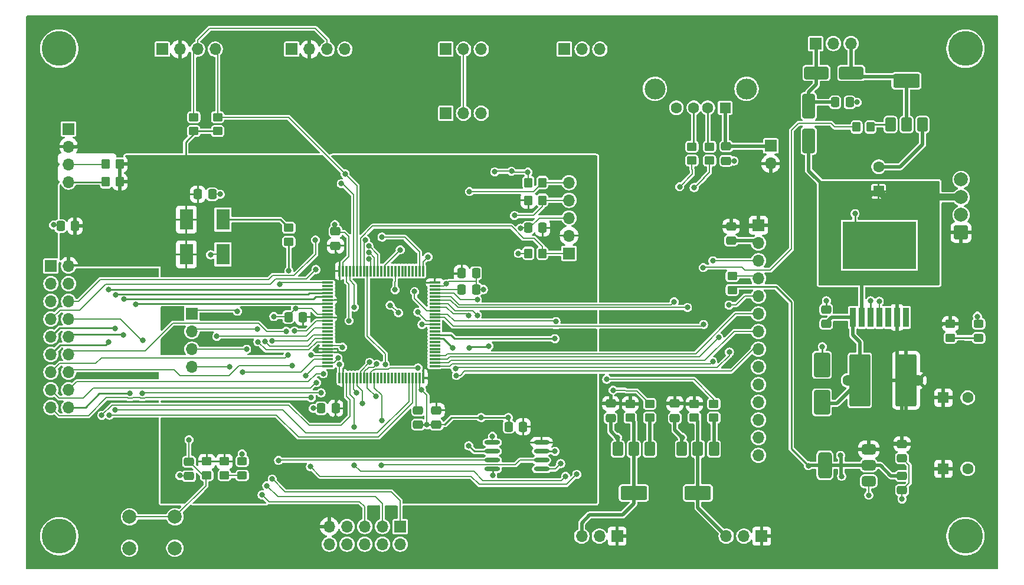
<source format=gbr>
%TF.GenerationSoftware,KiCad,Pcbnew,9.0.1*%
%TF.CreationDate,2025-04-26T09:46:58+08:00*%
%TF.ProjectId,EggClassifier,45676743-6c61-4737-9369-666965722e6b,rev?*%
%TF.SameCoordinates,Original*%
%TF.FileFunction,Copper,L1,Top*%
%TF.FilePolarity,Positive*%
%FSLAX46Y46*%
G04 Gerber Fmt 4.6, Leading zero omitted, Abs format (unit mm)*
G04 Created by KiCad (PCBNEW 9.0.1) date 2025-04-26 09:46:58*
%MOMM*%
%LPD*%
G01*
G04 APERTURE LIST*
G04 Aperture macros list*
%AMRoundRect*
0 Rectangle with rounded corners*
0 $1 Rounding radius*
0 $2 $3 $4 $5 $6 $7 $8 $9 X,Y pos of 4 corners*
0 Add a 4 corners polygon primitive as box body*
4,1,4,$2,$3,$4,$5,$6,$7,$8,$9,$2,$3,0*
0 Add four circle primitives for the rounded corners*
1,1,$1+$1,$2,$3*
1,1,$1+$1,$4,$5*
1,1,$1+$1,$6,$7*
1,1,$1+$1,$8,$9*
0 Add four rect primitives between the rounded corners*
20,1,$1+$1,$2,$3,$4,$5,0*
20,1,$1+$1,$4,$5,$6,$7,0*
20,1,$1+$1,$6,$7,$8,$9,0*
20,1,$1+$1,$8,$9,$2,$3,0*%
G04 Aperture macros list end*
%TA.AperFunction,SMDPad,CuDef*%
%ADD10R,1.980000X3.000000*%
%TD*%
%TA.AperFunction,SMDPad,CuDef*%
%ADD11RoundRect,0.250000X-0.450000X0.350000X-0.450000X-0.350000X0.450000X-0.350000X0.450000X0.350000X0*%
%TD*%
%TA.AperFunction,ComponentPad*%
%ADD12R,1.600000X1.600000*%
%TD*%
%TA.AperFunction,ComponentPad*%
%ADD13C,1.600000*%
%TD*%
%TA.AperFunction,ComponentPad*%
%ADD14R,1.700000X1.700000*%
%TD*%
%TA.AperFunction,ComponentPad*%
%ADD15O,1.700000X1.700000*%
%TD*%
%TA.AperFunction,SMDPad,CuDef*%
%ADD16RoundRect,0.075000X-0.725000X-0.075000X0.725000X-0.075000X0.725000X0.075000X-0.725000X0.075000X0*%
%TD*%
%TA.AperFunction,SMDPad,CuDef*%
%ADD17RoundRect,0.075000X-0.075000X-0.725000X0.075000X-0.725000X0.075000X0.725000X-0.075000X0.725000X0*%
%TD*%
%TA.AperFunction,SMDPad,CuDef*%
%ADD18RoundRect,0.250000X-0.450000X0.325000X-0.450000X-0.325000X0.450000X-0.325000X0.450000X0.325000X0*%
%TD*%
%TA.AperFunction,ComponentPad*%
%ADD19C,5.000000*%
%TD*%
%TA.AperFunction,SMDPad,CuDef*%
%ADD20RoundRect,0.250000X-0.475000X0.337500X-0.475000X-0.337500X0.475000X-0.337500X0.475000X0.337500X0*%
%TD*%
%TA.AperFunction,SMDPad,CuDef*%
%ADD21RoundRect,0.250000X-0.500000X0.750000X-0.500000X-0.750000X0.500000X-0.750000X0.500000X0.750000X0*%
%TD*%
%TA.AperFunction,SMDPad,CuDef*%
%ADD22RoundRect,0.250000X-1.650000X0.750000X-1.650000X-0.750000X1.650000X-0.750000X1.650000X0.750000X0*%
%TD*%
%TA.AperFunction,SMDPad,CuDef*%
%ADD23RoundRect,0.250000X-1.260000X-3.500000X1.260000X-3.500000X1.260000X3.500000X-1.260000X3.500000X0*%
%TD*%
%TA.AperFunction,SMDPad,CuDef*%
%ADD24RoundRect,0.250000X-0.350000X-0.450000X0.350000X-0.450000X0.350000X0.450000X-0.350000X0.450000X0*%
%TD*%
%TA.AperFunction,SMDPad,CuDef*%
%ADD25RoundRect,0.250000X0.337500X0.475000X-0.337500X0.475000X-0.337500X-0.475000X0.337500X-0.475000X0*%
%TD*%
%TA.AperFunction,SMDPad,CuDef*%
%ADD26RoundRect,0.250000X-1.500000X-0.650000X1.500000X-0.650000X1.500000X0.650000X-1.500000X0.650000X0*%
%TD*%
%TA.AperFunction,ComponentPad*%
%ADD27C,2.000000*%
%TD*%
%TA.AperFunction,SMDPad,CuDef*%
%ADD28RoundRect,0.250000X0.500000X-0.750000X0.500000X0.750000X-0.500000X0.750000X-0.500000X-0.750000X0*%
%TD*%
%TA.AperFunction,SMDPad,CuDef*%
%ADD29RoundRect,0.250000X1.650000X-0.750000X1.650000X0.750000X-1.650000X0.750000X-1.650000X-0.750000X0*%
%TD*%
%TA.AperFunction,SMDPad,CuDef*%
%ADD30RoundRect,0.250000X0.450000X-0.350000X0.450000X0.350000X-0.450000X0.350000X-0.450000X-0.350000X0*%
%TD*%
%TA.AperFunction,SMDPad,CuDef*%
%ADD31RoundRect,0.250000X0.350000X0.450000X-0.350000X0.450000X-0.350000X-0.450000X0.350000X-0.450000X0*%
%TD*%
%TA.AperFunction,SMDPad,CuDef*%
%ADD32RoundRect,0.250000X0.900000X-1.500000X0.900000X1.500000X-0.900000X1.500000X-0.900000X-1.500000X0*%
%TD*%
%TA.AperFunction,SMDPad,CuDef*%
%ADD33RoundRect,0.250000X-0.650000X1.500000X-0.650000X-1.500000X0.650000X-1.500000X0.650000X1.500000X0*%
%TD*%
%TA.AperFunction,SMDPad,CuDef*%
%ADD34RoundRect,0.250000X-0.337500X-0.475000X0.337500X-0.475000X0.337500X0.475000X-0.337500X0.475000X0*%
%TD*%
%TA.AperFunction,ComponentPad*%
%ADD35R,1.600000X1.500000*%
%TD*%
%TA.AperFunction,ComponentPad*%
%ADD36C,3.000000*%
%TD*%
%TA.AperFunction,SMDPad,CuDef*%
%ADD37RoundRect,0.250000X0.475000X-0.337500X0.475000X0.337500X-0.475000X0.337500X-0.475000X-0.337500X0*%
%TD*%
%TA.AperFunction,SMDPad,CuDef*%
%ADD38O,2.250000X0.630000*%
%TD*%
%TA.AperFunction,ComponentPad*%
%ADD39RoundRect,0.250000X0.750000X-0.750000X0.750000X0.750000X-0.750000X0.750000X-0.750000X-0.750000X0*%
%TD*%
%TA.AperFunction,SMDPad,CuDef*%
%ADD40R,0.890000X2.790000*%
%TD*%
%TA.AperFunction,SMDPad,CuDef*%
%ADD41R,10.580000X6.840000*%
%TD*%
%TA.AperFunction,SMDPad,CuDef*%
%ADD42RoundRect,0.375000X0.625000X0.375000X-0.625000X0.375000X-0.625000X-0.375000X0.625000X-0.375000X0*%
%TD*%
%TA.AperFunction,SMDPad,CuDef*%
%ADD43RoundRect,0.500000X0.500000X1.400000X-0.500000X1.400000X-0.500000X-1.400000X0.500000X-1.400000X0*%
%TD*%
%TA.AperFunction,ViaPad*%
%ADD44C,0.800000*%
%TD*%
%TA.AperFunction,Conductor*%
%ADD45C,0.200000*%
%TD*%
%TA.AperFunction,Conductor*%
%ADD46C,0.250000*%
%TD*%
%TA.AperFunction,Conductor*%
%ADD47C,0.500000*%
%TD*%
%TA.AperFunction,Conductor*%
%ADD48C,1.000000*%
%TD*%
G04 APERTURE END LIST*
D10*
%TO.P,Y1,1,Tri-State*%
%TO.N,+3.3V*%
X103227200Y-74529400D03*
%TO.P,Y1,2,GND*%
%TO.N,GND*%
X108487200Y-74529400D03*
%TO.P,Y1,3,OUT*%
%TO.N,Net-(Y1-OUT)*%
X108487200Y-69529400D03*
%TO.P,Y1,4,VDD*%
%TO.N,+3.3V*%
X103227200Y-69529400D03*
%TD*%
D11*
%TO.P,R2,1*%
%TO.N,VCC*%
X176113600Y-95997200D03*
%TO.P,R2,2*%
%TO.N,Net-(J8-Pin_3)*%
X176113600Y-97997200D03*
%TD*%
%TO.P,R8,1*%
%TO.N,VCC*%
X212842949Y-84516800D03*
%TO.P,R8,2*%
%TO.N,Net-(D5-A)*%
X212842949Y-86516800D03*
%TD*%
D12*
%TO.P,C4,1*%
%TO.N,VCC*%
X211826000Y-105328800D03*
D13*
%TO.P,C4,2*%
%TO.N,GND*%
X215326000Y-105328800D03*
%TD*%
D14*
%TO.P,J15,1,Pin_1*%
%TO.N,UART2_TX*%
X140467000Y-54274800D03*
D15*
%TO.P,J15,2,Pin_2*%
%TO.N,GND*%
X143007000Y-54274800D03*
%TO.P,J15,3,Pin_3*%
%TO.N,UART2_RX*%
X145547000Y-54274800D03*
%TD*%
D16*
%TO.P,U3,1,PE2*%
%TO.N,/DevEBox/QSPI_D2*%
X123531400Y-78602400D03*
%TO.P,U3,2,PE3*%
%TO.N,unconnected-(U3-PE3-Pad2)*%
X123531400Y-79102400D03*
%TO.P,U3,3,PE4*%
%TO.N,CAM_D4*%
X123531400Y-79602400D03*
%TO.P,U3,4,PE5*%
%TO.N,CAM_D6*%
X123531400Y-80102400D03*
%TO.P,U3,5,PE6*%
%TO.N,CAM_D7*%
X123531400Y-80602400D03*
%TO.P,U3,6,VBAT*%
%TO.N,+3.3V*%
X123531400Y-81102400D03*
%TO.P,U3,7,PC13*%
%TO.N,NRESET*%
X123531400Y-81602400D03*
%TO.P,U3,8,PC14*%
%TO.N,unconnected-(U3-PC14-Pad8)*%
X123531400Y-82102400D03*
%TO.P,U3,9,PC15*%
%TO.N,unconnected-(U3-PC15-Pad9)*%
X123531400Y-82602400D03*
%TO.P,U3,10,VSS*%
%TO.N,GND*%
X123531400Y-83102400D03*
%TO.P,U3,11,VDD*%
%TO.N,+3.3V*%
X123531400Y-83602400D03*
%TO.P,U3,12,PH0*%
%TO.N,Net-(U3-PH0)*%
X123531400Y-84102400D03*
%TO.P,U3,13,PH1*%
%TO.N,unconnected-(U3-PH1-Pad13)*%
X123531400Y-84602400D03*
%TO.P,U3,14,NRST*%
%TO.N,Net-(SW1-B)*%
X123531400Y-85102400D03*
%TO.P,U3,15,PC0*%
%TO.N,unconnected-(U3-PC0-Pad15)*%
X123531400Y-85602400D03*
%TO.P,U3,16,PC1*%
%TO.N,USER_GPIO1*%
X123531400Y-86102400D03*
%TO.P,U3,17,PC2_C*%
%TO.N,USER_GPIO2*%
X123531400Y-86602400D03*
%TO.P,U3,18,PC3_C*%
%TO.N,USER_GPIO3*%
X123531400Y-87102400D03*
%TO.P,U3,19,VSSA*%
%TO.N,GND*%
X123531400Y-87602400D03*
%TO.P,U3,20,VREF+*%
%TO.N,+3.3V*%
X123531400Y-88102400D03*
%TO.P,U3,21,VDDA*%
X123531400Y-88602400D03*
%TO.P,U3,22,PA0*%
%TO.N,USER_GPIO4*%
X123531400Y-89102400D03*
%TO.P,U3,23,PA1*%
%TO.N,/DevEBox/LED*%
X123531400Y-89602400D03*
%TO.P,U3,24,PA2*%
%TO.N,UART2_TX*%
X123531400Y-90102400D03*
%TO.P,U3,25,PA3*%
%TO.N,SERVO_OUT2*%
X123531400Y-90602400D03*
D17*
%TO.P,U3,26,VSS*%
%TO.N,GND*%
X125206400Y-92277400D03*
%TO.P,U3,27,VDD*%
%TO.N,+3.3V*%
X125706400Y-92277400D03*
%TO.P,U3,28,PA4*%
%TO.N,CAM_HS*%
X126206400Y-92277400D03*
%TO.P,U3,29,PA5*%
%TO.N,SERVO_OUT1*%
X126706400Y-92277400D03*
%TO.P,U3,30,PA6*%
%TO.N,CAM_PCLK*%
X127206400Y-92277400D03*
%TO.P,U3,31,PA7*%
%TO.N,PWDN*%
X127706400Y-92277400D03*
%TO.P,U3,32,PC4*%
%TO.N,ADC_IN1*%
X128206400Y-92277400D03*
%TO.P,U3,33,PC5*%
%TO.N,ADC_IN2*%
X128706400Y-92277400D03*
%TO.P,U3,34,PB0*%
%TO.N,TFT_BL*%
X129206400Y-92277400D03*
%TO.P,U3,35,PB1*%
%TO.N,TFT_RS*%
X129706400Y-92277400D03*
%TO.P,U3,36,PB2*%
%TO.N,/DevEBox/QSPI_CLK*%
X130206400Y-92277400D03*
%TO.P,U3,37,PE7*%
%TO.N,unconnected-(U3-PE7-Pad37)*%
X130706400Y-92277400D03*
%TO.P,U3,38,PE8*%
%TO.N,unconnected-(U3-PE8-Pad38)*%
X131206400Y-92277400D03*
%TO.P,U3,39,PE9*%
%TO.N,unconnected-(U3-PE9-Pad39)*%
X131706400Y-92277400D03*
%TO.P,U3,40,PE10*%
%TO.N,unconnected-(U3-PE10-Pad40)*%
X132206400Y-92277400D03*
%TO.P,U3,41,PE11*%
%TO.N,unconnected-(U3-PE11-Pad41)*%
X132706400Y-92277400D03*
%TO.P,U3,42,PE12*%
%TO.N,unconnected-(U3-PE12-Pad42)*%
X133206400Y-92277400D03*
%TO.P,U3,43,PE13*%
%TO.N,unconnected-(U3-PE13-Pad43)*%
X133706400Y-92277400D03*
%TO.P,U3,44,PE14*%
%TO.N,unconnected-(U3-PE14-Pad44)*%
X134206400Y-92277400D03*
%TO.P,U3,45,PE15*%
%TO.N,unconnected-(U3-PE15-Pad45)*%
X134706400Y-92277400D03*
%TO.P,U3,46,PB10*%
%TO.N,I2C2_SCL*%
X135206400Y-92277400D03*
%TO.P,U3,47,PB11*%
%TO.N,I2C2_SDA*%
X135706400Y-92277400D03*
%TO.P,U3,48,VCAP*%
%TO.N,Net-(C14-Pad1)*%
X136206400Y-92277400D03*
%TO.P,U3,49,VSS*%
%TO.N,GND*%
X136706400Y-92277400D03*
%TO.P,U3,50,VDD*%
%TO.N,+3.3V*%
X137206400Y-92277400D03*
D16*
%TO.P,U3,51,PB12*%
%TO.N,SPI2_NCS*%
X138881400Y-90602400D03*
%TO.P,U3,52,PB13*%
%TO.N,SPI2_SCK*%
X138881400Y-90102400D03*
%TO.P,U3,53,PB14*%
%TO.N,SPI2_MISO*%
X138881400Y-89602400D03*
%TO.P,U3,54,PB15*%
%TO.N,SPI2_MOSI*%
X138881400Y-89102400D03*
%TO.P,U3,55,PD8*%
%TO.N,unconnected-(U3-PD8-Pad55)*%
X138881400Y-88602400D03*
%TO.P,U3,56,PD9*%
%TO.N,unconnected-(U3-PD9-Pad56)*%
X138881400Y-88102400D03*
%TO.P,U3,57,PD10*%
%TO.N,unconnected-(U3-PD10-Pad57)*%
X138881400Y-87602400D03*
%TO.P,U3,58,PD11*%
%TO.N,unconnected-(U3-PD11-Pad58)*%
X138881400Y-87102400D03*
%TO.P,U3,59,PD12*%
%TO.N,/DevEBox/QSPI_D1*%
X138881400Y-86602400D03*
%TO.P,U3,60,PD13*%
%TO.N,/DevEBox/QSPI_D3*%
X138881400Y-86102400D03*
%TO.P,U3,61,PD14*%
%TO.N,unconnected-(U3-PD14-Pad61)*%
X138881400Y-85602400D03*
%TO.P,U3,62,PD15*%
%TO.N,unconnected-(U3-PD15-Pad62)*%
X138881400Y-85102400D03*
%TO.P,U3,63,PC6*%
%TO.N,CAM_D0*%
X138881400Y-84602400D03*
%TO.P,U3,64,PC7*%
%TO.N,CAM_D1*%
X138881400Y-84102400D03*
%TO.P,U3,65,PC8*%
%TO.N,FAN_OUT*%
X138881400Y-83602400D03*
%TO.P,U3,66,PC9*%
%TO.N,/DevEBox/QSPI_D0*%
X138881400Y-83102400D03*
%TO.P,U3,67,PA8*%
%TO.N,CAM_MCLK*%
X138881400Y-82602400D03*
%TO.P,U3,68,PA9*%
%TO.N,UART1_TX*%
X138881400Y-82102400D03*
%TO.P,U3,69,PA10*%
%TO.N,UART1_RX*%
X138881400Y-81602400D03*
%TO.P,U3,70,PA11*%
%TO.N,/DevEBox/DM*%
X138881400Y-81102400D03*
%TO.P,U3,71,PA12*%
%TO.N,/DevEBox/DP*%
X138881400Y-80602400D03*
%TO.P,U3,72,PA13*%
%TO.N,/DevEBox/SWDIO*%
X138881400Y-80102400D03*
%TO.P,U3,73,VCAP*%
%TO.N,Net-(C15-Pad1)*%
X138881400Y-79602400D03*
%TO.P,U3,74,VSS*%
%TO.N,GND*%
X138881400Y-79102400D03*
%TO.P,U3,75,VDD*%
%TO.N,+3.3V*%
X138881400Y-78602400D03*
D17*
%TO.P,U3,76,PA14*%
%TO.N,/DevEBox/SWCLK*%
X137206400Y-76927400D03*
%TO.P,U3,77,PA15*%
%TO.N,SPI1_NCS*%
X136706400Y-76927400D03*
%TO.P,U3,78,PC10*%
%TO.N,unconnected-(U3-PC10-Pad78)*%
X136206400Y-76927400D03*
%TO.P,U3,79,PC11*%
%TO.N,unconnected-(U3-PC11-Pad79)*%
X135706400Y-76927400D03*
%TO.P,U3,80,PC12*%
%TO.N,unconnected-(U3-PC12-Pad80)*%
X135206400Y-76927400D03*
%TO.P,U3,81,PD0*%
%TO.N,unconnected-(U3-PD0-Pad81)*%
X134706400Y-76927400D03*
%TO.P,U3,82,PD1*%
%TO.N,unconnected-(U3-PD1-Pad82)*%
X134206400Y-76927400D03*
%TO.P,U3,83,PD2*%
%TO.N,unconnected-(U3-PD2-Pad83)*%
X133706400Y-76927400D03*
%TO.P,U3,84,PD3*%
%TO.N,CAM_D5*%
X133206400Y-76927400D03*
%TO.P,U3,85,PD4*%
%TO.N,unconnected-(U3-PD4-Pad85)*%
X132706400Y-76927400D03*
%TO.P,U3,86,PD5*%
%TO.N,unconnected-(U3-PD5-Pad86)*%
X132206400Y-76927400D03*
%TO.P,U3,87,PD6*%
%TO.N,UART2_RX*%
X131706400Y-76927400D03*
%TO.P,U3,88,PD7*%
%TO.N,unconnected-(U3-PD7-Pad88)*%
X131206400Y-76927400D03*
%TO.P,U3,89,PB3*%
%TO.N,SPI1_SCK*%
X130706400Y-76927400D03*
%TO.P,U3,90,PB4*%
%TO.N,SPI1_MISO*%
X130206400Y-76927400D03*
%TO.P,U3,91,PB5*%
%TO.N,SPI1_MOSI*%
X129706400Y-76927400D03*
%TO.P,U3,92,PB6*%
%TO.N,/DevEBox/QSPI_NCS*%
X129206400Y-76927400D03*
%TO.P,U3,93,PB7*%
%TO.N,CAM_VS*%
X128706400Y-76927400D03*
%TO.P,U3,94,BOOT0*%
%TO.N,/DevEBox/BOOT0*%
X128206400Y-76927400D03*
%TO.P,U3,95,PB8*%
%TO.N,I2C1_SCL*%
X127706400Y-76927400D03*
%TO.P,U3,96,PB9*%
%TO.N,I2C1_SDA*%
X127206400Y-76927400D03*
%TO.P,U3,97,PE0*%
%TO.N,CAM_D2*%
X126706400Y-76927400D03*
%TO.P,U3,98,PE1*%
%TO.N,CAM_D3*%
X126206400Y-76927400D03*
%TO.P,U3,99,VSS*%
%TO.N,GND*%
X125706400Y-76927400D03*
%TO.P,U3,100,VDD*%
%TO.N,+3.3V*%
X125206400Y-76927400D03*
%TD*%
D14*
%TO.P,J11,1,Pin_1*%
%TO.N,VCC*%
X165024200Y-115000000D03*
D15*
%TO.P,J11,2,Pin_2*%
%TO.N,GND*%
X162484200Y-115000000D03*
%TO.P,J11,3,Pin_3*%
%TO.N,Net-(J11-Pin_3)*%
X159944200Y-115000000D03*
%TD*%
D18*
%TO.P,D6,1,K*%
%TO.N,/DevEBox/LED*%
X111242000Y-104244000D03*
%TO.P,D6,2,A*%
%TO.N,Net-(D6-A)*%
X111242000Y-106294000D03*
%TD*%
D19*
%TO.P,H2,1*%
%TO.N,GND*%
X85000000Y-115000000D03*
%TD*%
%TO.P,H4,1*%
%TO.N,GND*%
X215000000Y-45000000D03*
%TD*%
D20*
%TO.P,C5,1*%
%TO.N,VCC*%
X205903749Y-101735900D03*
%TO.P,C5,2*%
%TO.N,GND*%
X205903749Y-103810900D03*
%TD*%
D21*
%TO.P,Q1,1,B*%
%TO.N,Net-(Q1-B)*%
X178921600Y-102483200D03*
%TO.P,Q1,2,C*%
%TO.N,Net-(J8-Pin_3)*%
X176621600Y-102483200D03*
D22*
X176621600Y-108783200D03*
D21*
%TO.P,Q1,3,E*%
%TO.N,GND*%
X174321600Y-102483200D03*
%TD*%
D11*
%TO.P,R14,1*%
%TO.N,+3.3V*%
X106162000Y-104269000D03*
%TO.P,R14,2*%
%TO.N,Net-(SW1-B)*%
X106162000Y-106269000D03*
%TD*%
D23*
%TO.P,L1,1,1*%
%TO.N,VCC*%
X206492949Y-92628800D03*
D13*
X208162949Y-92628800D03*
%TO.P,L1,2,2*%
%TO.N,Net-(D1-K)*%
X198162949Y-92628800D03*
D23*
X199832949Y-92628800D03*
%TD*%
D24*
%TO.P,R12,1*%
%TO.N,GND*%
X152304400Y-74386600D03*
%TO.P,R12,2*%
%TO.N,/DevEBox/BOOT0*%
X154304400Y-74386600D03*
%TD*%
D14*
%TO.P,J10,1,Pin_1*%
%TO.N,GND*%
X99761200Y-45080000D03*
D15*
%TO.P,J10,2,Pin_2*%
%TO.N,VCC*%
X102301200Y-45080000D03*
%TO.P,J10,3,Pin_3*%
%TO.N,I2C1_SDA*%
X104841200Y-45080000D03*
%TO.P,J10,4,Pin_4*%
%TO.N,I2C1_SCL*%
X107381200Y-45080000D03*
%TD*%
D14*
%TO.P,J1,1,Pin_1*%
%TO.N,/DevEBox/BOOT0*%
X158130400Y-74386600D03*
D15*
%TO.P,J1,2,Pin_2*%
%TO.N,+3.3V*%
X158130400Y-71846600D03*
%TO.P,J1,3,Pin_3*%
%TO.N,GND*%
X158130400Y-69306600D03*
%TO.P,J1,4,Pin_4*%
%TO.N,/DevEBox/SWDIO*%
X158130400Y-66766600D03*
%TO.P,J1,5,Pin_5*%
%TO.N,/DevEBox/SWCLK*%
X158130400Y-64226600D03*
%TD*%
D25*
%TO.P,C18,1*%
%TO.N,+3.3V*%
X119950300Y-83535600D03*
%TO.P,C18,2*%
%TO.N,GND*%
X117875300Y-83535600D03*
%TD*%
D24*
%TO.P,R15,1*%
%TO.N,+3.3V*%
X152304400Y-66766600D03*
%TO.P,R15,2*%
%TO.N,/DevEBox/SWDIO*%
X154304400Y-66766600D03*
%TD*%
D26*
%TO.P,D4,1,K*%
%TO.N,Net-(D3-K)*%
X193628800Y-48483600D03*
%TO.P,D4,2,A*%
%TO.N,Net-(D4-A)*%
X198628800Y-48483600D03*
%TD*%
D27*
%TO.P,SW1,1,A*%
%TO.N,GND*%
X101588800Y-116722800D03*
X95088800Y-116722800D03*
%TO.P,SW1,2,B*%
%TO.N,Net-(SW1-B)*%
X101588800Y-112222800D03*
X95088800Y-112222800D03*
%TD*%
D14*
%TO.P,J17,1,Pin_1*%
%TO.N,VCC*%
X185308400Y-70378400D03*
D15*
%TO.P,J17,2,Pin_2*%
%TO.N,GND*%
X185308400Y-72918400D03*
%TO.P,J17,3,Pin_3*%
%TO.N,SPI2_NCS*%
X185308400Y-75458400D03*
%TO.P,J17,4,Pin_4*%
%TO.N,Net-(J17-Pin_4)*%
X185308400Y-77998400D03*
%TO.P,J17,5,Pin_5*%
%TO.N,TFT_RS*%
X185308400Y-80538400D03*
%TO.P,J17,6,Pin_6*%
%TO.N,SPI2_MOSI*%
X185308400Y-83078400D03*
%TO.P,J17,7,Pin_7*%
%TO.N,SPI2_SCK*%
X185308400Y-85618400D03*
%TO.P,J17,8,Pin_8*%
%TO.N,TFT_BL*%
X185308400Y-88158400D03*
%TO.P,J17,9,Pin_9*%
%TO.N,SPI2_MISO*%
X185308400Y-90698400D03*
%TO.P,J17,10,Pin_10*%
%TO.N,unconnected-(J17-Pin_10-Pad10)*%
X185308400Y-93238400D03*
%TO.P,J17,11,Pin_11*%
%TO.N,unconnected-(J17-Pin_11-Pad11)*%
X185308400Y-95778400D03*
%TO.P,J17,12,Pin_12*%
%TO.N,unconnected-(J17-Pin_12-Pad12)*%
X185308400Y-98318400D03*
%TO.P,J17,13,Pin_13*%
%TO.N,unconnected-(J17-Pin_13-Pad13)*%
X185308400Y-100858400D03*
%TO.P,J17,14,Pin_14*%
%TO.N,unconnected-(J17-Pin_14-Pad14)*%
X185308400Y-103398400D03*
%TD*%
D20*
%TO.P,C9,1*%
%TO.N,VCC*%
X173319600Y-95959700D03*
%TO.P,C9,2*%
%TO.N,GND*%
X173319600Y-98034700D03*
%TD*%
D28*
%TO.P,Q3,1,B*%
%TO.N,Net-(Q3-B)*%
X204242800Y-55900800D03*
%TO.P,Q3,2,C*%
%TO.N,Net-(D4-A)*%
X206542800Y-55900800D03*
D29*
X206542800Y-49600800D03*
D28*
%TO.P,Q3,3,E*%
%TO.N,GND*%
X208842800Y-55900800D03*
%TD*%
D11*
%TO.P,R19,1*%
%TO.N,+3.3V*%
X108702000Y-104269000D03*
%TO.P,R19,2*%
%TO.N,Net-(D6-A)*%
X108702000Y-106269000D03*
%TD*%
D14*
%TO.P,J9,1,Pin_1*%
%TO.N,ADC_IN1*%
X157485000Y-45080000D03*
D15*
%TO.P,J9,2,Pin_2*%
%TO.N,GND*%
X160025000Y-45080000D03*
%TO.P,J9,3,Pin_3*%
%TO.N,ADC_IN2*%
X162565000Y-45080000D03*
%TD*%
D12*
%TO.P,C3,1*%
%TO.N,VCC*%
X211826000Y-95118000D03*
D13*
%TO.P,C3,2*%
%TO.N,GND*%
X215326000Y-95118000D03*
%TD*%
D11*
%TO.P,R6,1*%
%TO.N,VCC*%
X166918800Y-95997200D03*
%TO.P,R6,2*%
%TO.N,Net-(J11-Pin_3)*%
X166918800Y-97997200D03*
%TD*%
D21*
%TO.P,Q2,1,B*%
%TO.N,Net-(Q2-B)*%
X169726800Y-102483200D03*
%TO.P,Q2,2,C*%
%TO.N,Net-(J11-Pin_3)*%
X167426800Y-102483200D03*
D22*
X167426800Y-108783200D03*
D21*
%TO.P,Q2,3,E*%
%TO.N,GND*%
X165126800Y-102483200D03*
%TD*%
D20*
%TO.P,C14,1*%
%TO.N,Net-(C14-Pad1)*%
X136489600Y-96925300D03*
%TO.P,C14,2*%
%TO.N,GND*%
X136489600Y-99000300D03*
%TD*%
D30*
%TO.P,R11,1*%
%TO.N,+3.3V*%
X181551000Y-79652400D03*
%TO.P,R11,2*%
%TO.N,Net-(J17-Pin_4)*%
X181551000Y-77652400D03*
%TD*%
D19*
%TO.P,H1,1*%
%TO.N,GND*%
X85000000Y-45000000D03*
%TD*%
%TO.P,H3,1*%
%TO.N,GND*%
X215000000Y-115000000D03*
%TD*%
D31*
%TO.P,R10,1*%
%TO.N,+3.3V*%
X93700000Y-64130000D03*
%TO.P,R10,2*%
%TO.N,I2C2_SCL*%
X91700000Y-64130000D03*
%TD*%
%TO.P,R9,1*%
%TO.N,+3.3V*%
X93700000Y-61590000D03*
%TO.P,R9,2*%
%TO.N,I2C2_SDA*%
X91700000Y-61590000D03*
%TD*%
D14*
%TO.P,J14,1,Pin_1*%
%TO.N,Net-(D3-K)*%
X193502200Y-44267200D03*
D15*
%TO.P,J14,2,Pin_2*%
%TO.N,GND*%
X196042200Y-44267200D03*
%TO.P,J14,3,Pin_3*%
%TO.N,Net-(D4-A)*%
X198582200Y-44267200D03*
%TD*%
D20*
%TO.P,C13,1*%
%TO.N,Net-(SW1-B)*%
X103622000Y-104307700D03*
%TO.P,C13,2*%
%TO.N,GND*%
X103622000Y-106382700D03*
%TD*%
D12*
%TO.P,C1,1*%
%TO.N,+12V*%
X202550949Y-65460800D03*
D13*
%TO.P,C1,2*%
%TO.N,GND*%
X202550949Y-61960800D03*
%TD*%
D32*
%TO.P,D1,1,K*%
%TO.N,Net-(D1-K)*%
X194422949Y-95796000D03*
%TO.P,D1,2,A*%
%TO.N,GND*%
X194422949Y-90396000D03*
%TD*%
D14*
%TO.P,J12,1,Pin_1*%
%TO.N,GND*%
X118364000Y-45080000D03*
D15*
%TO.P,J12,2,Pin_2*%
%TO.N,VCC*%
X120904000Y-45080000D03*
%TO.P,J12,3,Pin_3*%
%TO.N,I2C1_SDA*%
X123444000Y-45080000D03*
%TO.P,J12,4,Pin_4*%
%TO.N,I2C1_SCL*%
X125984000Y-45080000D03*
%TD*%
D14*
%TO.P,J16,1,Pin_1*%
%TO.N,GND*%
X86350000Y-56520000D03*
D15*
%TO.P,J16,2,Pin_2*%
%TO.N,VCC*%
X86350000Y-59060000D03*
%TO.P,J16,3,Pin_3*%
%TO.N,I2C2_SDA*%
X86350000Y-61600000D03*
%TO.P,J16,4,Pin_4*%
%TO.N,I2C2_SCL*%
X86350000Y-64140000D03*
%TD*%
D31*
%TO.P,R16,1*%
%TO.N,/DevEBox/SWCLK*%
X154304400Y-64226600D03*
%TO.P,R16,2*%
%TO.N,GND*%
X152304400Y-64226600D03*
%TD*%
D33*
%TO.P,D3,1,K*%
%TO.N,Net-(D3-K)*%
X192522000Y-53248000D03*
%TO.P,D3,2,A*%
%TO.N,+12V*%
X192522000Y-58248000D03*
%TD*%
D34*
%TO.P,C12,1*%
%TO.N,+3.3V*%
X104870500Y-65908000D03*
%TO.P,C12,2*%
%TO.N,GND*%
X106945500Y-65908000D03*
%TD*%
D20*
%TO.P,C23,1*%
%TO.N,+5V*%
X180685600Y-59028500D03*
%TO.P,C23,2*%
%TO.N,GND*%
X180685600Y-61103500D03*
%TD*%
D11*
%TO.P,R5,1*%
%TO.N,SERVO_OUT2*%
X169712800Y-95997200D03*
%TO.P,R5,2*%
%TO.N,Net-(Q2-B)*%
X169712800Y-97997200D03*
%TD*%
D25*
%TO.P,C19,1*%
%TO.N,+3.3V*%
X124649300Y-96616600D03*
%TO.P,C19,2*%
%TO.N,GND*%
X122574300Y-96616600D03*
%TD*%
D30*
%TO.P,R17,1*%
%TO.N,/DevEBox/DM*%
X178298000Y-61066000D03*
%TO.P,R17,2*%
%TO.N,Net-(J2-D-)*%
X178298000Y-59066000D03*
%TD*%
D18*
%TO.P,D5,1,K*%
%TO.N,GND*%
X216906949Y-84491800D03*
%TO.P,D5,2,A*%
%TO.N,Net-(D5-A)*%
X216906949Y-86541800D03*
%TD*%
D14*
%TO.P,J13,1,Pin_1*%
%TO.N,UART1_TX*%
X140467000Y-45080000D03*
D15*
%TO.P,J13,2,Pin_2*%
%TO.N,GND*%
X143007000Y-45080000D03*
%TO.P,J13,3,Pin_3*%
%TO.N,UART1_RX*%
X145547000Y-45080000D03*
%TD*%
D11*
%TO.P,R13,1*%
%TO.N,Net-(Y1-OUT)*%
X117947600Y-70724600D03*
%TO.P,R13,2*%
%TO.N,Net-(U3-PH0)*%
X117947600Y-72724600D03*
%TD*%
D30*
%TO.P,R4,1*%
%TO.N,+3.3V*%
X107729333Y-56838856D03*
%TO.P,R4,2*%
%TO.N,I2C1_SCL*%
X107729333Y-54838856D03*
%TD*%
D35*
%TO.P,J2,1,VBUS*%
%TO.N,+5V*%
X180528000Y-53488000D03*
D13*
%TO.P,J2,2,D-*%
%TO.N,Net-(J2-D-)*%
X178028000Y-53488000D03*
%TO.P,J2,3,D+*%
%TO.N,Net-(J2-D+)*%
X176028000Y-53488000D03*
%TO.P,J2,4,GND*%
%TO.N,GND*%
X173528000Y-53488000D03*
D36*
%TO.P,J2,5,Shield*%
X183598000Y-50778000D03*
X170458000Y-50778000D03*
%TD*%
D30*
%TO.P,R3,1*%
%TO.N,+3.3V*%
X104300333Y-56838856D03*
%TO.P,R3,2*%
%TO.N,I2C1_SDA*%
X104300333Y-54838856D03*
%TD*%
D34*
%TO.P,C7,1*%
%TO.N,Net-(D3-K)*%
X196310500Y-52700000D03*
%TO.P,C7,2*%
%TO.N,GND*%
X198385500Y-52700000D03*
%TD*%
D20*
%TO.P,C10,1*%
%TO.N,VCC*%
X181398600Y-70502900D03*
%TO.P,C10,2*%
%TO.N,GND*%
X181398600Y-72577900D03*
%TD*%
%TO.P,C6,1*%
%TO.N,+3.3V*%
X205903749Y-106323300D03*
%TO.P,C6,2*%
%TO.N,GND*%
X205903749Y-108398300D03*
%TD*%
D37*
%TO.P,C17,1*%
%TO.N,+3.3V*%
X124627800Y-73320900D03*
%TO.P,C17,2*%
%TO.N,GND*%
X124627800Y-71245900D03*
%TD*%
D14*
%TO.P,J7,1,Pin_1*%
%TO.N,USER_GPIO1*%
X133893800Y-113604200D03*
D15*
%TO.P,J7,2,Pin_2*%
%TO.N,GND*%
X133893800Y-116144200D03*
%TO.P,J7,3,Pin_3*%
%TO.N,USER_GPIO2*%
X131353800Y-113604200D03*
%TO.P,J7,4,Pin_4*%
%TO.N,GND*%
X131353800Y-116144200D03*
%TO.P,J7,5,Pin_5*%
%TO.N,USER_GPIO3*%
X128813800Y-113604200D03*
%TO.P,J7,6,Pin_6*%
%TO.N,GND*%
X128813800Y-116144200D03*
%TO.P,J7,7,Pin_7*%
%TO.N,USER_GPIO4*%
X126273800Y-113604200D03*
%TO.P,J7,8,Pin_8*%
%TO.N,GND*%
X126273800Y-116144200D03*
%TO.P,J7,9,Pin_9*%
%TO.N,VCC*%
X123733800Y-113604200D03*
%TO.P,J7,10,Pin_10*%
%TO.N,GND*%
X123733800Y-116144200D03*
%TD*%
D24*
%TO.P,R7,1*%
%TO.N,FAN_OUT*%
X199396000Y-56256000D03*
%TO.P,R7,2*%
%TO.N,Net-(Q3-B)*%
X201396000Y-56256000D03*
%TD*%
D38*
%TO.P,U4,1,CS#*%
%TO.N,/DevEBox/QSPI_NCS*%
X147132800Y-101539200D03*
%TO.P,U4,2,DO*%
%TO.N,/DevEBox/QSPI_D1*%
X147132800Y-102809200D03*
%TO.P,U4,3,IO2*%
%TO.N,/DevEBox/QSPI_D2*%
X147132800Y-104089200D03*
%TO.P,U4,4,GND*%
%TO.N,GND*%
X147132800Y-105359200D03*
%TO.P,U4,5,DI*%
%TO.N,/DevEBox/QSPI_D0*%
X154192800Y-105359200D03*
%TO.P,U4,6,CLK*%
%TO.N,/DevEBox/QSPI_CLK*%
X154192800Y-104089200D03*
%TO.P,U4,7,IO3*%
%TO.N,/DevEBox/QSPI_D3*%
X154192800Y-102809200D03*
%TO.P,U4,8,VCC*%
%TO.N,+3.3V*%
X154192800Y-101539200D03*
%TD*%
D39*
%TO.P,J5,1,Pin_1*%
%TO.N,VCC*%
X214366949Y-71409800D03*
D27*
%TO.P,J5,2,Pin_2*%
%TO.N,GND*%
X214366949Y-68869800D03*
%TO.P,J5,3,Pin_3*%
%TO.N,+12V*%
X214366949Y-66329800D03*
%TO.P,J5,4,Pin_4*%
%TO.N,GND*%
X214366949Y-63789800D03*
%TD*%
D14*
%TO.P,J18,1,Pin_1*%
%TO.N,SPI1_NCS*%
X104028400Y-83078400D03*
D15*
%TO.P,J18,2,Pin_2*%
%TO.N,SPI1_MOSI*%
X104028400Y-85618400D03*
%TO.P,J18,3,Pin_3*%
%TO.N,SPI1_MISO*%
X104028400Y-88158400D03*
%TO.P,J18,4,Pin_4*%
%TO.N,SPI1_SCK*%
X104028400Y-90698400D03*
%TD*%
D34*
%TO.P,C15,1*%
%TO.N,Net-(C15-Pad1)*%
X142716500Y-79573200D03*
%TO.P,C15,2*%
%TO.N,GND*%
X144791500Y-79573200D03*
%TD*%
D14*
%TO.P,J8,1,Pin_1*%
%TO.N,VCC*%
X185765600Y-115000000D03*
D15*
%TO.P,J8,2,Pin_2*%
%TO.N,GND*%
X183225600Y-115000000D03*
%TO.P,J8,3,Pin_3*%
%TO.N,Net-(J8-Pin_3)*%
X180685600Y-115000000D03*
%TD*%
D14*
%TO.P,J3,1,Pin_1*%
%TO.N,+5V*%
X187060600Y-58968400D03*
D15*
%TO.P,J3,2,Pin_2*%
%TO.N,VCC*%
X187060600Y-61508400D03*
%TD*%
D11*
%TO.P,R1,1*%
%TO.N,SERVO_OUT1*%
X178907600Y-95997200D03*
%TO.P,R1,2*%
%TO.N,Net-(Q1-B)*%
X178907600Y-97997200D03*
%TD*%
D14*
%TO.P,J6,1,Pin_1*%
%TO.N,GND*%
X83810000Y-76210000D03*
D15*
%TO.P,J6,2,Pin_2*%
%TO.N,+3.3V*%
X86350000Y-76210000D03*
%TO.P,J6,3,Pin_3*%
%TO.N,I2C2_SDA*%
X83810000Y-78750000D03*
%TO.P,J6,4,Pin_4*%
%TO.N,I2C2_SCL*%
X86350000Y-78750000D03*
%TO.P,J6,5,Pin_5*%
%TO.N,CAM_HS*%
X83810000Y-81290000D03*
%TO.P,J6,6,Pin_6*%
%TO.N,CAM_VS*%
X86350000Y-81290000D03*
%TO.P,J6,7,Pin_7*%
%TO.N,CAM_MCLK*%
X83810000Y-83830000D03*
%TO.P,J6,8,Pin_8*%
%TO.N,CAM_PCLK*%
X86350000Y-83830000D03*
%TO.P,J6,9,Pin_9*%
%TO.N,CAM_D6*%
X83810000Y-86370000D03*
%TO.P,J6,10,Pin_10*%
%TO.N,CAM_D7*%
X86350000Y-86370000D03*
%TO.P,J6,11,Pin_11*%
%TO.N,CAM_D4*%
X83810000Y-88910000D03*
%TO.P,J6,12,Pin_12*%
%TO.N,CAM_D5*%
X86350000Y-88910000D03*
%TO.P,J6,13,Pin_13*%
%TO.N,CAM_D2*%
X83810000Y-91450000D03*
%TO.P,J6,14,Pin_14*%
%TO.N,CAM_D3*%
X86350000Y-91450000D03*
%TO.P,J6,15,Pin_15*%
%TO.N,CAM_D0*%
X83810000Y-93990000D03*
%TO.P,J6,16,Pin_16*%
%TO.N,CAM_D1*%
X86350000Y-93990000D03*
%TO.P,J6,17,Pin_17*%
%TO.N,PWDN*%
X83810000Y-96530000D03*
%TO.P,J6,18,Pin_18*%
%TO.N,NRESET*%
X86350000Y-96530000D03*
%TD*%
D30*
%TO.P,R18,1*%
%TO.N,/DevEBox/DP*%
X175758000Y-61066000D03*
%TO.P,R18,2*%
%TO.N,Net-(J2-D+)*%
X175758000Y-59066000D03*
%TD*%
D34*
%TO.P,C22,1*%
%TO.N,+3.3V*%
X142716500Y-77236400D03*
%TO.P,C22,2*%
%TO.N,GND*%
X144791500Y-77236400D03*
%TD*%
D40*
%TO.P,U1,1,SW*%
%TO.N,Net-(D1-K)*%
X198844949Y-83578800D03*
%TO.P,U1,2,VIN*%
%TO.N,+12V*%
X200114949Y-83578800D03*
%TO.P,U1,3,BOOST*%
%TO.N,Net-(U1-BOOST)*%
X201384949Y-83578800D03*
%TO.P,U1,4,GND*%
%TO.N,GND*%
X202654949Y-83578800D03*
%TO.P,U1,5,N.C.*%
%TO.N,unconnected-(U1-N.C.-Pad5)*%
X203924949Y-83578800D03*
%TO.P,U1,6,FB*%
%TO.N,VCC*%
X205194949Y-83578800D03*
%TO.P,U1,7,ON/~OFF*%
%TO.N,unconnected-(U1-ON{slash}~OFF-Pad7)*%
X206464949Y-83578800D03*
D41*
%TO.P,U1,8,GND*%
%TO.N,GND*%
X202654949Y-73228800D03*
%TD*%
D20*
%TO.P,C2,1*%
%TO.N,Net-(U1-BOOST)*%
X195034949Y-82447300D03*
%TO.P,C2,2*%
%TO.N,Net-(D1-K)*%
X195034949Y-84522300D03*
%TD*%
D25*
%TO.P,C16,1*%
%TO.N,+3.3V*%
X151547900Y-99283600D03*
%TO.P,C16,2*%
%TO.N,GND*%
X149472900Y-99283600D03*
%TD*%
D20*
%TO.P,C20,1*%
%TO.N,+3.3V*%
X139080400Y-96925300D03*
%TO.P,C20,2*%
%TO.N,GND*%
X139080400Y-99000300D03*
%TD*%
%TO.P,C8,1*%
%TO.N,VCC*%
X164124800Y-95959700D03*
%TO.P,C8,2*%
%TO.N,GND*%
X164124800Y-98034700D03*
%TD*%
D34*
%TO.P,C11,1*%
%TO.N,GND*%
X85195500Y-70480000D03*
%TO.P,C11,2*%
%TO.N,+3.3V*%
X87270500Y-70480000D03*
%TD*%
D42*
%TO.P,U2,1,GND*%
%TO.N,GND*%
X201128949Y-107120800D03*
%TO.P,U2,2,VO*%
%TO.N,+3.3V*%
X201128949Y-104820800D03*
D43*
X194828949Y-104820800D03*
D42*
%TO.P,U2,3,VI*%
%TO.N,VCC*%
X201128949Y-102520800D03*
%TD*%
D25*
%TO.P,C21,1*%
%TO.N,+3.3V*%
X154341900Y-70734000D03*
%TO.P,C21,2*%
%TO.N,GND*%
X152266900Y-70734000D03*
%TD*%
D44*
%TO.N,GND*%
X143779400Y-87980600D03*
X106720800Y-74594800D03*
X115788600Y-83459400D03*
X147183000Y-106294000D03*
X199158449Y-68686700D03*
X102301200Y-106294000D03*
X199481600Y-52700000D03*
X146649600Y-87701200D03*
X149875400Y-62606000D03*
X147487800Y-62682200D03*
X152237600Y-62707600D03*
X151170800Y-70784800D03*
X216717349Y-83448000D03*
X118887400Y-82316400D03*
X121452800Y-96642000D03*
X150866000Y-74391600D03*
X145836800Y-79573200D03*
X201128549Y-109098000D03*
X149443600Y-97962800D03*
X137759600Y-99000300D03*
X133670200Y-82926000D03*
X125643800Y-87853600D03*
X140553600Y-78760400D03*
X174386400Y-100807200D03*
X181803200Y-61132800D03*
X165090000Y-100807200D03*
X132476400Y-81833800D03*
X108092400Y-65908000D03*
X136946800Y-93949600D03*
X124551600Y-70276800D03*
X125212000Y-90342800D03*
X84182100Y-70315500D03*
X205903749Y-109656800D03*
X194473749Y-87812800D03*
X202632149Y-81275000D03*
X145532000Y-97962800D03*
%TO.N,VCC*%
X163439000Y-85643800D03*
X163439000Y-83434000D03*
X163439000Y-80868600D03*
%TO.N,+3.3V*%
X132111680Y-78467640D03*
X147691000Y-80792400D03*
X161483200Y-107564000D03*
X197094000Y-103398400D03*
X161483200Y-105532000D03*
X147868800Y-92832000D03*
X100218400Y-83434000D03*
X128768000Y-69514800D03*
X126278800Y-69464000D03*
X109083000Y-83510200D03*
X147868800Y-87802800D03*
X192471200Y-104871600D03*
X161610200Y-83307000D03*
X124602400Y-101671200D03*
X124653200Y-98064400D03*
X161610200Y-80944800D03*
X161483200Y-109596000D03*
X128209200Y-78506400D03*
X100066000Y-98420000D03*
X100015200Y-87904400D03*
X197246400Y-106395600D03*
X161483200Y-103449200D03*
X125262800Y-78709600D03*
X109083000Y-77363400D03*
X161686400Y-85618400D03*
X100066000Y-77236400D03*
X161483200Y-101518800D03*
X147691000Y-83053000D03*
%TO.N,Net-(SW1-B)*%
X103622000Y-101137800D03*
X107609800Y-86304200D03*
%TO.N,UART2_RX*%
X133924200Y-73883600D03*
%TO.N,SPI1_NCS*%
X131308000Y-72054800D03*
X110556200Y-82697400D03*
%TO.N,FAN_OUT*%
X177434400Y-84602400D03*
X177383600Y-76423600D03*
%TO.N,/DevEBox/LED*%
X111292800Y-91460400D03*
X111242000Y-103195200D03*
%TO.N,/DevEBox/SWDIO*%
X150307200Y-68956000D03*
X144973200Y-81046400D03*
%TO.N,/DevEBox/SWCLK*%
X143855600Y-65501600D03*
X137912000Y-74899600D03*
%TO.N,Net-(U3-PH0)*%
X117947600Y-76892000D03*
X118760400Y-85542200D03*
%TO.N,UART1_RX*%
X144973200Y-83281600D03*
%TO.N,CAM_D1*%
X122875200Y-91663600D03*
X136464200Y-82824400D03*
%TO.N,/DevEBox/DM*%
X176088200Y-64942800D03*
X175123000Y-82164000D03*
%TO.N,CAM_D5*%
X117541200Y-85578800D03*
X133187600Y-79624000D03*
%TO.N,/DevEBox/DP*%
X174005400Y-64815800D03*
X173218000Y-81351200D03*
%TO.N,CAM_MCLK*%
X135981600Y-79878000D03*
X121833800Y-76703000D03*
%TO.N,CAM_D0*%
X137048400Y-84602400D03*
X121910000Y-92933600D03*
%TO.N,CAM_D3*%
X118379400Y-90520600D03*
X126583600Y-84043600D03*
%TO.N,CAM_D2*%
X127345600Y-82113200D03*
X117820600Y-88960000D03*
%TO.N,/DevEBox/QSPI_D3*%
X156123800Y-86634400D03*
X156123800Y-102809200D03*
%TO.N,/DevEBox/QSPI_CLK*%
X131308000Y-98369200D03*
X131206400Y-104789200D03*
%TO.N,UART1_TX*%
X143690877Y-83332803D03*
%TO.N,I2C2_SCL*%
X93022775Y-96884800D03*
%TO.N,UART2_TX*%
X124983400Y-89403000D03*
%TO.N,USER_GPIO3*%
X114112200Y-109062600D03*
X113502600Y-87091600D03*
%TO.N,SPI1_MISO*%
X129417209Y-74279902D03*
X111877000Y-88158400D03*
%TO.N,SERVO_OUT2*%
X164455000Y-94025800D03*
X121046400Y-105024000D03*
X120335200Y-91968400D03*
X159248000Y-106116200D03*
%TO.N,USER_GPIO4*%
X121122600Y-88996600D03*
%TO.N,CAM_HS*%
X91105400Y-97638200D03*
%TO.N,NRESET*%
X95976600Y-81695200D03*
X95138400Y-94508400D03*
%TO.N,I2C1_SCL*%
X126012100Y-62974300D03*
%TO.N,TFT_RS*%
X181092000Y-81808400D03*
X136481400Y-90850800D03*
X141874400Y-90952400D03*
X181142800Y-88564800D03*
%TO.N,CAM_PCLK*%
X96967200Y-86888400D03*
X127675800Y-94406800D03*
X96916400Y-94508400D03*
X122570400Y-94406800D03*
%TO.N,ADC_IN2*%
X130546000Y-90292000D03*
%TO.N,USER_GPIO1*%
X115520400Y-86979800D03*
X115560000Y-106802000D03*
%TO.N,CAM_D7*%
X94249400Y-80970200D03*
X94173200Y-86075600D03*
%TO.N,CAM_D4*%
X92090400Y-87091600D03*
X92119600Y-79602400D03*
%TO.N,PWDN*%
X121148000Y-95118000D03*
X128488600Y-95930800D03*
%TO.N,CAM_VS*%
X128938475Y-72493275D03*
X121757600Y-72486600D03*
%TO.N,/DevEBox/QSPI_NCS*%
X147157600Y-100655200D03*
X131765200Y-90342800D03*
%TO.N,ADC_IN1*%
X129530000Y-90038000D03*
%TO.N,SPI1_MOSI*%
X113401000Y-85262800D03*
X129413182Y-75206896D03*
%TO.N,CAM_D6*%
X93106400Y-80327400D03*
X93055600Y-85194000D03*
%TO.N,USER_GPIO2*%
X114518600Y-87015400D03*
X114772600Y-107741800D03*
%TO.N,I2C1_SDA*%
X125466000Y-64384000D03*
%TO.N,SERVO_OUT1*%
X127345600Y-99334400D03*
X163540600Y-92451000D03*
X127345600Y-104820800D03*
X157647800Y-106395600D03*
%TO.N,SPI1_SCK*%
X109438600Y-90698400D03*
X129417200Y-73352900D03*
%TO.N,TFT_BL*%
X141976000Y-91917600D03*
X130419650Y-94914800D03*
%TO.N,/DevEBox/QSPI_D0*%
X156269100Y-84177700D03*
X156936600Y-104566800D03*
%TO.N,SPI2_MISO*%
X179618800Y-86482000D03*
%TO.N,SPI2_NCS*%
X178755200Y-89936400D03*
X178755200Y-75458400D03*
%TO.N,/DevEBox/QSPI_D2*%
X116474400Y-104109600D03*
X116601400Y-78800000D03*
%TO.N,I2C2_SDA*%
X92192000Y-97607200D03*
%TO.N,Net-(U1-BOOST)*%
X195057949Y-81208800D03*
X201407949Y-81208800D03*
%TO.N,/DevEBox/QSPI_D1*%
X141480700Y-87993300D03*
X143754000Y-102026800D03*
%TD*%
D45*
%TO.N,Net-(U3-PH0)*%
X118760400Y-85542200D02*
X120462200Y-85542200D01*
X121902000Y-84102400D02*
X123531400Y-84102400D01*
X120462200Y-85542200D02*
X121902000Y-84102400D01*
%TO.N,GND*%
X115788600Y-83459400D02*
X115814000Y-83484800D01*
X115814000Y-83484800D02*
X117999500Y-83484800D01*
%TO.N,/DevEBox/QSPI_D2*%
X117738800Y-78602400D02*
X123531400Y-78602400D01*
X116793400Y-78608000D02*
X117733200Y-78608000D01*
X116601400Y-78800000D02*
X116793400Y-78608000D01*
X117733200Y-78608000D02*
X117738800Y-78602400D01*
%TO.N,CAM_MCLK*%
X85120400Y-82519600D02*
X83810000Y-83830000D01*
X87975600Y-82519600D02*
X85120400Y-82519600D01*
X91633200Y-78862000D02*
X87975600Y-82519600D01*
X115306000Y-78862000D02*
X91633200Y-78862000D01*
X116068000Y-78100000D02*
X115306000Y-78862000D01*
X120436800Y-78100000D02*
X116068000Y-78100000D01*
X121833800Y-76703000D02*
X120436800Y-78100000D01*
%TO.N,CAM_VS*%
X115585400Y-77592000D02*
X115026600Y-78150800D01*
X121783000Y-74518600D02*
X118709600Y-77592000D01*
X87732000Y-81290000D02*
X86350000Y-81290000D01*
X121783000Y-72512000D02*
X121783000Y-74518600D01*
X90871200Y-78150800D02*
X87732000Y-81290000D01*
X121757600Y-72486600D02*
X121783000Y-72512000D01*
X118709600Y-77592000D02*
X115585400Y-77592000D01*
X115026600Y-78150800D02*
X90871200Y-78150800D01*
%TO.N,CAM_D3*%
X101488400Y-91104800D02*
X86716000Y-91104800D01*
X102352000Y-91968400D02*
X101488400Y-91104800D01*
X109362400Y-91968400D02*
X102352000Y-91968400D01*
X118227000Y-90495200D02*
X110835600Y-90495200D01*
X118252400Y-90520600D02*
X118227000Y-90495200D01*
X110835600Y-90495200D02*
X109362400Y-91968400D01*
X118379400Y-90520600D02*
X118252400Y-90520600D01*
%TO.N,GND*%
X151170800Y-70784800D02*
X151221600Y-70734000D01*
X144791500Y-78404800D02*
X144465200Y-78404800D01*
D46*
X147183000Y-106294000D02*
X147183000Y-105409400D01*
D45*
X153869300Y-69306600D02*
X158130400Y-69306600D01*
X106786200Y-74529400D02*
X106720800Y-74594800D01*
X136946800Y-93949600D02*
X137759600Y-94762400D01*
D46*
X143957200Y-87802800D02*
X146548000Y-87802800D01*
D45*
X180685600Y-61103500D02*
X181773900Y-61103500D01*
X125212000Y-90342800D02*
X125274000Y-90404800D01*
X143007000Y-54274800D02*
X143007000Y-45080000D01*
X106945500Y-65908000D02*
X108092400Y-65908000D01*
X206929749Y-104790000D02*
X206929749Y-107372300D01*
X121452800Y-96642000D02*
X121456700Y-96645900D01*
X202654949Y-81297800D02*
X202632149Y-81275000D01*
X125706400Y-75675200D02*
X126532800Y-74848800D01*
D47*
X208842800Y-58731200D02*
X208842800Y-55900800D01*
D46*
X194473749Y-87812800D02*
X194473749Y-88117600D01*
D45*
X151221600Y-70734000D02*
X152266900Y-70734000D01*
X122035600Y-83102400D02*
X123531400Y-83102400D01*
D47*
X164124800Y-99943600D02*
X164124800Y-98034700D01*
D45*
X144791500Y-77236400D02*
X144791500Y-78404800D01*
X126532800Y-74848800D02*
X126532800Y-72004000D01*
D46*
X137759600Y-99000300D02*
X139080400Y-99000300D01*
D47*
X181398600Y-72577900D02*
X184967900Y-72577900D01*
D45*
X102389900Y-106382700D02*
X102301200Y-106294000D01*
X144465200Y-78404800D02*
X144770000Y-78404800D01*
X125643800Y-87853600D02*
X125392600Y-87602400D01*
D47*
X165126800Y-100844000D02*
X165090000Y-100807200D01*
D45*
X149977000Y-62707600D02*
X149875400Y-62606000D01*
X139080400Y-99000300D02*
X140278100Y-99000300D01*
X125274000Y-90404800D02*
X125274000Y-90576800D01*
X118887400Y-82316400D02*
X118049200Y-83154600D01*
D47*
X164988400Y-100807200D02*
X164124800Y-99943600D01*
D46*
X136489600Y-99000300D02*
X137759600Y-99000300D01*
D45*
X144791500Y-79573200D02*
X145836800Y-79573200D01*
D46*
X216717349Y-83448000D02*
X216716949Y-83448000D01*
D45*
X125706400Y-76829400D02*
X125706400Y-75675200D01*
D47*
X173319600Y-99740400D02*
X173319600Y-98034700D01*
D45*
X132578000Y-81833800D02*
X133670200Y-82926000D01*
X108487200Y-74529400D02*
X106786200Y-74529400D01*
D46*
X149472900Y-99283600D02*
X149472900Y-97992100D01*
D47*
X174321600Y-102483200D02*
X174321600Y-100872000D01*
D46*
X84182100Y-70315500D02*
X85031000Y-70315500D01*
D45*
X206929749Y-107372300D02*
X205903749Y-108398300D01*
D46*
X143779400Y-87980600D02*
X143957200Y-87802800D01*
D45*
X125206400Y-90644400D02*
X125206400Y-92277400D01*
X140909200Y-78404800D02*
X144465200Y-78404800D01*
D47*
X174321600Y-100872000D02*
X174386400Y-100807200D01*
D45*
X144791500Y-78426300D02*
X144791500Y-79573200D01*
D46*
X194473749Y-88117600D02*
X194422949Y-88168400D01*
D45*
X118887400Y-82316400D02*
X121249600Y-82316400D01*
X152441900Y-70734000D02*
X153869300Y-69306600D01*
X201128949Y-107120800D02*
X201128949Y-109097600D01*
X125274000Y-90576800D02*
X125206400Y-90644400D01*
X137759600Y-94762400D02*
X137759600Y-99000300D01*
X140278100Y-99000300D02*
X140299600Y-98978800D01*
X198385500Y-52700000D02*
X199481600Y-52700000D01*
X152304400Y-64226600D02*
X152304400Y-62774400D01*
X202654949Y-83578800D02*
X202654949Y-81297800D01*
X205950649Y-103810900D02*
X206929749Y-104790000D01*
D46*
X140299600Y-98978800D02*
X141315600Y-97962800D01*
D45*
X138881400Y-79102400D02*
X140211600Y-79102400D01*
X152237600Y-62707600D02*
X149977000Y-62707600D01*
X150866000Y-74391600D02*
X152024400Y-74391600D01*
X125392600Y-87602400D02*
X123531400Y-87602400D01*
X121249600Y-82316400D02*
X122035600Y-83102400D01*
D47*
X174386400Y-100807200D02*
X173319600Y-99740400D01*
D46*
X194422949Y-88168400D02*
X194422949Y-90396000D01*
D45*
X126532800Y-72004000D02*
X125924300Y-71395500D01*
D46*
X146548000Y-87802800D02*
X146649600Y-87701200D01*
D45*
X140553600Y-78760400D02*
X140909200Y-78404800D01*
X132476400Y-81833800D02*
X132578000Y-81833800D01*
D47*
X165090000Y-100807200D02*
X164988400Y-100807200D01*
D45*
X103622000Y-106382700D02*
X102389900Y-106382700D01*
X121456700Y-96645900D02*
X122545000Y-96645900D01*
D46*
X199158449Y-68686700D02*
X199158449Y-73228800D01*
D45*
X140211600Y-79102400D02*
X140553600Y-78760400D01*
X136946800Y-93949600D02*
X136706400Y-93709200D01*
X181773900Y-61103500D02*
X181803200Y-61132800D01*
D47*
X205613200Y-61960800D02*
X208842800Y-58731200D01*
X165126800Y-102483200D02*
X165126800Y-100844000D01*
D45*
X125924300Y-71395500D02*
X125262800Y-71395500D01*
D46*
X145532000Y-97962800D02*
X149443600Y-97962800D01*
X141315600Y-97962800D02*
X145532000Y-97962800D01*
D47*
X202550949Y-61960800D02*
X205613200Y-61960800D01*
D45*
X205903749Y-108398300D02*
X205903749Y-109656800D01*
X201128949Y-109097600D02*
X201128549Y-109098000D01*
X147564000Y-62606000D02*
X147487800Y-62682200D01*
X144770000Y-78404800D02*
X144791500Y-78426300D01*
X136706400Y-93709200D02*
X136706400Y-92277400D01*
X149875400Y-62606000D02*
X147564000Y-62606000D01*
D46*
X216716949Y-83103800D02*
X216716949Y-84681800D01*
X149472900Y-97992100D02*
X149443600Y-97962800D01*
D45*
X152304400Y-62774400D02*
X152237600Y-62707600D01*
D48*
%TO.N,+12V*%
X203419949Y-66329800D02*
X202550949Y-65460800D01*
D47*
X200142949Y-78150800D02*
X196205949Y-78150800D01*
X201290949Y-66212800D02*
X202042949Y-65460800D01*
X196205949Y-78150800D02*
X196205949Y-66212800D01*
X196205949Y-66212800D02*
X201290949Y-66212800D01*
X192522000Y-62528851D02*
X196205949Y-66212800D01*
X200114949Y-83578800D02*
X200114949Y-78178800D01*
X192522000Y-58248000D02*
X192522000Y-62528851D01*
X200114949Y-78178800D02*
X200142949Y-78150800D01*
D48*
X214366949Y-66329800D02*
X203419949Y-66329800D01*
D47*
%TO.N,Net-(D3-K)*%
X193628800Y-48483600D02*
X193628800Y-44393800D01*
X196310500Y-52700000D02*
X193070000Y-52700000D01*
X192522000Y-51226800D02*
X193628800Y-50120000D01*
X192522000Y-53248000D02*
X192522000Y-51226800D01*
X193628800Y-50120000D02*
X193628800Y-48483600D01*
%TO.N,VCC*%
X204227349Y-101706600D02*
X205797149Y-101706600D01*
X211826000Y-88768000D02*
X211290949Y-88232949D01*
X211826000Y-95118000D02*
X211826000Y-88768000D01*
X211759200Y-84516800D02*
X212842949Y-84516800D01*
X205843949Y-101659800D02*
X205843949Y-91979800D01*
X86350000Y-59060000D02*
X87575000Y-59060000D01*
X202544949Y-102534800D02*
X202881149Y-102534800D01*
X202881149Y-102534800D02*
X203399149Y-102534800D01*
X211290949Y-88232949D02*
X211290949Y-84985051D01*
X202867149Y-102520800D02*
X201128949Y-102520800D01*
X212842949Y-81909051D02*
X212842949Y-84516800D01*
X205919149Y-101751300D02*
X211261649Y-101751300D01*
X211261649Y-101751300D02*
X211290949Y-101722000D01*
X211826000Y-95118000D02*
X211826000Y-101186949D01*
X211290949Y-101722000D02*
X211826000Y-102257051D01*
X211826000Y-101186949D02*
X211290949Y-101722000D01*
X181398600Y-70502900D02*
X185183900Y-70502900D01*
X211826000Y-102257051D02*
X211826000Y-104793749D01*
X203399149Y-102534800D02*
X204227349Y-101706600D01*
X202881149Y-102534800D02*
X202867149Y-102520800D01*
X206492949Y-92628800D02*
X205194949Y-91330800D01*
X87575000Y-59060000D02*
X91903000Y-54732000D01*
X163439000Y-83434000D02*
X163312000Y-83434000D01*
X211290949Y-84985051D02*
X211759200Y-84516800D01*
X102301200Y-54732000D02*
X102301200Y-45080000D01*
X91903000Y-54732000D02*
X102301200Y-54732000D01*
X205194949Y-91330800D02*
X205194949Y-83578800D01*
X214366949Y-71409800D02*
X214366949Y-80385051D01*
X214366949Y-80385051D02*
X212842949Y-81909051D01*
D46*
%TO.N,+3.3V*%
X135778400Y-87599600D02*
X135778400Y-83357800D01*
D45*
X124944800Y-88602400D02*
X123531400Y-88602400D01*
D46*
X135778400Y-83357800D02*
X135219600Y-82799000D01*
D47*
X197195600Y-106344800D02*
X197195600Y-103500000D01*
D45*
X124944800Y-88196000D02*
X124944800Y-88602400D01*
X138881400Y-78602400D02*
X138881400Y-78095800D01*
D47*
X194828949Y-104820800D02*
X192522000Y-104820800D01*
D45*
X124649300Y-97716100D02*
X124649300Y-96616600D01*
D47*
X202794949Y-104820800D02*
X204297449Y-106323300D01*
D45*
X122189400Y-88602400D02*
X123531400Y-88602400D01*
D47*
X89779000Y-70480000D02*
X93700000Y-66559000D01*
D46*
X137210600Y-92273200D02*
X137810400Y-92273200D01*
X125694600Y-93263800D02*
X125706400Y-93252000D01*
D45*
X125974000Y-90673000D02*
X125974000Y-89326800D01*
D46*
X124649300Y-95655300D02*
X125694600Y-94610000D01*
X121249600Y-83484800D02*
X119959700Y-83484800D01*
X125206400Y-74772600D02*
X124627800Y-74194000D01*
X190032800Y-102433200D02*
X192471200Y-104871600D01*
D47*
X192522000Y-104820800D02*
X192471200Y-104871600D01*
D46*
X125212000Y-76933000D02*
X125212000Y-80904400D01*
X139080400Y-93543200D02*
X139080400Y-96925300D01*
X104870500Y-65908000D02*
X103266400Y-65908000D01*
D47*
X197246400Y-106395600D02*
X197195600Y-106344800D01*
D46*
X137206400Y-92277400D02*
X137206400Y-89027600D01*
X135219600Y-79471600D02*
X136088800Y-78602400D01*
D45*
X124653200Y-97720000D02*
X124649300Y-97716100D01*
D46*
X125706400Y-93252000D02*
X125706400Y-92277400D01*
D45*
X123531400Y-88102400D02*
X124851200Y-88102400D01*
D47*
X161610200Y-83307000D02*
X161610200Y-83230800D01*
D45*
X138881400Y-78095800D02*
X139588400Y-77388800D01*
X125364400Y-81452800D02*
X125014000Y-81102400D01*
D47*
X197195600Y-103500000D02*
X197094000Y-103398400D01*
D45*
X122164000Y-88577000D02*
X122189400Y-88602400D01*
D47*
X194828949Y-104820800D02*
X201128949Y-104820800D01*
D46*
X136088800Y-78602400D02*
X138881400Y-78602400D01*
X121367200Y-83602400D02*
X121249600Y-83484800D01*
X123531400Y-83602400D02*
X121367200Y-83602400D01*
D45*
X125364400Y-83434000D02*
X125364400Y-81452800D01*
D46*
X103266400Y-65908000D02*
X103164800Y-65806400D01*
D45*
X125014000Y-81102400D02*
X123531400Y-81102400D01*
D46*
X137810400Y-92273200D02*
X139080400Y-93543200D01*
D45*
X123531400Y-83602400D02*
X125196000Y-83602400D01*
D46*
X104721667Y-56838856D02*
X107729333Y-56838856D01*
D47*
X204297449Y-106323300D02*
X205903749Y-106323300D01*
D45*
X125706400Y-92277400D02*
X125706400Y-90940600D01*
D46*
X190032800Y-81402000D02*
X190032800Y-102433200D01*
X125694600Y-94610000D02*
X125694600Y-93263800D01*
X108702000Y-104269000D02*
X106162000Y-104269000D01*
D45*
X124851200Y-88102400D02*
X124944800Y-88196000D01*
D46*
X103164800Y-69467000D02*
X103164800Y-65806400D01*
X93716000Y-61574000D02*
X93716000Y-64114000D01*
D47*
X93700000Y-66559000D02*
X93700000Y-64130000D01*
D46*
X124649300Y-96616600D02*
X124649300Y-95655300D01*
D45*
X125974000Y-89326800D02*
X125249600Y-88602400D01*
X122164000Y-88102400D02*
X122164000Y-88577000D01*
D46*
X125206400Y-76927400D02*
X125206400Y-74772600D01*
D45*
X139588400Y-77388800D02*
X142868900Y-77388800D01*
X125249600Y-88602400D02*
X124944800Y-88602400D01*
X124653200Y-98064400D02*
X124653200Y-97720000D01*
D47*
X87270500Y-70480000D02*
X89779000Y-70480000D01*
X201128949Y-104820800D02*
X202794949Y-104820800D01*
D46*
X124627800Y-74194000D02*
X124627800Y-73320900D01*
X137206400Y-89027600D02*
X135778400Y-87599600D01*
X125212000Y-80904400D02*
X125014000Y-81102400D01*
D45*
X125196000Y-83602400D02*
X125364400Y-83434000D01*
D46*
X187805200Y-79174400D02*
X190032800Y-81402000D01*
D45*
X123531400Y-88102400D02*
X122164000Y-88102400D01*
D46*
X181551000Y-79652400D02*
X182029000Y-79174400D01*
X135219600Y-82799000D02*
X135219600Y-79471600D01*
X103164800Y-58395723D02*
X104721667Y-56838856D01*
D45*
X125706400Y-90940600D02*
X125974000Y-90673000D01*
D46*
X103164800Y-65806400D02*
X103164800Y-58395723D01*
X182029000Y-79174400D02*
X187805200Y-79174400D01*
D47*
%TO.N,+5V*%
X180685600Y-59028500D02*
X187000500Y-59028500D01*
X180533200Y-54935200D02*
X180528000Y-54930000D01*
X180528000Y-53488000D02*
X180528000Y-54930000D01*
X180533200Y-58876100D02*
X180533200Y-54935200D01*
D46*
%TO.N,Net-(D5-A)*%
X214862949Y-86516800D02*
X214886949Y-86541800D01*
X214886949Y-86541800D02*
X216906949Y-86541800D01*
X216881949Y-86516800D02*
X214862949Y-86516800D01*
X214862949Y-86516800D02*
X212842949Y-86516800D01*
D45*
%TO.N,Net-(SW1-B)*%
X121664000Y-85102400D02*
X123531400Y-85102400D01*
X112575236Y-86279800D02*
X112577236Y-86277800D01*
X113157964Y-86277800D02*
X113159964Y-86279800D01*
X106060400Y-107751200D02*
X106060400Y-106691400D01*
X101588800Y-112222800D02*
X106060400Y-107751200D01*
X107601021Y-86295421D02*
X107609800Y-86304200D01*
X107601021Y-86279800D02*
X112575236Y-86279800D01*
X107601021Y-86279800D02*
X107601021Y-86295421D01*
X106060400Y-106691400D02*
X103851700Y-104482700D01*
X120486600Y-86279800D02*
X121664000Y-85102400D01*
X112577236Y-86277800D02*
X113157964Y-86277800D01*
X103622000Y-101137800D02*
X103622000Y-104307700D01*
X95088800Y-112222800D02*
X101588800Y-112222800D01*
X113159964Y-86279800D02*
X120486600Y-86279800D01*
%TO.N,UART2_RX*%
X131706400Y-76093576D02*
X133916376Y-73883600D01*
X131706400Y-76927400D02*
X131706400Y-76093576D01*
X133916376Y-73883600D02*
X133924200Y-73883600D01*
%TO.N,SPI1_NCS*%
X136706400Y-74202000D02*
X136706400Y-76927400D01*
X110556200Y-82697400D02*
X110378400Y-82519600D01*
X110378400Y-82519600D02*
X104587200Y-82519600D01*
X131308000Y-72054800D02*
X134559200Y-72054800D01*
X134559200Y-72054800D02*
X136706400Y-74202000D01*
%TO.N,Net-(C14-Pad1)*%
X136206400Y-92277400D02*
X136206400Y-96642100D01*
%TO.N,Net-(C15-Pad1)*%
X138881400Y-79602400D02*
X142687300Y-79602400D01*
%TO.N,FAN_OUT*%
X196255800Y-56256000D02*
X199396000Y-56256000D01*
X140264800Y-83602400D02*
X138881400Y-83602400D01*
X177180400Y-84856400D02*
X156581764Y-84856400D01*
X187010200Y-76779200D02*
X190032800Y-73756600D01*
X182920800Y-76372800D02*
X183327200Y-76779200D01*
X155978736Y-84878700D02*
X155956436Y-84856400D01*
X156559464Y-84878700D02*
X155978736Y-84878700D01*
X191023400Y-55722600D02*
X195722400Y-55722600D01*
X183327200Y-76779200D02*
X187010200Y-76779200D01*
X177561400Y-76423600D02*
X177612200Y-76372800D01*
X195722400Y-55722600D02*
X196255800Y-56256000D01*
X190032800Y-56713200D02*
X191023400Y-55722600D01*
X141518800Y-84856400D02*
X140264800Y-83602400D01*
X177612200Y-76372800D02*
X182920800Y-76372800D01*
X156581764Y-84856400D02*
X156559464Y-84878700D01*
X177383600Y-76423600D02*
X177561400Y-76423600D01*
X155956436Y-84856400D02*
X141518800Y-84856400D01*
X177434400Y-84602400D02*
X177180400Y-84856400D01*
X190032800Y-73756600D02*
X190032800Y-56713200D01*
%TO.N,/DevEBox/LED*%
X111242000Y-103195200D02*
X111242000Y-104244000D01*
X119649400Y-91460400D02*
X111292800Y-91460400D01*
X121507400Y-89602400D02*
X119649400Y-91460400D01*
X123531400Y-89602400D02*
X121507400Y-89602400D01*
%TO.N,Net-(D6-A)*%
X111242000Y-106294000D02*
X108727000Y-106294000D01*
%TO.N,/DevEBox/SWDIO*%
X142534800Y-81021000D02*
X141616200Y-80102400D01*
X144973200Y-81046400D02*
X144947800Y-81021000D01*
X150307200Y-68956000D02*
X153025000Y-68956000D01*
X144947800Y-81021000D02*
X142534800Y-81021000D01*
X153025000Y-68956000D02*
X154304400Y-67676600D01*
X154304400Y-66766600D02*
X158130400Y-66766600D01*
X141616200Y-80102400D02*
X138881400Y-80102400D01*
X154304400Y-67676600D02*
X154304400Y-66766600D01*
%TO.N,/DevEBox/SWCLK*%
X153029400Y-65501600D02*
X154304400Y-64226600D01*
X143855600Y-65501600D02*
X153029400Y-65501600D01*
X137206400Y-75605200D02*
X137206400Y-76927400D01*
X154304400Y-64226600D02*
X158130400Y-64226600D01*
X137912000Y-74899600D02*
X137206400Y-75605200D01*
%TO.N,Net-(J17-Pin_4)*%
X184911600Y-77652400D02*
X181551000Y-77652400D01*
%TO.N,/DevEBox/BOOT0*%
X154304400Y-74386600D02*
X158130400Y-74386600D01*
X128206400Y-72235400D02*
X129961800Y-70480000D01*
X129961800Y-70480000D02*
X149874636Y-70480000D01*
X154304400Y-73410400D02*
X154304400Y-74386600D01*
X151601836Y-72207200D02*
X153101200Y-72207200D01*
X149874636Y-70480000D02*
X151601836Y-72207200D01*
X128206400Y-76927400D02*
X128206400Y-72235400D01*
X153101200Y-72207200D02*
X154304400Y-73410400D01*
D46*
%TO.N,Net-(J2-D+)*%
X176028000Y-53488000D02*
X176028000Y-58796000D01*
%TO.N,Net-(J2-D-)*%
X178028000Y-53488000D02*
X178028000Y-58796000D01*
%TO.N,Net-(U3-PH0)*%
X117947600Y-76892000D02*
X117947600Y-72724600D01*
%TO.N,Net-(Y1-OUT)*%
X116752400Y-69529400D02*
X117947600Y-70724600D01*
X108487200Y-69529400D02*
X116752400Y-69529400D01*
D45*
%TO.N,UART1_RX*%
X141772800Y-82595800D02*
X140779400Y-81602400D01*
X144287400Y-82595800D02*
X141772800Y-82595800D01*
X144973200Y-83281600D02*
X144287400Y-82595800D01*
X140779400Y-81602400D02*
X138881400Y-81602400D01*
%TO.N,CAM_D1*%
X136464200Y-82900600D02*
X137666000Y-84102400D01*
X87508000Y-92832000D02*
X86350000Y-93990000D01*
X137666000Y-84102400D02*
X138881400Y-84102400D01*
X121910000Y-91663600D02*
X120741600Y-92832000D01*
X120741600Y-92832000D02*
X87508000Y-92832000D01*
X136464200Y-82824400D02*
X136464200Y-82900600D01*
X122875200Y-91663600D02*
X121910000Y-91663600D01*
%TO.N,/DevEBox/DM*%
X176291400Y-64790400D02*
X177485200Y-63596600D01*
X177485200Y-63596600D02*
X177459800Y-63571200D01*
X141117600Y-81102400D02*
X138881400Y-81102400D01*
X142179200Y-82164000D02*
X141117600Y-81102400D01*
X177434400Y-63571200D02*
X178298000Y-62707600D01*
X176088200Y-64942800D02*
X176240600Y-64790400D01*
X177459800Y-63571200D02*
X177434400Y-63571200D01*
X175123000Y-82164000D02*
X142179200Y-82164000D01*
X176240600Y-64790400D02*
X176291400Y-64790400D01*
X178298000Y-62707600D02*
X178298000Y-61066000D01*
%TO.N,CAM_D5*%
X117541200Y-85578800D02*
X114758400Y-85578800D01*
X133187600Y-78455600D02*
X133206400Y-78436800D01*
X97297400Y-88412400D02*
X86847600Y-88412400D01*
X113578800Y-84399200D02*
X101310600Y-84399200D01*
X114758400Y-85578800D02*
X113578800Y-84399200D01*
X101310600Y-84399200D02*
X97297400Y-88412400D01*
X133206400Y-78436800D02*
X133206400Y-76927400D01*
X133187600Y-79624000D02*
X133187600Y-78455600D01*
%TO.N,/DevEBox/DP*%
X175758000Y-62301200D02*
X175758000Y-61066000D01*
X142382400Y-81808400D02*
X141176400Y-80602400D01*
X175808800Y-62352000D02*
X175808800Y-63012400D01*
X173218000Y-81351200D02*
X172760800Y-81808400D01*
X172760800Y-81808400D02*
X142382400Y-81808400D01*
X175808800Y-62352000D02*
X175758000Y-62301200D01*
X175808800Y-63012400D02*
X174005400Y-64815800D01*
X141176400Y-80602400D02*
X138881400Y-80602400D01*
%TO.N,CAM_MCLK*%
X135981600Y-80843200D02*
X137740800Y-82602400D01*
X135981600Y-79979600D02*
X135981600Y-80843200D01*
X137740800Y-82602400D02*
X138881400Y-82602400D01*
X135981600Y-79878000D02*
X136083200Y-79878000D01*
X136083200Y-79878000D02*
X135981600Y-79979600D01*
%TO.N,CAM_D0*%
X121808400Y-92933600D02*
X121046400Y-93695600D01*
X121046400Y-93695600D02*
X89906000Y-93695600D01*
X84961000Y-95141000D02*
X83810000Y-93990000D01*
X88460600Y-95141000D02*
X84961000Y-95141000D01*
X137048400Y-84602400D02*
X138881400Y-84602400D01*
X89906000Y-93695600D02*
X88460600Y-95141000D01*
X121910000Y-92933600D02*
X121808400Y-92933600D01*
%TO.N,CAM_D3*%
X126583600Y-78862000D02*
X126206400Y-78484800D01*
X126583600Y-84043600D02*
X126583600Y-78862000D01*
X126206400Y-78484800D02*
X126206400Y-76927400D01*
%TO.N,CAM_D2*%
X117414200Y-89377600D02*
X91074400Y-89377600D01*
X127345600Y-78912800D02*
X127345600Y-82113200D01*
X117820600Y-88971200D02*
X117414200Y-89377600D01*
X117820600Y-88960000D02*
X117820600Y-88971200D01*
X91074400Y-89377600D02*
X90261600Y-90190400D01*
X126706400Y-76927400D02*
X126706400Y-78273600D01*
X126706400Y-78273600D02*
X127345600Y-78912800D01*
X90261600Y-90190400D02*
X85069600Y-90190400D01*
X85069600Y-90190400D02*
X83810000Y-91450000D01*
D46*
%TO.N,/DevEBox/QSPI_D3*%
X141190000Y-86102400D02*
X138881400Y-86102400D01*
X141722000Y-86634400D02*
X141190000Y-86102400D01*
X156123800Y-102809200D02*
X154192800Y-102809200D01*
X156123800Y-86634400D02*
X141722000Y-86634400D01*
D45*
%TO.N,/DevEBox/QSPI_CLK*%
X131257200Y-94762400D02*
X130190400Y-93695600D01*
X131276400Y-104719200D02*
X150434200Y-104719200D01*
X131257200Y-98318400D02*
X131257200Y-94762400D01*
X131308000Y-98369200D02*
X131257200Y-98318400D01*
X130190400Y-93695600D02*
X130190400Y-92391400D01*
X131206400Y-104789200D02*
X131276400Y-104719200D01*
X150443725Y-104728725D02*
X151083250Y-104089200D01*
X150434200Y-104719200D02*
X150443725Y-104728725D01*
X151083250Y-104089200D02*
X154192800Y-104089200D01*
%TO.N,UART1_TX*%
X141493400Y-83078400D02*
X140517400Y-82102400D01*
X143436474Y-83078400D02*
X141493400Y-83078400D01*
X143690877Y-83332803D02*
X143436474Y-83078400D01*
X140517400Y-82102400D02*
X138881400Y-82102400D01*
%TO.N,I2C2_SCL*%
X93022775Y-96884800D02*
X117072800Y-96884800D01*
X120386000Y-100198000D02*
X130647600Y-100198000D01*
D46*
X91690000Y-64140000D02*
X86350000Y-64140000D01*
D45*
X117072800Y-96884800D02*
X120386000Y-100198000D01*
X135206400Y-95639200D02*
X135206400Y-92277400D01*
X130647600Y-100198000D02*
X135206400Y-95639200D01*
%TO.N,UART2_TX*%
X124983400Y-89403000D02*
X124983400Y-89526946D01*
X124983400Y-89526946D02*
X124407946Y-90102400D01*
X124407946Y-90102400D02*
X123531400Y-90102400D01*
%TO.N,USER_GPIO3*%
X128107600Y-110027800D02*
X115077400Y-110027800D01*
X114671000Y-88260000D02*
X120817800Y-88260000D01*
X128813800Y-113604200D02*
X128813800Y-110734000D01*
X121975400Y-87102400D02*
X123531400Y-87102400D01*
X120817800Y-88260000D02*
X121975400Y-87102400D01*
X113502600Y-87091600D02*
X114671000Y-88260000D01*
X115077400Y-110027800D02*
X114112200Y-109062600D01*
X128813800Y-110734000D02*
X128107600Y-110027800D01*
%TO.N,SPI1_MISO*%
X129480965Y-74279902D02*
X130206400Y-75005337D01*
X130206400Y-75005337D02*
X130206400Y-76927400D01*
X129417209Y-74279902D02*
X129480965Y-74279902D01*
X111877000Y-88158400D02*
X104028400Y-88158400D01*
%TO.N,SERVO_OUT2*%
X145227200Y-107564000D02*
X144058800Y-106395600D01*
X144058800Y-106395600D02*
X122418000Y-106395600D01*
X164455000Y-94025800D02*
X166207600Y-94025800D01*
X167843000Y-94127400D02*
X169712800Y-95997200D01*
X166207600Y-94025800D02*
X166309200Y-94127400D01*
X159248000Y-106116200D02*
X157800200Y-107564000D01*
X122418000Y-106395600D02*
X121046400Y-105024000D01*
X166309200Y-94127400D02*
X167843000Y-94127400D01*
X123531400Y-90602400D02*
X121701200Y-90602400D01*
X121701200Y-90602400D02*
X120335200Y-91968400D01*
X157800200Y-107564000D02*
X145227200Y-107564000D01*
%TO.N,USER_GPIO4*%
X123531400Y-89102400D02*
X121228400Y-89102400D01*
X121228400Y-89102400D02*
X121122600Y-88996600D01*
%TO.N,CAM_HS*%
X120843200Y-99080400D02*
X125415200Y-99080400D01*
X91105400Y-97638200D02*
X92558800Y-96184800D01*
X126685200Y-95397400D02*
X126206400Y-94918600D01*
X126685200Y-97810400D02*
X126685200Y-95397400D01*
X125415200Y-99080400D02*
X126685200Y-97810400D01*
X126206400Y-94918600D02*
X126206400Y-92277400D01*
X117947600Y-96184800D02*
X120843200Y-99080400D01*
X92558800Y-96184800D02*
X117947600Y-96184800D01*
D46*
%TO.N,NRESET*%
X95976600Y-81695200D02*
X96081400Y-81590400D01*
X96081400Y-81590400D02*
X123519400Y-81590400D01*
X88748000Y-96530000D02*
X86350000Y-96530000D01*
X95138400Y-94508400D02*
X90769600Y-94508400D01*
X90769600Y-94508400D02*
X88748000Y-96530000D01*
D45*
%TO.N,I2C1_SCL*%
X107729333Y-54838856D02*
X107729333Y-45428133D01*
X117876656Y-54838856D02*
X107729333Y-54838856D01*
X126012100Y-62974300D02*
X127706400Y-64668600D01*
X127706400Y-64668600D02*
X127706400Y-76927400D01*
X126012100Y-62974300D02*
X117876656Y-54838856D01*
%TO.N,TFT_RS*%
X142026800Y-90800000D02*
X141874400Y-90952400D01*
X130247862Y-91054000D02*
X130234862Y-91067000D01*
X132222400Y-91054000D02*
X130247862Y-91054000D01*
X181142800Y-88564800D02*
X181142800Y-89072800D01*
X181142800Y-81757600D02*
X182108000Y-81757600D01*
X182108000Y-81757600D02*
X183327200Y-80538400D01*
X136481400Y-90850800D02*
X132425600Y-90850800D01*
X181142800Y-89072800D02*
X179415600Y-90800000D01*
X183327200Y-80538400D02*
X185308400Y-80538400D01*
X129706400Y-91443576D02*
X129706400Y-92277400D01*
X130234862Y-91067000D02*
X130082976Y-91067000D01*
X181092000Y-81808400D02*
X181142800Y-81757600D01*
X130082976Y-91067000D02*
X129706400Y-91443576D01*
X132425600Y-90850800D02*
X132222400Y-91054000D01*
X179415600Y-90800000D02*
X142026800Y-90800000D01*
%TO.N,CAM_PCLK*%
X127206400Y-93937400D02*
X127675800Y-94406800D01*
X122570400Y-94406800D02*
X97170400Y-94406800D01*
X97170400Y-94406800D02*
X97068800Y-94508400D01*
X93807200Y-83830000D02*
X86350000Y-83830000D01*
X127206400Y-92277400D02*
X127206400Y-93937400D01*
X96865600Y-86888400D02*
X93807200Y-83830000D01*
X97068800Y-94508400D02*
X96916400Y-94508400D01*
X96967200Y-86888400D02*
X96865600Y-86888400D01*
%TO.N,ADC_IN2*%
X130099000Y-90739000D02*
X130546000Y-90292000D01*
X128755400Y-91394576D02*
X129410976Y-90739000D01*
X128755400Y-92070000D02*
X128755400Y-91394576D01*
X129410976Y-90739000D02*
X130099000Y-90739000D01*
%TO.N,USER_GPIO1*%
X132628800Y-108605400D02*
X133893800Y-109870400D01*
X115585400Y-106802000D02*
X117388800Y-108605400D01*
X115560000Y-106802000D02*
X115585400Y-106802000D01*
X115534600Y-86965600D02*
X115520400Y-86979800D01*
X120589200Y-86964600D02*
X115534600Y-86964600D01*
X117388800Y-108605400D02*
X132628800Y-108605400D01*
X115534600Y-86964600D02*
X115534600Y-86965600D01*
X133893800Y-109870400D02*
X133893800Y-113604200D01*
X121451400Y-86102400D02*
X120589200Y-86964600D01*
X123531400Y-86102400D02*
X121451400Y-86102400D01*
D46*
%TO.N,CAM_D7*%
X93919200Y-86075600D02*
X93868400Y-86024800D01*
X121795200Y-80602400D02*
X123531400Y-80602400D01*
X94173200Y-86075600D02*
X93919200Y-86075600D01*
X94249400Y-80970200D02*
X121427400Y-80970200D01*
X93868400Y-86024800D02*
X86695200Y-86024800D01*
X121427400Y-80970200D02*
X121795200Y-80602400D01*
%TO.N,CAM_D4*%
X92090400Y-87091600D02*
X91633200Y-87548800D01*
X123531400Y-79602400D02*
X92119600Y-79602400D01*
X91633200Y-87548800D02*
X85171200Y-87548800D01*
X85171200Y-87548800D02*
X83810000Y-88910000D01*
D45*
%TO.N,PWDN*%
X84988800Y-97708800D02*
X83810000Y-96530000D01*
X96534636Y-95118000D02*
X95520164Y-95118000D01*
X95520164Y-95118000D02*
X95428764Y-95209400D01*
X94756636Y-95118000D02*
X91785600Y-95118000D01*
X91785600Y-95118000D02*
X89194800Y-97708800D01*
X127706400Y-93370600D02*
X127706400Y-92277400D01*
X94848036Y-95209400D02*
X94756636Y-95118000D01*
X128514000Y-95905400D02*
X128514000Y-94178200D01*
X89194800Y-97708800D02*
X84988800Y-97708800D01*
X128488600Y-95930800D02*
X128514000Y-95905400D01*
X121148000Y-95118000D02*
X97298164Y-95118000D01*
X95428764Y-95209400D02*
X94848036Y-95209400D01*
X97206764Y-95209400D02*
X96626036Y-95209400D01*
X97298164Y-95118000D02*
X97206764Y-95209400D01*
X128514000Y-94178200D02*
X127706400Y-93370600D01*
X96626036Y-95209400D02*
X96534636Y-95118000D01*
%TO.N,CAM_VS*%
X128706400Y-75142800D02*
X128706400Y-76927400D01*
X128717200Y-75132000D02*
X128706400Y-75142800D01*
X128717200Y-72714550D02*
X128717200Y-75132000D01*
X128938475Y-72493275D02*
X128717200Y-72714550D01*
%TO.N,/DevEBox/QSPI_NCS*%
X147157600Y-100655200D02*
X147157600Y-101514400D01*
X131765200Y-88818800D02*
X129206400Y-86260000D01*
X129206400Y-86260000D02*
X129206400Y-76927400D01*
X131765200Y-90342800D02*
X131765200Y-88818800D01*
%TO.N,ADC_IN1*%
X128206400Y-91361600D02*
X129530000Y-90038000D01*
X128206400Y-92277400D02*
X128206400Y-91361600D01*
%TO.N,SPI1_MOSI*%
X129706400Y-75500114D02*
X129413182Y-75206896D01*
X104384000Y-85262800D02*
X113401000Y-85262800D01*
X129706400Y-76927400D02*
X129706400Y-75500114D01*
D46*
%TO.N,CAM_D6*%
X120737400Y-80233600D02*
X93200200Y-80233600D01*
X92972000Y-85110400D02*
X85069600Y-85110400D01*
X93055600Y-85194000D02*
X92972000Y-85110400D01*
X120868600Y-80102400D02*
X120737400Y-80233600D01*
X123531400Y-80102400D02*
X120868600Y-80102400D01*
X85069600Y-85110400D02*
X83810000Y-86370000D01*
X93200200Y-80233600D02*
X93106400Y-80327400D01*
D45*
%TO.N,USER_GPIO2*%
X114518600Y-87015400D02*
X115184000Y-87680800D01*
X116372800Y-109342000D02*
X114772600Y-107741800D01*
X130368200Y-109342000D02*
X116372800Y-109342000D01*
X131353800Y-110327600D02*
X130368200Y-109342000D01*
X131353800Y-113604200D02*
X131353800Y-110327600D01*
X115184000Y-87680800D02*
X120660400Y-87680800D01*
X121738800Y-86602400D02*
X123531400Y-86602400D01*
X120660400Y-87680800D02*
X121738800Y-86602400D01*
%TO.N,I2C1_SDA*%
X121757600Y-42082800D02*
X123444000Y-43769200D01*
X104300333Y-45620867D02*
X104841200Y-45080000D01*
X106568400Y-42082800D02*
X121757600Y-42082800D01*
X123444000Y-43769200D02*
X123444000Y-45080000D01*
X104841200Y-45080000D02*
X104841200Y-43810000D01*
X127206400Y-65921200D02*
X127206400Y-76927400D01*
X104300333Y-54838856D02*
X104300333Y-45620867D01*
X125643800Y-64358600D02*
X125694600Y-64409400D01*
X125694600Y-64409400D02*
X125669200Y-64384000D01*
X104841200Y-43810000D02*
X106568400Y-42082800D01*
X125694600Y-64409400D02*
X127206400Y-65921200D01*
X125669200Y-64384000D02*
X125466000Y-64384000D01*
%TO.N,SERVO_OUT1*%
X128209200Y-105684400D02*
X127345600Y-104820800D01*
X163566000Y-92476400D02*
X176062800Y-92476400D01*
X126706400Y-92277400D02*
X126706400Y-94631200D01*
X176062800Y-92476400D02*
X178907600Y-95321200D01*
X144465200Y-105684400D02*
X128209200Y-105684400D01*
X127345600Y-95270400D02*
X127345600Y-99334400D01*
X157647800Y-106395600D02*
X157048400Y-106995000D01*
X145775800Y-106995000D02*
X144465200Y-105684400D01*
X157048400Y-106995000D02*
X145775800Y-106995000D01*
X178907600Y-95321200D02*
X178907600Y-95997200D01*
X163540600Y-92451000D02*
X163566000Y-92476400D01*
X126706400Y-94631200D02*
X127345600Y-95270400D01*
%TO.N,SPI1_SCK*%
X109438600Y-90698400D02*
X104028400Y-90698400D01*
X129481900Y-73352900D02*
X129417200Y-73352900D01*
X130706400Y-76927400D02*
X130706400Y-74577400D01*
X130706400Y-74577400D02*
X129481900Y-73352900D01*
%TO.N,TFT_BL*%
X130419650Y-94914800D02*
X129206400Y-93701550D01*
X184546400Y-88158400D02*
X185308400Y-88158400D01*
X141976000Y-91917600D02*
X142534800Y-91917600D01*
X181396800Y-91308000D02*
X184546400Y-88158400D01*
X142534800Y-91917600D02*
X143144400Y-91308000D01*
X143144400Y-91308000D02*
X181396800Y-91308000D01*
X129206400Y-93701550D02*
X129206400Y-92277400D01*
%TO.N,/DevEBox/QSPI_D0*%
X156269100Y-84177700D02*
X156185800Y-84094400D01*
X156144200Y-105359200D02*
X154192800Y-105359200D01*
X156185800Y-84094400D02*
X141671200Y-84094400D01*
X156936600Y-104566800D02*
X156144200Y-105359200D01*
X141671200Y-84094400D02*
X140679200Y-83102400D01*
X140679200Y-83102400D02*
X138881400Y-83102400D01*
%TO.N,SPI2_SCK*%
X181803200Y-85618400D02*
X185308400Y-85618400D01*
X141163200Y-89784000D02*
X177637600Y-89784000D01*
X138881400Y-90102400D02*
X140844800Y-90102400D01*
X140844800Y-90102400D02*
X141163200Y-89784000D01*
X177637600Y-89784000D02*
X181803200Y-85618400D01*
%TO.N,SPI2_MOSI*%
X138881400Y-89102400D02*
X140422400Y-89102400D01*
X176290636Y-88818800D02*
X182031036Y-83078400D01*
X140706000Y-88818800D02*
X176290636Y-88818800D01*
X182031036Y-83078400D02*
X185308400Y-83078400D01*
X140422400Y-89102400D02*
X140706000Y-88818800D01*
%TO.N,SPI2_MISO*%
X138881400Y-89602400D02*
X140684400Y-89602400D01*
X140684400Y-89602400D02*
X141010800Y-89276000D01*
X176824800Y-89276000D02*
X179618800Y-86482000D01*
X141010800Y-89276000D02*
X176824800Y-89276000D01*
%TO.N,SPI2_NCS*%
X178755200Y-75458400D02*
X185308400Y-75458400D01*
X141356200Y-90251400D02*
X178440200Y-90251400D01*
X138881400Y-90602400D02*
X141005200Y-90602400D01*
X178440200Y-90251400D02*
X178755200Y-89936400D01*
X141005200Y-90602400D02*
X141356200Y-90251400D01*
%TO.N,/DevEBox/QSPI_D2*%
X116494800Y-104089200D02*
X116474400Y-104109600D01*
X147132800Y-104089200D02*
X116494800Y-104089200D01*
%TO.N,I2C2_SDA*%
X86350000Y-61600000D02*
X91690000Y-61600000D01*
X116169600Y-97607200D02*
X119319200Y-100756800D01*
X92192000Y-97607200D02*
X116169600Y-97607200D01*
X130800000Y-100756800D02*
X135706400Y-95850400D01*
X119319200Y-100756800D02*
X130800000Y-100756800D01*
X135706400Y-95850400D02*
X135706400Y-92277400D01*
D47*
%TO.N,Net-(Q1-B)*%
X178921600Y-102483200D02*
X178921600Y-98011200D01*
%TO.N,Net-(Q2-B)*%
X169726800Y-102483200D02*
X169726800Y-98011200D01*
D46*
%TO.N,Net-(Q3-B)*%
X204242800Y-55900800D02*
X201751200Y-55900800D01*
%TO.N,Net-(U1-BOOST)*%
X195034949Y-81231800D02*
X195057949Y-81208800D01*
X195034949Y-82622300D02*
X195034949Y-81231800D01*
X201384949Y-83578800D02*
X201384949Y-81231800D01*
X201384949Y-81231800D02*
X201407949Y-81208800D01*
D47*
%TO.N,Net-(D1-K)*%
X199832949Y-92628800D02*
X199832949Y-87126800D01*
X195803449Y-83578800D02*
X195034949Y-84347300D01*
X199832949Y-87126800D02*
X198844949Y-86138800D01*
X196564149Y-95897600D02*
X199832949Y-92628800D01*
X198844949Y-83578800D02*
X198844949Y-86138800D01*
X198844949Y-83578800D02*
X195803449Y-83578800D01*
X194524549Y-95897600D02*
X196564149Y-95897600D01*
%TO.N,Net-(D4-A)*%
X199136800Y-48991600D02*
X205933600Y-48991600D01*
X206542800Y-55900800D02*
X206542800Y-49600800D01*
X198628800Y-48483600D02*
X198628800Y-44313800D01*
D46*
%TO.N,/DevEBox/QSPI_D1*%
X143754000Y-102026800D02*
X144536400Y-102809200D01*
X141480700Y-87993300D02*
X140089800Y-86602400D01*
X144536400Y-102809200D02*
X147132800Y-102809200D01*
X140089800Y-86602400D02*
X138881400Y-86602400D01*
D47*
%TO.N,Net-(J8-Pin_3)*%
X176621600Y-110891400D02*
X180685600Y-114955400D01*
X176621600Y-108783200D02*
X176621600Y-110891400D01*
X176621600Y-98505200D02*
X176113600Y-97997200D01*
X176621600Y-102483200D02*
X176621600Y-98505200D01*
X176621600Y-108783200D02*
X176621600Y-102483200D01*
%TO.N,Net-(J11-Pin_3)*%
X167426800Y-98580200D02*
X166881300Y-98034700D01*
X161102200Y-111932800D02*
X165801200Y-111932800D01*
X167426800Y-102483200D02*
X167426800Y-98580200D01*
X167426800Y-110307200D02*
X167426800Y-108783200D01*
X165801200Y-111932800D02*
X167426800Y-110307200D01*
X159944200Y-115000000D02*
X159944200Y-113090800D01*
X159944200Y-113090800D02*
X161102200Y-111932800D01*
X167426800Y-108783200D02*
X167426800Y-102483200D01*
%TD*%
%TA.AperFunction,Conductor*%
%TO.N,+12V*%
G36*
X211206677Y-63997285D02*
G01*
X211227319Y-64013919D01*
X211281681Y-64068281D01*
X211315166Y-64129604D01*
X211318000Y-64155962D01*
X211318000Y-78839600D01*
X211298315Y-78906639D01*
X211245511Y-78952394D01*
X211194000Y-78963600D01*
X194043000Y-78963600D01*
X193975961Y-78943915D01*
X193930206Y-78891111D01*
X193919000Y-78839600D01*
X193919000Y-69784121D01*
X197114449Y-69784121D01*
X197114449Y-76673478D01*
X197128981Y-76746535D01*
X197128982Y-76746539D01*
X197128983Y-76746540D01*
X197184348Y-76829401D01*
X197267209Y-76884766D01*
X197267213Y-76884767D01*
X197340270Y-76899299D01*
X197340273Y-76899300D01*
X197340275Y-76899300D01*
X207969625Y-76899300D01*
X207969626Y-76899299D01*
X208042689Y-76884766D01*
X208125550Y-76829401D01*
X208180915Y-76746540D01*
X208195449Y-76673474D01*
X208195449Y-69784126D01*
X208195449Y-69784123D01*
X208195448Y-69784121D01*
X208180916Y-69711064D01*
X208180915Y-69711060D01*
X208125550Y-69628199D01*
X208042689Y-69572834D01*
X208042688Y-69572833D01*
X208042684Y-69572832D01*
X207969626Y-69558300D01*
X207969623Y-69558300D01*
X199657949Y-69558300D01*
X199649263Y-69555749D01*
X199640302Y-69557038D01*
X199616261Y-69546059D01*
X199590910Y-69538615D01*
X199584982Y-69531774D01*
X199576746Y-69528013D01*
X199562456Y-69505778D01*
X199545155Y-69485811D01*
X199542867Y-69475296D01*
X199538972Y-69469235D01*
X199533949Y-69434300D01*
X199533949Y-69282507D01*
X199553634Y-69215468D01*
X199570268Y-69194825D01*
X199573114Y-69191978D01*
X199573118Y-69191976D01*
X199663725Y-69101369D01*
X199734914Y-68994827D01*
X199783950Y-68876444D01*
X199808949Y-68750769D01*
X199808949Y-68622631D01*
X199808949Y-68622628D01*
X199783951Y-68496961D01*
X199783950Y-68496960D01*
X199783950Y-68496956D01*
X199734914Y-68378573D01*
X199734913Y-68378572D01*
X199734910Y-68378566D01*
X199663725Y-68272031D01*
X199663722Y-68272027D01*
X199573121Y-68181426D01*
X199573117Y-68181423D01*
X199466582Y-68110238D01*
X199466573Y-68110233D01*
X199348193Y-68061199D01*
X199348187Y-68061197D01*
X199222520Y-68036200D01*
X199222518Y-68036200D01*
X199094380Y-68036200D01*
X199094378Y-68036200D01*
X198968710Y-68061197D01*
X198968704Y-68061199D01*
X198850324Y-68110233D01*
X198850315Y-68110238D01*
X198743780Y-68181423D01*
X198743776Y-68181426D01*
X198653175Y-68272027D01*
X198653172Y-68272031D01*
X198581987Y-68378566D01*
X198581982Y-68378575D01*
X198532948Y-68496955D01*
X198532946Y-68496961D01*
X198507949Y-68622628D01*
X198507949Y-68622631D01*
X198507949Y-68750769D01*
X198507949Y-68750771D01*
X198507948Y-68750771D01*
X198532946Y-68876438D01*
X198532948Y-68876444D01*
X198581982Y-68994824D01*
X198581987Y-68994833D01*
X198653171Y-69101367D01*
X198653172Y-69101368D01*
X198653173Y-69101369D01*
X198743780Y-69191976D01*
X198743782Y-69191977D01*
X198746630Y-69194825D01*
X198761337Y-69221758D01*
X198777926Y-69247572D01*
X198778817Y-69253771D01*
X198780115Y-69256148D01*
X198782949Y-69282507D01*
X198782949Y-69434300D01*
X198763264Y-69501339D01*
X198710460Y-69547094D01*
X198658949Y-69558300D01*
X197340272Y-69558300D01*
X197267213Y-69572832D01*
X197267209Y-69572833D01*
X197184348Y-69628199D01*
X197128982Y-69711060D01*
X197128981Y-69711064D01*
X197114449Y-69784121D01*
X193919000Y-69784121D01*
X193919000Y-64636171D01*
X201500949Y-64636171D01*
X201500949Y-65335800D01*
X202066805Y-65335800D01*
X202050949Y-65394974D01*
X202050949Y-65526626D01*
X202066805Y-65585800D01*
X201500949Y-65585800D01*
X201500949Y-66285428D01*
X201515452Y-66358340D01*
X201515454Y-66358344D01*
X201570709Y-66441039D01*
X201653404Y-66496294D01*
X201653408Y-66496296D01*
X201726320Y-66510799D01*
X201726323Y-66510800D01*
X202425949Y-66510800D01*
X202425949Y-65944944D01*
X202485123Y-65960800D01*
X202616775Y-65960800D01*
X202675949Y-65944944D01*
X202675949Y-66510800D01*
X203375575Y-66510800D01*
X203375577Y-66510799D01*
X203448489Y-66496296D01*
X203448493Y-66496294D01*
X203531188Y-66441039D01*
X203586443Y-66358344D01*
X203586445Y-66358340D01*
X203600948Y-66285428D01*
X203600949Y-66285426D01*
X203600949Y-65585800D01*
X203035093Y-65585800D01*
X203050949Y-65526626D01*
X203050949Y-65394974D01*
X203035093Y-65335800D01*
X203600949Y-65335800D01*
X203600949Y-64636173D01*
X203600948Y-64636171D01*
X203586445Y-64563259D01*
X203586443Y-64563255D01*
X203531188Y-64480560D01*
X203448493Y-64425305D01*
X203448489Y-64425303D01*
X203375576Y-64410800D01*
X202675949Y-64410800D01*
X202675949Y-64976655D01*
X202616775Y-64960800D01*
X202485123Y-64960800D01*
X202425949Y-64976655D01*
X202425949Y-64410800D01*
X201726322Y-64410800D01*
X201653408Y-64425303D01*
X201653404Y-64425305D01*
X201570709Y-64480560D01*
X201515454Y-64563255D01*
X201515452Y-64563259D01*
X201500949Y-64636171D01*
X193919000Y-64636171D01*
X193919000Y-64101600D01*
X193938685Y-64034561D01*
X193991489Y-63988806D01*
X194043000Y-63977600D01*
X211139638Y-63977600D01*
X211206677Y-63997285D01*
G37*
%TD.AperFunction*%
%TD*%
%TA.AperFunction,Conductor*%
%TO.N,VCC*%
G36*
X219643039Y-40273685D02*
G01*
X219688794Y-40326489D01*
X219700000Y-40378000D01*
X219700000Y-119632000D01*
X219680315Y-119699039D01*
X219627511Y-119744794D01*
X219576000Y-119756000D01*
X80378000Y-119756000D01*
X80310961Y-119736315D01*
X80265206Y-119683511D01*
X80254000Y-119632000D01*
X80254000Y-114845528D01*
X82249500Y-114845528D01*
X82249500Y-115154471D01*
X82284086Y-115461437D01*
X82284089Y-115461455D01*
X82352831Y-115762635D01*
X82352835Y-115762647D01*
X82454862Y-116054222D01*
X82454868Y-116054236D01*
X82588903Y-116332562D01*
X82588905Y-116332565D01*
X82753265Y-116594143D01*
X82945880Y-116835674D01*
X83164326Y-117054120D01*
X83405857Y-117246735D01*
X83667435Y-117411095D01*
X83945771Y-117545135D01*
X83945777Y-117545137D01*
X84237352Y-117647164D01*
X84237364Y-117647168D01*
X84538548Y-117715911D01*
X84538554Y-117715911D01*
X84538562Y-117715913D01*
X84743206Y-117738970D01*
X84845529Y-117750499D01*
X84845532Y-117750500D01*
X84845535Y-117750500D01*
X85154468Y-117750500D01*
X85154469Y-117750499D01*
X85311356Y-117732822D01*
X85461437Y-117715913D01*
X85461442Y-117715912D01*
X85461452Y-117715911D01*
X85762636Y-117647168D01*
X86054229Y-117545135D01*
X86332565Y-117411095D01*
X86594143Y-117246735D01*
X86835674Y-117054120D01*
X87054120Y-116835674D01*
X87222624Y-116624377D01*
X93838300Y-116624377D01*
X93838300Y-116821222D01*
X93869090Y-117015626D01*
X93929917Y-117202829D01*
X94019276Y-117378205D01*
X94134972Y-117537446D01*
X94274154Y-117676628D01*
X94433395Y-117792324D01*
X94516255Y-117834543D01*
X94608770Y-117881682D01*
X94608772Y-117881682D01*
X94608775Y-117881684D01*
X94709117Y-117914287D01*
X94795973Y-117942509D01*
X94990378Y-117973300D01*
X94990383Y-117973300D01*
X95187222Y-117973300D01*
X95381626Y-117942509D01*
X95568825Y-117881684D01*
X95744205Y-117792324D01*
X95903446Y-117676628D01*
X96042628Y-117537446D01*
X96158324Y-117378205D01*
X96247684Y-117202825D01*
X96308509Y-117015626D01*
X96313580Y-116983611D01*
X96339300Y-116821222D01*
X96339300Y-116624377D01*
X100338300Y-116624377D01*
X100338300Y-116821222D01*
X100369090Y-117015626D01*
X100429917Y-117202829D01*
X100519276Y-117378205D01*
X100634972Y-117537446D01*
X100774154Y-117676628D01*
X100933395Y-117792324D01*
X101016255Y-117834543D01*
X101108770Y-117881682D01*
X101108772Y-117881682D01*
X101108775Y-117881684D01*
X101209117Y-117914287D01*
X101295973Y-117942509D01*
X101490378Y-117973300D01*
X101490383Y-117973300D01*
X101687222Y-117973300D01*
X101881626Y-117942509D01*
X102068825Y-117881684D01*
X102244205Y-117792324D01*
X102403446Y-117676628D01*
X102542628Y-117537446D01*
X102658324Y-117378205D01*
X102747684Y-117202825D01*
X102808509Y-117015626D01*
X102813580Y-116983611D01*
X102839300Y-116821222D01*
X102839300Y-116624377D01*
X102808509Y-116429973D01*
X102747682Y-116242770D01*
X102700543Y-116150255D01*
X102658324Y-116067395D01*
X102542628Y-115908154D01*
X102403446Y-115768972D01*
X102244205Y-115653276D01*
X102068829Y-115563917D01*
X101881626Y-115503090D01*
X101687222Y-115472300D01*
X101687217Y-115472300D01*
X101490383Y-115472300D01*
X101490378Y-115472300D01*
X101295973Y-115503090D01*
X101108770Y-115563917D01*
X100933394Y-115653276D01*
X100845786Y-115716928D01*
X100774154Y-115768972D01*
X100774152Y-115768974D01*
X100774151Y-115768974D01*
X100634974Y-115908151D01*
X100634974Y-115908152D01*
X100634972Y-115908154D01*
X100599213Y-115957372D01*
X100519276Y-116067394D01*
X100429917Y-116242770D01*
X100369090Y-116429973D01*
X100338300Y-116624377D01*
X96339300Y-116624377D01*
X96308509Y-116429973D01*
X96247682Y-116242770D01*
X96200543Y-116150255D01*
X96158324Y-116067395D01*
X96042628Y-115908154D01*
X95903446Y-115768972D01*
X95744205Y-115653276D01*
X95568829Y-115563917D01*
X95381626Y-115503090D01*
X95187222Y-115472300D01*
X95187217Y-115472300D01*
X94990383Y-115472300D01*
X94990378Y-115472300D01*
X94795973Y-115503090D01*
X94608770Y-115563917D01*
X94433394Y-115653276D01*
X94345786Y-115716928D01*
X94274154Y-115768972D01*
X94274152Y-115768974D01*
X94274151Y-115768974D01*
X94134974Y-115908151D01*
X94134974Y-115908152D01*
X94134972Y-115908154D01*
X94099213Y-115957372D01*
X94019276Y-116067394D01*
X93929917Y-116242770D01*
X93869090Y-116429973D01*
X93838300Y-116624377D01*
X87222624Y-116624377D01*
X87246735Y-116594143D01*
X87411095Y-116332565D01*
X87545135Y-116054229D01*
X87647168Y-115762636D01*
X87715911Y-115461452D01*
X87719763Y-115427270D01*
X87738868Y-115257701D01*
X87750500Y-115154465D01*
X87750500Y-114845535D01*
X87726657Y-114633923D01*
X87715913Y-114538562D01*
X87715910Y-114538544D01*
X87695984Y-114451244D01*
X87647168Y-114237364D01*
X87545135Y-113945771D01*
X87411095Y-113667435D01*
X87246735Y-113405857D01*
X87054120Y-113164326D01*
X86835674Y-112945880D01*
X86594143Y-112753265D01*
X86332565Y-112588905D01*
X86332562Y-112588903D01*
X86054236Y-112454868D01*
X86054222Y-112454862D01*
X85762647Y-112352835D01*
X85762635Y-112352831D01*
X85461455Y-112284089D01*
X85461437Y-112284086D01*
X85154471Y-112249500D01*
X85154465Y-112249500D01*
X84845535Y-112249500D01*
X84845528Y-112249500D01*
X84538562Y-112284086D01*
X84538544Y-112284089D01*
X84237364Y-112352831D01*
X84237352Y-112352835D01*
X83945777Y-112454862D01*
X83945763Y-112454868D01*
X83667437Y-112588903D01*
X83405858Y-112753264D01*
X83164326Y-112945879D01*
X82945879Y-113164326D01*
X82753264Y-113405858D01*
X82588903Y-113667437D01*
X82454868Y-113945763D01*
X82454862Y-113945777D01*
X82352835Y-114237352D01*
X82352831Y-114237364D01*
X82284089Y-114538544D01*
X82284086Y-114538562D01*
X82249500Y-114845528D01*
X80254000Y-114845528D01*
X80254000Y-81203389D01*
X82709500Y-81203389D01*
X82709500Y-81376611D01*
X82713353Y-81400939D01*
X82736256Y-81545547D01*
X82736598Y-81547701D01*
X82788749Y-81708205D01*
X82790128Y-81712447D01*
X82810411Y-81752254D01*
X82868768Y-81866788D01*
X82970586Y-82006928D01*
X83093072Y-82129414D01*
X83233212Y-82231232D01*
X83387555Y-82309873D01*
X83552299Y-82363402D01*
X83723389Y-82390500D01*
X83723390Y-82390500D01*
X83896610Y-82390500D01*
X83896611Y-82390500D01*
X84067701Y-82363402D01*
X84232445Y-82309873D01*
X84386788Y-82231232D01*
X84526928Y-82129414D01*
X84649414Y-82006928D01*
X84751232Y-81866788D01*
X84829873Y-81712445D01*
X84883402Y-81547701D01*
X84910500Y-81376611D01*
X84910500Y-81203389D01*
X84883402Y-81032299D01*
X84829873Y-80867555D01*
X84751232Y-80713212D01*
X84649414Y-80573072D01*
X84526928Y-80450586D01*
X84386788Y-80348768D01*
X84232445Y-80270127D01*
X84067701Y-80216598D01*
X84067699Y-80216597D01*
X84067698Y-80216597D01*
X83936271Y-80195781D01*
X83896611Y-80189500D01*
X83723389Y-80189500D01*
X83683728Y-80195781D01*
X83552302Y-80216597D01*
X83387552Y-80270128D01*
X83233211Y-80348768D01*
X83153256Y-80406859D01*
X83093072Y-80450586D01*
X83093070Y-80450588D01*
X83093069Y-80450588D01*
X82970588Y-80573069D01*
X82970588Y-80573070D01*
X82970586Y-80573072D01*
X82944410Y-80609100D01*
X82868768Y-80713211D01*
X82790128Y-80867552D01*
X82790127Y-80867554D01*
X82790127Y-80867555D01*
X82779366Y-80900673D01*
X82736597Y-81032302D01*
X82712746Y-81182897D01*
X82709500Y-81203389D01*
X80254000Y-81203389D01*
X80254000Y-78663389D01*
X82709500Y-78663389D01*
X82709500Y-78836611D01*
X82709974Y-78839601D01*
X82731992Y-78978624D01*
X82736598Y-79007701D01*
X82780513Y-79142857D01*
X82790128Y-79172447D01*
X82831954Y-79254535D01*
X82868768Y-79326788D01*
X82970586Y-79466928D01*
X83093072Y-79589414D01*
X83233212Y-79691232D01*
X83387555Y-79769873D01*
X83552299Y-79823402D01*
X83723389Y-79850500D01*
X83723390Y-79850500D01*
X83896610Y-79850500D01*
X83896611Y-79850500D01*
X84067701Y-79823402D01*
X84232445Y-79769873D01*
X84386788Y-79691232D01*
X84526928Y-79589414D01*
X84649414Y-79466928D01*
X84751232Y-79326788D01*
X84829873Y-79172445D01*
X84883402Y-79007701D01*
X84910500Y-78836611D01*
X84910500Y-78663389D01*
X85249500Y-78663389D01*
X85249500Y-78836611D01*
X85249974Y-78839601D01*
X85271992Y-78978624D01*
X85276598Y-79007701D01*
X85320513Y-79142857D01*
X85330128Y-79172447D01*
X85371954Y-79254535D01*
X85408768Y-79326788D01*
X85510586Y-79466928D01*
X85633072Y-79589414D01*
X85773212Y-79691232D01*
X85927555Y-79769873D01*
X86092299Y-79823402D01*
X86263389Y-79850500D01*
X86263390Y-79850500D01*
X86436610Y-79850500D01*
X86436611Y-79850500D01*
X86607701Y-79823402D01*
X86772445Y-79769873D01*
X86926788Y-79691232D01*
X87066928Y-79589414D01*
X87189414Y-79466928D01*
X87291232Y-79326788D01*
X87369873Y-79172445D01*
X87423402Y-79007701D01*
X87450500Y-78836611D01*
X87450500Y-78663389D01*
X87423402Y-78492299D01*
X87369873Y-78327555D01*
X87291232Y-78173212D01*
X87189414Y-78033072D01*
X87066928Y-77910586D01*
X86926788Y-77808768D01*
X86772445Y-77730127D01*
X86607701Y-77676598D01*
X86607699Y-77676597D01*
X86607698Y-77676597D01*
X86476271Y-77655781D01*
X86436611Y-77649500D01*
X86263389Y-77649500D01*
X86223728Y-77655781D01*
X86092302Y-77676597D01*
X85927552Y-77730128D01*
X85773211Y-77808768D01*
X85705677Y-77857835D01*
X85633072Y-77910586D01*
X85633070Y-77910588D01*
X85633069Y-77910588D01*
X85510588Y-78033069D01*
X85510588Y-78033070D01*
X85510586Y-78033072D01*
X85498089Y-78050273D01*
X85408768Y-78173211D01*
X85330128Y-78327552D01*
X85276597Y-78492302D01*
X85262465Y-78581530D01*
X85249500Y-78663389D01*
X84910500Y-78663389D01*
X84883402Y-78492299D01*
X84829873Y-78327555D01*
X84751232Y-78173212D01*
X84649414Y-78033072D01*
X84526928Y-77910586D01*
X84386788Y-77808768D01*
X84232445Y-77730127D01*
X84067701Y-77676598D01*
X84067699Y-77676597D01*
X84067698Y-77676597D01*
X83936271Y-77655781D01*
X83896611Y-77649500D01*
X83723389Y-77649500D01*
X83683728Y-77655781D01*
X83552302Y-77676597D01*
X83387552Y-77730128D01*
X83233211Y-77808768D01*
X83165677Y-77857835D01*
X83093072Y-77910586D01*
X83093070Y-77910588D01*
X83093069Y-77910588D01*
X82970588Y-78033069D01*
X82970588Y-78033070D01*
X82970586Y-78033072D01*
X82958089Y-78050273D01*
X82868768Y-78173211D01*
X82790128Y-78327552D01*
X82736597Y-78492302D01*
X82722465Y-78581530D01*
X82709500Y-78663389D01*
X80254000Y-78663389D01*
X80254000Y-75335321D01*
X82709500Y-75335321D01*
X82709500Y-77084678D01*
X82724032Y-77157735D01*
X82724033Y-77157739D01*
X82742405Y-77185235D01*
X82779399Y-77240601D01*
X82860934Y-77295080D01*
X82862260Y-77295966D01*
X82862264Y-77295967D01*
X82935321Y-77310499D01*
X82935324Y-77310500D01*
X82935326Y-77310500D01*
X84684676Y-77310500D01*
X84684677Y-77310499D01*
X84757740Y-77295966D01*
X84840601Y-77240601D01*
X84895966Y-77157740D01*
X84910500Y-77084674D01*
X84910500Y-75750804D01*
X84930185Y-75683765D01*
X84982989Y-75638010D01*
X85052147Y-75628066D01*
X85055566Y-75628607D01*
X85069404Y-75630992D01*
X85102152Y-75644695D01*
X85201233Y-75655707D01*
X85208928Y-75655046D01*
X85223354Y-75657533D01*
X85246249Y-75668771D01*
X85270629Y-75676263D01*
X85277088Y-75683908D01*
X85286075Y-75688320D01*
X85299260Y-75710154D01*
X85315719Y-75729636D01*
X85317019Y-75739561D01*
X85322194Y-75748130D01*
X85321482Y-75773626D01*
X85324795Y-75798914D01*
X85320244Y-75817939D01*
X85320244Y-75817972D01*
X85320233Y-75817987D01*
X85320219Y-75818048D01*
X85276597Y-75952301D01*
X85249500Y-76123389D01*
X85249500Y-76296610D01*
X85266503Y-76403967D01*
X85276598Y-76467701D01*
X85330127Y-76632445D01*
X85408768Y-76786788D01*
X85510586Y-76926928D01*
X85633072Y-77049414D01*
X85773212Y-77151232D01*
X85927555Y-77229873D01*
X86092299Y-77283402D01*
X86263389Y-77310500D01*
X86263390Y-77310500D01*
X86436610Y-77310500D01*
X86436611Y-77310500D01*
X86607701Y-77283402D01*
X86772445Y-77229873D01*
X86926788Y-77151232D01*
X87066928Y-77049414D01*
X87189414Y-76926928D01*
X87291232Y-76786788D01*
X87369873Y-76632445D01*
X87376393Y-76612380D01*
X87415831Y-76554705D01*
X87480190Y-76527508D01*
X87494323Y-76526700D01*
X99178500Y-76526700D01*
X99245539Y-76546385D01*
X99291294Y-76599189D01*
X99302500Y-76650700D01*
X99302500Y-77676300D01*
X99282815Y-77743339D01*
X99230011Y-77789094D01*
X99178500Y-77800300D01*
X90825056Y-77800300D01*
X90753284Y-77819531D01*
X90753283Y-77819530D01*
X90735914Y-77824185D01*
X90735909Y-77824187D01*
X90655991Y-77870327D01*
X90655986Y-77870331D01*
X87623137Y-80903181D01*
X87596209Y-80917884D01*
X87570391Y-80934477D01*
X87564190Y-80935368D01*
X87561814Y-80936666D01*
X87535456Y-80939500D01*
X87482519Y-80939500D01*
X87415480Y-80919815D01*
X87372034Y-80871795D01*
X87320026Y-80769724D01*
X87291232Y-80713212D01*
X87189414Y-80573072D01*
X87066928Y-80450586D01*
X86926788Y-80348768D01*
X86772445Y-80270127D01*
X86607701Y-80216598D01*
X86607699Y-80216597D01*
X86607698Y-80216597D01*
X86476271Y-80195781D01*
X86436611Y-80189500D01*
X86263389Y-80189500D01*
X86223728Y-80195781D01*
X86092302Y-80216597D01*
X85927552Y-80270128D01*
X85773211Y-80348768D01*
X85693256Y-80406859D01*
X85633072Y-80450586D01*
X85633070Y-80450588D01*
X85633069Y-80450588D01*
X85510588Y-80573069D01*
X85510588Y-80573070D01*
X85510586Y-80573072D01*
X85484410Y-80609100D01*
X85408768Y-80713211D01*
X85330128Y-80867552D01*
X85330127Y-80867554D01*
X85330127Y-80867555D01*
X85319366Y-80900673D01*
X85276597Y-81032302D01*
X85252746Y-81182897D01*
X85249500Y-81203389D01*
X85249500Y-81376611D01*
X85253353Y-81400939D01*
X85276256Y-81545547D01*
X85276598Y-81547701D01*
X85328749Y-81708205D01*
X85330128Y-81712447D01*
X85350411Y-81752254D01*
X85408768Y-81866788D01*
X85480777Y-81965900D01*
X85485365Y-81972214D01*
X85508845Y-82038021D01*
X85493020Y-82106075D01*
X85442914Y-82154770D01*
X85385047Y-82169100D01*
X85074256Y-82169100D01*
X84988328Y-82192124D01*
X84985113Y-82192985D01*
X84985112Y-82192985D01*
X84905187Y-82239131D01*
X84905184Y-82239133D01*
X84362969Y-82781347D01*
X84301646Y-82814832D01*
X84236970Y-82811597D01*
X84067698Y-82756597D01*
X83936271Y-82735781D01*
X83896611Y-82729500D01*
X83723389Y-82729500D01*
X83683728Y-82735781D01*
X83552302Y-82756597D01*
X83387552Y-82810128D01*
X83233211Y-82888768D01*
X83158948Y-82942724D01*
X83093072Y-82990586D01*
X83093070Y-82990588D01*
X83093069Y-82990588D01*
X82970588Y-83113069D01*
X82970588Y-83113070D01*
X82970586Y-83113072D01*
X82948799Y-83143059D01*
X82868768Y-83253211D01*
X82790128Y-83407552D01*
X82736597Y-83572302D01*
X82718048Y-83689419D01*
X82709500Y-83743389D01*
X82709500Y-83916611D01*
X82715089Y-83951900D01*
X82734952Y-84077313D01*
X82736598Y-84087701D01*
X82790127Y-84252445D01*
X82868768Y-84406788D01*
X82970586Y-84546928D01*
X83093072Y-84669414D01*
X83233212Y-84771232D01*
X83387555Y-84849873D01*
X83552299Y-84903402D01*
X83723389Y-84930500D01*
X83723390Y-84930500D01*
X83896610Y-84930500D01*
X83896611Y-84930500D01*
X84067701Y-84903402D01*
X84232445Y-84849873D01*
X84386788Y-84771232D01*
X84526928Y-84669414D01*
X84649414Y-84546928D01*
X84751232Y-84406788D01*
X84829873Y-84252445D01*
X84883402Y-84087701D01*
X84910500Y-83916611D01*
X84910500Y-83743389D01*
X84883402Y-83572299D01*
X84829873Y-83407555D01*
X84829869Y-83407547D01*
X84828401Y-83403029D01*
X84826406Y-83333188D01*
X84858649Y-83277031D01*
X85229263Y-82906419D01*
X85256190Y-82891715D01*
X85282009Y-82875123D01*
X85288209Y-82874231D01*
X85290586Y-82872934D01*
X85316944Y-82870100D01*
X85454196Y-82870100D01*
X85521235Y-82889785D01*
X85566990Y-82942589D01*
X85576934Y-83011747D01*
X85547909Y-83075303D01*
X85541877Y-83081781D01*
X85510588Y-83113069D01*
X85510588Y-83113070D01*
X85510586Y-83113072D01*
X85488799Y-83143059D01*
X85408768Y-83253211D01*
X85330128Y-83407552D01*
X85276597Y-83572302D01*
X85258048Y-83689419D01*
X85249500Y-83743389D01*
X85249500Y-83916611D01*
X85255089Y-83951900D01*
X85274952Y-84077313D01*
X85276598Y-84087701D01*
X85330127Y-84252445D01*
X85408768Y-84406788D01*
X85497080Y-84528339D01*
X85504110Y-84538014D01*
X85527590Y-84603821D01*
X85511765Y-84671875D01*
X85461659Y-84720569D01*
X85403792Y-84734900D01*
X85020163Y-84734900D01*
X84977618Y-84746300D01*
X84977617Y-84746299D01*
X84924666Y-84760488D01*
X84924659Y-84760491D01*
X84839036Y-84809926D01*
X84839037Y-84809926D01*
X84336284Y-85312677D01*
X84274961Y-85346162D01*
X84210286Y-85342927D01*
X84067701Y-85296598D01*
X84067699Y-85296597D01*
X84067698Y-85296597D01*
X83924953Y-85273989D01*
X83896611Y-85269500D01*
X83723389Y-85269500D01*
X83695047Y-85273989D01*
X83552302Y-85296597D01*
X83530758Y-85303597D01*
X83433665Y-85335145D01*
X83387552Y-85350128D01*
X83233211Y-85428768D01*
X83171232Y-85473799D01*
X83093072Y-85530586D01*
X83093070Y-85530588D01*
X83093069Y-85530588D01*
X82970588Y-85653069D01*
X82970588Y-85653070D01*
X82970586Y-85653072D01*
X82944022Y-85689634D01*
X82868768Y-85793211D01*
X82790128Y-85947552D01*
X82736597Y-86112302D01*
X82713698Y-86256882D01*
X82709500Y-86283389D01*
X82709500Y-86456611D01*
X82713438Y-86481477D01*
X82732440Y-86601452D01*
X82736598Y-86627701D01*
X82790127Y-86792445D01*
X82868768Y-86946788D01*
X82970586Y-87086928D01*
X83093072Y-87209414D01*
X83233212Y-87311232D01*
X83387555Y-87389873D01*
X83552299Y-87443402D01*
X83723389Y-87470500D01*
X83723390Y-87470500D01*
X83896610Y-87470500D01*
X83896611Y-87470500D01*
X84067701Y-87443402D01*
X84232445Y-87389873D01*
X84386788Y-87311232D01*
X84526928Y-87209414D01*
X84649414Y-87086928D01*
X84751232Y-86946788D01*
X84829873Y-86792445D01*
X84883402Y-86627701D01*
X84910500Y-86456611D01*
X84910500Y-86283389D01*
X84883402Y-86112299D01*
X84837071Y-85969710D01*
X84835077Y-85899871D01*
X84867319Y-85843717D01*
X85188820Y-85522216D01*
X85215751Y-85507511D01*
X85241564Y-85490923D01*
X85247764Y-85490031D01*
X85250141Y-85488734D01*
X85276499Y-85485900D01*
X85388680Y-85485900D01*
X85455719Y-85505585D01*
X85501474Y-85558389D01*
X85511418Y-85627547D01*
X85488998Y-85682784D01*
X85470591Y-85708120D01*
X85408768Y-85793211D01*
X85330128Y-85947552D01*
X85276597Y-86112302D01*
X85253698Y-86256882D01*
X85249500Y-86283389D01*
X85249500Y-86456611D01*
X85253438Y-86481477D01*
X85272440Y-86601452D01*
X85276598Y-86627701D01*
X85330127Y-86792445D01*
X85408768Y-86946788D01*
X85428744Y-86974283D01*
X85430293Y-86976414D01*
X85453773Y-87042220D01*
X85437948Y-87110274D01*
X85387843Y-87158969D01*
X85329975Y-87173300D01*
X85121764Y-87173300D01*
X85026261Y-87198889D01*
X84940638Y-87248325D01*
X84940635Y-87248327D01*
X84336284Y-87852677D01*
X84274961Y-87886162D01*
X84210286Y-87882927D01*
X84067701Y-87836598D01*
X84067699Y-87836597D01*
X84067698Y-87836597D01*
X83936271Y-87815781D01*
X83896611Y-87809500D01*
X83723389Y-87809500D01*
X83683728Y-87815781D01*
X83552302Y-87836597D01*
X83387552Y-87890128D01*
X83233211Y-87968768D01*
X83155152Y-88025482D01*
X83093072Y-88070586D01*
X83093070Y-88070588D01*
X83093069Y-88070588D01*
X82970588Y-88193069D01*
X82970588Y-88193070D01*
X82970586Y-88193072D01*
X82945595Y-88227469D01*
X82868768Y-88333211D01*
X82790128Y-88487552D01*
X82736597Y-88652302D01*
X82709500Y-88823389D01*
X82709500Y-88996610D01*
X82728875Y-89118944D01*
X82736598Y-89167701D01*
X82790127Y-89332445D01*
X82868768Y-89486788D01*
X82970586Y-89626928D01*
X83093072Y-89749414D01*
X83233212Y-89851232D01*
X83387555Y-89929873D01*
X83552299Y-89983402D01*
X83723389Y-90010500D01*
X83723390Y-90010500D01*
X83896610Y-90010500D01*
X83896611Y-90010500D01*
X84067701Y-89983402D01*
X84232445Y-89929873D01*
X84386788Y-89851232D01*
X84526928Y-89749414D01*
X84649414Y-89626928D01*
X84751232Y-89486788D01*
X84829873Y-89332445D01*
X84883402Y-89167701D01*
X84910500Y-88996611D01*
X84910500Y-88823389D01*
X84883402Y-88652299D01*
X84837071Y-88509710D01*
X84835077Y-88439871D01*
X84867320Y-88383715D01*
X85290418Y-87960619D01*
X85317345Y-87945915D01*
X85343164Y-87929323D01*
X85349364Y-87928431D01*
X85351741Y-87927134D01*
X85378099Y-87924300D01*
X85479996Y-87924300D01*
X85547035Y-87943985D01*
X85592790Y-87996789D01*
X85602734Y-88065947D01*
X85573709Y-88129503D01*
X85567677Y-88135981D01*
X85510588Y-88193069D01*
X85510588Y-88193070D01*
X85510586Y-88193072D01*
X85485595Y-88227469D01*
X85408768Y-88333211D01*
X85330128Y-88487552D01*
X85276597Y-88652302D01*
X85249500Y-88823389D01*
X85249500Y-88996610D01*
X85268875Y-89118944D01*
X85276598Y-89167701D01*
X85330127Y-89332445D01*
X85408768Y-89486788D01*
X85510586Y-89626928D01*
X85510588Y-89626930D01*
X85511877Y-89628219D01*
X85512210Y-89628829D01*
X85513750Y-89630632D01*
X85513371Y-89630955D01*
X85545362Y-89689542D01*
X85540378Y-89759234D01*
X85498506Y-89815167D01*
X85433042Y-89839584D01*
X85424196Y-89839900D01*
X85023456Y-89839900D01*
X84934312Y-89863786D01*
X84934311Y-89863786D01*
X84934309Y-89863787D01*
X84934306Y-89863788D01*
X84854394Y-89909926D01*
X84854385Y-89909933D01*
X84362970Y-90401347D01*
X84301647Y-90434832D01*
X84236971Y-90431597D01*
X84067698Y-90376597D01*
X83906517Y-90351069D01*
X83896611Y-90349500D01*
X83723389Y-90349500D01*
X83713483Y-90351069D01*
X83552302Y-90376597D01*
X83387552Y-90430128D01*
X83233211Y-90508768D01*
X83177704Y-90549097D01*
X83093072Y-90610586D01*
X83093070Y-90610588D01*
X83093069Y-90610588D01*
X82970588Y-90733069D01*
X82970588Y-90733070D01*
X82970586Y-90733072D01*
X82955163Y-90754300D01*
X82868768Y-90873211D01*
X82790128Y-91027552D01*
X82736597Y-91192302D01*
X82722346Y-91282280D01*
X82709500Y-91363389D01*
X82709500Y-91536611D01*
X82711514Y-91549324D01*
X82735320Y-91699637D01*
X82736598Y-91707701D01*
X82790127Y-91872445D01*
X82868768Y-92026788D01*
X82970586Y-92166928D01*
X83093072Y-92289414D01*
X83233212Y-92391232D01*
X83387555Y-92469873D01*
X83552299Y-92523402D01*
X83723389Y-92550500D01*
X83723390Y-92550500D01*
X83896610Y-92550500D01*
X83896611Y-92550500D01*
X84067701Y-92523402D01*
X84232445Y-92469873D01*
X84386788Y-92391232D01*
X84526928Y-92289414D01*
X84649414Y-92166928D01*
X84751232Y-92026788D01*
X84829873Y-91872445D01*
X84883402Y-91707701D01*
X84910500Y-91536611D01*
X84910500Y-91363389D01*
X84883402Y-91192299D01*
X84829873Y-91027555D01*
X84829869Y-91027549D01*
X84828401Y-91023028D01*
X84826406Y-90953186D01*
X84858648Y-90897032D01*
X85178464Y-90577216D01*
X85205395Y-90562511D01*
X85231208Y-90545923D01*
X85237408Y-90545031D01*
X85239785Y-90543734D01*
X85266143Y-90540900D01*
X85406844Y-90540900D01*
X85473883Y-90560585D01*
X85519638Y-90613389D01*
X85529582Y-90682547D01*
X85507163Y-90737783D01*
X85472851Y-90785010D01*
X85408768Y-90873211D01*
X85330128Y-91027552D01*
X85276597Y-91192302D01*
X85262346Y-91282280D01*
X85249500Y-91363389D01*
X85249500Y-91536611D01*
X85251514Y-91549324D01*
X85275320Y-91699637D01*
X85276598Y-91707701D01*
X85330127Y-91872445D01*
X85408768Y-92026788D01*
X85510586Y-92166928D01*
X85633072Y-92289414D01*
X85773212Y-92391232D01*
X85927555Y-92469873D01*
X86092299Y-92523402D01*
X86263389Y-92550500D01*
X86263390Y-92550500D01*
X86436610Y-92550500D01*
X86436611Y-92550500D01*
X86607701Y-92523402D01*
X86772445Y-92469873D01*
X86926788Y-92391232D01*
X87066928Y-92289414D01*
X87189414Y-92166928D01*
X87291232Y-92026788D01*
X87369873Y-91872445D01*
X87423402Y-91707701D01*
X87446811Y-91559901D01*
X87476740Y-91496767D01*
X87536051Y-91459836D01*
X87569284Y-91455300D01*
X99178500Y-91455300D01*
X99245539Y-91474985D01*
X99291294Y-91527789D01*
X99302500Y-91579300D01*
X99302500Y-92357500D01*
X99282815Y-92424539D01*
X99230011Y-92470294D01*
X99178500Y-92481500D01*
X87461856Y-92481500D01*
X87380194Y-92503380D01*
X87380191Y-92503382D01*
X87372712Y-92505386D01*
X87372711Y-92505386D01*
X87372709Y-92505387D01*
X87372706Y-92505388D01*
X87292794Y-92551526D01*
X87292785Y-92551533D01*
X86902970Y-92941347D01*
X86841647Y-92974832D01*
X86776971Y-92971597D01*
X86607698Y-92916597D01*
X86476271Y-92895781D01*
X86436611Y-92889500D01*
X86263389Y-92889500D01*
X86223728Y-92895781D01*
X86092302Y-92916597D01*
X85927552Y-92970128D01*
X85773211Y-93048768D01*
X85709958Y-93094725D01*
X85633072Y-93150586D01*
X85633070Y-93150588D01*
X85633069Y-93150588D01*
X85510588Y-93273069D01*
X85510588Y-93273070D01*
X85510586Y-93273072D01*
X85495342Y-93294054D01*
X85408768Y-93413211D01*
X85330128Y-93567552D01*
X85276597Y-93732302D01*
X85249500Y-93903389D01*
X85249500Y-94076610D01*
X85266406Y-94183355D01*
X85276598Y-94247701D01*
X85328640Y-94407870D01*
X85330128Y-94412447D01*
X85408767Y-94566787D01*
X85428259Y-94593615D01*
X85432490Y-94605475D01*
X85440734Y-94614989D01*
X85444007Y-94637754D01*
X85451738Y-94659422D01*
X85448886Y-94671685D01*
X85450678Y-94684147D01*
X85441121Y-94705071D01*
X85435912Y-94727475D01*
X85426883Y-94736248D01*
X85421653Y-94747703D01*
X85402300Y-94760139D01*
X85385806Y-94776170D01*
X85372060Y-94779573D01*
X85362875Y-94785477D01*
X85327940Y-94790500D01*
X85157544Y-94790500D01*
X85090505Y-94770815D01*
X85069863Y-94754181D01*
X84858652Y-94542970D01*
X84825167Y-94481647D01*
X84828402Y-94416971D01*
X84829873Y-94412445D01*
X84883402Y-94247701D01*
X84910500Y-94076611D01*
X84910500Y-93903389D01*
X84883402Y-93732299D01*
X84829873Y-93567555D01*
X84751232Y-93413212D01*
X84649414Y-93273072D01*
X84526928Y-93150586D01*
X84386788Y-93048768D01*
X84232445Y-92970127D01*
X84067701Y-92916598D01*
X84067699Y-92916597D01*
X84067698Y-92916597D01*
X83936271Y-92895781D01*
X83896611Y-92889500D01*
X83723389Y-92889500D01*
X83683728Y-92895781D01*
X83552302Y-92916597D01*
X83387552Y-92970128D01*
X83233211Y-93048768D01*
X83169958Y-93094725D01*
X83093072Y-93150586D01*
X83093070Y-93150588D01*
X83093069Y-93150588D01*
X82970588Y-93273069D01*
X82970588Y-93273070D01*
X82970586Y-93273072D01*
X82955342Y-93294054D01*
X82868768Y-93413211D01*
X82790128Y-93567552D01*
X82736597Y-93732302D01*
X82709500Y-93903389D01*
X82709500Y-94076610D01*
X82726406Y-94183355D01*
X82736598Y-94247701D01*
X82790127Y-94412445D01*
X82868768Y-94566788D01*
X82970586Y-94706928D01*
X83093072Y-94829414D01*
X83233212Y-94931232D01*
X83387555Y-95009873D01*
X83552299Y-95063402D01*
X83723389Y-95090500D01*
X83723390Y-95090500D01*
X83896610Y-95090500D01*
X83896611Y-95090500D01*
X84067701Y-95063402D01*
X84232445Y-95009873D01*
X84232447Y-95009871D01*
X84236971Y-95008402D01*
X84306812Y-95006407D01*
X84362970Y-95038652D01*
X84745788Y-95421470D01*
X84806632Y-95456598D01*
X84825712Y-95467614D01*
X84914856Y-95491500D01*
X85532796Y-95491500D01*
X85599835Y-95511185D01*
X85645590Y-95563989D01*
X85655534Y-95633147D01*
X85626509Y-95696703D01*
X85620477Y-95703181D01*
X85510588Y-95813069D01*
X85510588Y-95813070D01*
X85510586Y-95813072D01*
X85477809Y-95858186D01*
X85408768Y-95953211D01*
X85330128Y-96107552D01*
X85276597Y-96272302D01*
X85254535Y-96411598D01*
X85249500Y-96443389D01*
X85249500Y-96616611D01*
X85251510Y-96629299D01*
X85272299Y-96760562D01*
X85276598Y-96787701D01*
X85319374Y-96919352D01*
X85330128Y-96952447D01*
X85408770Y-97106792D01*
X85448456Y-97161414D01*
X85452687Y-97173273D01*
X85460933Y-97182789D01*
X85464206Y-97205554D01*
X85471937Y-97227220D01*
X85469085Y-97239484D01*
X85470877Y-97251947D01*
X85461321Y-97272870D01*
X85456112Y-97295274D01*
X85447082Y-97304049D01*
X85441852Y-97315503D01*
X85422501Y-97327938D01*
X85406007Y-97343969D01*
X85392260Y-97347373D01*
X85383074Y-97353277D01*
X85348139Y-97358300D01*
X85185344Y-97358300D01*
X85118305Y-97338615D01*
X85097663Y-97321981D01*
X84858652Y-97082970D01*
X84825167Y-97021647D01*
X84828402Y-96956971D01*
X84829873Y-96952445D01*
X84883402Y-96787701D01*
X84910500Y-96616611D01*
X84910500Y-96443389D01*
X84883402Y-96272299D01*
X84829873Y-96107555D01*
X84751232Y-95953212D01*
X84649414Y-95813072D01*
X84526928Y-95690586D01*
X84386788Y-95588768D01*
X84232445Y-95510127D01*
X84067701Y-95456598D01*
X84067699Y-95456597D01*
X84067698Y-95456597D01*
X83936271Y-95435781D01*
X83896611Y-95429500D01*
X83723389Y-95429500D01*
X83683728Y-95435781D01*
X83552302Y-95456597D01*
X83387552Y-95510128D01*
X83233211Y-95588768D01*
X83172130Y-95633147D01*
X83093072Y-95690586D01*
X83093070Y-95690588D01*
X83093069Y-95690588D01*
X82970588Y-95813069D01*
X82970588Y-95813070D01*
X82970586Y-95813072D01*
X82937809Y-95858186D01*
X82868768Y-95953211D01*
X82790128Y-96107552D01*
X82736597Y-96272302D01*
X82714535Y-96411598D01*
X82709500Y-96443389D01*
X82709500Y-96616611D01*
X82711510Y-96629299D01*
X82732299Y-96760562D01*
X82736598Y-96787701D01*
X82779374Y-96919352D01*
X82790128Y-96952447D01*
X82820538Y-97012130D01*
X82868768Y-97106788D01*
X82970586Y-97246928D01*
X83093072Y-97369414D01*
X83233212Y-97471232D01*
X83387555Y-97549873D01*
X83552299Y-97603402D01*
X83723389Y-97630500D01*
X83723390Y-97630500D01*
X83896610Y-97630500D01*
X83896611Y-97630500D01*
X84067701Y-97603402D01*
X84232445Y-97549873D01*
X84232447Y-97549871D01*
X84236971Y-97548402D01*
X84306812Y-97546407D01*
X84362970Y-97578652D01*
X84773588Y-97989270D01*
X84838154Y-98026547D01*
X84853512Y-98035414D01*
X84942656Y-98059300D01*
X84942658Y-98059300D01*
X89240942Y-98059300D01*
X89240944Y-98059300D01*
X89330088Y-98035414D01*
X89345446Y-98026547D01*
X89410012Y-97989270D01*
X91894463Y-95504819D01*
X91955786Y-95471334D01*
X91982144Y-95468500D01*
X94562882Y-95468500D01*
X94578443Y-95472684D01*
X94592332Y-95472048D01*
X94613071Y-95481996D01*
X94625074Y-95485224D01*
X94632459Y-95489505D01*
X94632824Y-95489870D01*
X94696711Y-95526755D01*
X94712748Y-95536014D01*
X94801892Y-95559900D01*
X94801894Y-95559900D01*
X95474906Y-95559900D01*
X95474908Y-95559900D01*
X95564052Y-95536014D01*
X95580089Y-95526755D01*
X95643976Y-95489870D01*
X95644340Y-95489505D01*
X95651726Y-95485224D01*
X95678175Y-95478757D01*
X95703572Y-95468932D01*
X95713918Y-95468500D01*
X96340882Y-95468500D01*
X96403210Y-95486801D01*
X96403785Y-95485806D01*
X96407889Y-95488175D01*
X96407921Y-95488185D01*
X96407991Y-95488234D01*
X96410823Y-95489869D01*
X96410824Y-95489870D01*
X96474711Y-95526755D01*
X96490748Y-95536014D01*
X96579892Y-95559900D01*
X96579894Y-95559900D01*
X97252906Y-95559900D01*
X97252908Y-95559900D01*
X97342052Y-95536014D01*
X97358089Y-95526755D01*
X97421976Y-95489870D01*
X97422340Y-95489505D01*
X97429726Y-95485224D01*
X97456175Y-95478757D01*
X97481572Y-95468932D01*
X97491918Y-95468500D01*
X99178500Y-95468500D01*
X99245539Y-95488185D01*
X99291294Y-95540989D01*
X99302500Y-95592500D01*
X99302500Y-95710300D01*
X99282815Y-95777339D01*
X99230011Y-95823094D01*
X99178500Y-95834300D01*
X92512656Y-95834300D01*
X92437596Y-95854412D01*
X92437595Y-95854411D01*
X92423514Y-95858185D01*
X92423509Y-95858187D01*
X92343591Y-95904327D01*
X92343586Y-95904331D01*
X91292027Y-96955889D01*
X91230704Y-96989374D01*
X91180155Y-96989825D01*
X91169473Y-96987700D01*
X91169469Y-96987700D01*
X91041331Y-96987700D01*
X91041329Y-96987700D01*
X90915661Y-97012697D01*
X90915655Y-97012699D01*
X90797275Y-97061733D01*
X90797266Y-97061738D01*
X90690731Y-97132923D01*
X90690727Y-97132926D01*
X90600126Y-97223527D01*
X90600123Y-97223531D01*
X90528938Y-97330066D01*
X90528933Y-97330075D01*
X90479899Y-97448455D01*
X90479897Y-97448461D01*
X90454900Y-97574128D01*
X90454900Y-97574131D01*
X90454900Y-97702269D01*
X90454900Y-97702271D01*
X90454899Y-97702271D01*
X90479897Y-97827938D01*
X90479899Y-97827944D01*
X90528933Y-97946324D01*
X90528938Y-97946333D01*
X90600123Y-98052868D01*
X90600126Y-98052872D01*
X90690727Y-98143473D01*
X90690731Y-98143476D01*
X90797266Y-98214661D01*
X90797272Y-98214664D01*
X90797273Y-98214665D01*
X90915656Y-98263701D01*
X90915660Y-98263701D01*
X90915661Y-98263702D01*
X91041328Y-98288700D01*
X91041331Y-98288700D01*
X91169471Y-98288700D01*
X91260305Y-98270631D01*
X91295144Y-98263701D01*
X91413527Y-98214665D01*
X91520069Y-98143476D01*
X91576520Y-98087024D01*
X91637839Y-98053541D01*
X91707531Y-98058525D01*
X91751880Y-98087026D01*
X91777327Y-98112473D01*
X91777331Y-98112476D01*
X91883866Y-98183661D01*
X91883872Y-98183664D01*
X91883873Y-98183665D01*
X92002256Y-98232701D01*
X92002260Y-98232701D01*
X92002261Y-98232702D01*
X92127928Y-98257700D01*
X92127931Y-98257700D01*
X92256071Y-98257700D01*
X92358101Y-98237404D01*
X92381744Y-98232701D01*
X92500127Y-98183665D01*
X92606669Y-98112476D01*
X92697276Y-98021869D01*
X92703330Y-98012809D01*
X92756942Y-97968004D01*
X92806432Y-97957700D01*
X99178500Y-97957700D01*
X99245539Y-97977385D01*
X99291294Y-98030189D01*
X99302500Y-98081700D01*
X99302500Y-110234002D01*
X99308338Y-110288312D01*
X99319543Y-110339818D01*
X99319546Y-110339827D01*
X99326779Y-110366192D01*
X99326783Y-110366203D01*
X99376105Y-110452818D01*
X99376110Y-110452825D01*
X99376112Y-110452828D01*
X99402580Y-110483374D01*
X99421863Y-110505628D01*
X99421866Y-110505631D01*
X99421867Y-110505632D01*
X99454641Y-110537257D01*
X99542976Y-110583465D01*
X99542977Y-110583465D01*
X99542977Y-110583466D01*
X99593105Y-110598184D01*
X99610015Y-110603150D01*
X99610019Y-110603150D01*
X99610021Y-110603151D01*
X99621652Y-110604823D01*
X99682000Y-110613500D01*
X102403056Y-110613500D01*
X102470095Y-110633185D01*
X102515850Y-110685989D01*
X102525794Y-110755147D01*
X102496769Y-110818703D01*
X102490756Y-110825161D01*
X102312827Y-111003090D01*
X102253876Y-111062041D01*
X102192553Y-111095525D01*
X102122861Y-111090541D01*
X102109901Y-111084844D01*
X102068832Y-111063918D01*
X101881626Y-111003090D01*
X101687222Y-110972300D01*
X101687217Y-110972300D01*
X101490383Y-110972300D01*
X101490378Y-110972300D01*
X101295973Y-111003090D01*
X101108770Y-111063917D01*
X100933394Y-111153276D01*
X100842541Y-111219285D01*
X100774154Y-111268972D01*
X100774152Y-111268974D01*
X100774151Y-111268974D01*
X100634974Y-111408151D01*
X100634974Y-111408152D01*
X100634972Y-111408154D01*
X100619488Y-111429466D01*
X100519276Y-111567394D01*
X100429916Y-111742774D01*
X100415670Y-111786619D01*
X100376232Y-111844294D01*
X100311873Y-111871492D01*
X100297739Y-111872300D01*
X96379861Y-111872300D01*
X96312822Y-111852615D01*
X96267067Y-111799811D01*
X96261930Y-111786619D01*
X96257581Y-111773237D01*
X96247684Y-111742775D01*
X96158324Y-111567395D01*
X96042628Y-111408154D01*
X95903446Y-111268972D01*
X95744205Y-111153276D01*
X95568829Y-111063917D01*
X95381626Y-111003090D01*
X95187222Y-110972300D01*
X95187217Y-110972300D01*
X94990383Y-110972300D01*
X94990378Y-110972300D01*
X94795973Y-111003090D01*
X94608770Y-111063917D01*
X94433394Y-111153276D01*
X94342541Y-111219285D01*
X94274154Y-111268972D01*
X94274152Y-111268974D01*
X94274151Y-111268974D01*
X94134974Y-111408151D01*
X94134974Y-111408152D01*
X94134972Y-111408154D01*
X94119488Y-111429466D01*
X94019276Y-111567394D01*
X93929917Y-111742770D01*
X93869090Y-111929973D01*
X93838300Y-112124377D01*
X93838300Y-112321222D01*
X93869090Y-112515626D01*
X93929917Y-112702829D01*
X94019276Y-112878205D01*
X94134972Y-113037446D01*
X94274154Y-113176628D01*
X94433395Y-113292324D01*
X94444757Y-113298113D01*
X94608770Y-113381682D01*
X94608772Y-113381682D01*
X94608775Y-113381684D01*
X94699637Y-113411207D01*
X94795973Y-113442509D01*
X94990378Y-113473300D01*
X94990383Y-113473300D01*
X95187222Y-113473300D01*
X95381626Y-113442509D01*
X95568825Y-113381684D01*
X95744205Y-113292324D01*
X95903446Y-113176628D01*
X96042628Y-113037446D01*
X96158324Y-112878205D01*
X96247684Y-112702825D01*
X96261930Y-112658981D01*
X96301368Y-112601306D01*
X96365727Y-112574108D01*
X96379861Y-112573300D01*
X100297739Y-112573300D01*
X100364778Y-112592985D01*
X100410533Y-112645789D01*
X100415670Y-112658981D01*
X100425846Y-112690299D01*
X100429916Y-112702825D01*
X100519276Y-112878205D01*
X100634972Y-113037446D01*
X100774154Y-113176628D01*
X100933395Y-113292324D01*
X100944757Y-113298113D01*
X101108770Y-113381682D01*
X101108772Y-113381682D01*
X101108775Y-113381684D01*
X101199637Y-113411207D01*
X101295973Y-113442509D01*
X101490378Y-113473300D01*
X101490383Y-113473300D01*
X101687222Y-113473300D01*
X101881626Y-113442509D01*
X102068825Y-113381684D01*
X102122766Y-113354200D01*
X122406569Y-113354200D01*
X123300788Y-113354200D01*
X123267875Y-113411207D01*
X123233800Y-113538374D01*
X123233800Y-113670026D01*
X123267875Y-113797193D01*
X123300788Y-113854200D01*
X122406569Y-113854200D01*
X122417042Y-113920326D01*
X122417042Y-113920329D01*
X122482704Y-114122417D01*
X122579179Y-114311757D01*
X122704072Y-114483659D01*
X122704076Y-114483664D01*
X122854335Y-114633923D01*
X122854340Y-114633927D01*
X123026242Y-114758820D01*
X123215584Y-114855296D01*
X123314511Y-114887439D01*
X123372187Y-114926876D01*
X123399386Y-114991234D01*
X123387472Y-115060081D01*
X123340228Y-115111557D01*
X123314522Y-115123297D01*
X123313322Y-115123687D01*
X123311350Y-115124328D01*
X123157011Y-115202968D01*
X123092278Y-115250000D01*
X123016872Y-115304786D01*
X123016870Y-115304788D01*
X123016869Y-115304788D01*
X122894388Y-115427269D01*
X122894388Y-115427270D01*
X122894386Y-115427272D01*
X122869564Y-115461437D01*
X122792568Y-115567411D01*
X122713928Y-115721752D01*
X122713927Y-115721754D01*
X122713927Y-115721755D01*
X122687162Y-115804127D01*
X122660397Y-115886502D01*
X122633300Y-116057589D01*
X122633300Y-116230810D01*
X122652177Y-116350000D01*
X122660398Y-116401901D01*
X122713927Y-116566645D01*
X122792568Y-116720988D01*
X122894386Y-116861128D01*
X123016872Y-116983614D01*
X123157012Y-117085432D01*
X123311355Y-117164073D01*
X123476099Y-117217602D01*
X123647189Y-117244700D01*
X123647190Y-117244700D01*
X123820410Y-117244700D01*
X123820411Y-117244700D01*
X123991501Y-117217602D01*
X124156245Y-117164073D01*
X124310588Y-117085432D01*
X124450728Y-116983614D01*
X124573214Y-116861128D01*
X124675032Y-116720988D01*
X124753673Y-116566645D01*
X124807202Y-116401901D01*
X124834300Y-116230811D01*
X124834300Y-116057589D01*
X125173300Y-116057589D01*
X125173300Y-116230810D01*
X125192177Y-116350000D01*
X125200398Y-116401901D01*
X125253927Y-116566645D01*
X125332568Y-116720988D01*
X125434386Y-116861128D01*
X125556872Y-116983614D01*
X125697012Y-117085432D01*
X125851355Y-117164073D01*
X126016099Y-117217602D01*
X126187189Y-117244700D01*
X126187190Y-117244700D01*
X126360410Y-117244700D01*
X126360411Y-117244700D01*
X126531501Y-117217602D01*
X126696245Y-117164073D01*
X126850588Y-117085432D01*
X126990728Y-116983614D01*
X127113214Y-116861128D01*
X127215032Y-116720988D01*
X127293673Y-116566645D01*
X127347202Y-116401901D01*
X127374300Y-116230811D01*
X127374300Y-116057589D01*
X127713300Y-116057589D01*
X127713300Y-116230810D01*
X127732177Y-116350000D01*
X127740398Y-116401901D01*
X127793927Y-116566645D01*
X127872568Y-116720988D01*
X127974386Y-116861128D01*
X128096872Y-116983614D01*
X128237012Y-117085432D01*
X128391355Y-117164073D01*
X128556099Y-117217602D01*
X128727189Y-117244700D01*
X128727190Y-117244700D01*
X128900410Y-117244700D01*
X128900411Y-117244700D01*
X129071501Y-117217602D01*
X129236245Y-117164073D01*
X129390588Y-117085432D01*
X129530728Y-116983614D01*
X129653214Y-116861128D01*
X129755032Y-116720988D01*
X129833673Y-116566645D01*
X129887202Y-116401901D01*
X129914300Y-116230811D01*
X129914300Y-116057589D01*
X130253300Y-116057589D01*
X130253300Y-116230810D01*
X130272177Y-116350000D01*
X130280398Y-116401901D01*
X130333927Y-116566645D01*
X130412568Y-116720988D01*
X130514386Y-116861128D01*
X130636872Y-116983614D01*
X130777012Y-117085432D01*
X130931355Y-117164073D01*
X131096099Y-117217602D01*
X131267189Y-117244700D01*
X131267190Y-117244700D01*
X131440410Y-117244700D01*
X131440411Y-117244700D01*
X131611501Y-117217602D01*
X131776245Y-117164073D01*
X131930588Y-117085432D01*
X132070728Y-116983614D01*
X132193214Y-116861128D01*
X132295032Y-116720988D01*
X132373673Y-116566645D01*
X132427202Y-116401901D01*
X132454300Y-116230811D01*
X132454300Y-116057589D01*
X132793300Y-116057589D01*
X132793300Y-116230810D01*
X132812177Y-116350000D01*
X132820398Y-116401901D01*
X132873927Y-116566645D01*
X132952568Y-116720988D01*
X133054386Y-116861128D01*
X133176872Y-116983614D01*
X133317012Y-117085432D01*
X133471355Y-117164073D01*
X133636099Y-117217602D01*
X133807189Y-117244700D01*
X133807190Y-117244700D01*
X133980410Y-117244700D01*
X133980411Y-117244700D01*
X134151501Y-117217602D01*
X134316245Y-117164073D01*
X134470588Y-117085432D01*
X134610728Y-116983614D01*
X134733214Y-116861128D01*
X134835032Y-116720988D01*
X134913673Y-116566645D01*
X134967202Y-116401901D01*
X134994300Y-116230811D01*
X134994300Y-116057589D01*
X134967202Y-115886499D01*
X134913673Y-115721755D01*
X134835032Y-115567412D01*
X134733214Y-115427272D01*
X134610728Y-115304786D01*
X134470588Y-115202968D01*
X134316245Y-115124327D01*
X134151501Y-115070798D01*
X134151499Y-115070797D01*
X134151498Y-115070797D01*
X134020071Y-115049981D01*
X133980411Y-115043700D01*
X133807189Y-115043700D01*
X133767528Y-115049981D01*
X133636102Y-115070797D01*
X133636099Y-115070798D01*
X133476723Y-115122583D01*
X133471352Y-115124328D01*
X133317011Y-115202968D01*
X133252278Y-115250000D01*
X133176872Y-115304786D01*
X133176870Y-115304788D01*
X133176869Y-115304788D01*
X133054388Y-115427269D01*
X133054388Y-115427270D01*
X133054386Y-115427272D01*
X133029564Y-115461437D01*
X132952568Y-115567411D01*
X132873928Y-115721752D01*
X132873927Y-115721754D01*
X132873927Y-115721755D01*
X132847162Y-115804127D01*
X132820397Y-115886502D01*
X132793300Y-116057589D01*
X132454300Y-116057589D01*
X132427202Y-115886499D01*
X132373673Y-115721755D01*
X132295032Y-115567412D01*
X132193214Y-115427272D01*
X132070728Y-115304786D01*
X131930588Y-115202968D01*
X131776245Y-115124327D01*
X131611501Y-115070798D01*
X131611499Y-115070797D01*
X131611498Y-115070797D01*
X131480071Y-115049981D01*
X131440411Y-115043700D01*
X131267189Y-115043700D01*
X131227528Y-115049981D01*
X131096102Y-115070797D01*
X131096099Y-115070798D01*
X130936723Y-115122583D01*
X130931352Y-115124328D01*
X130777011Y-115202968D01*
X130712278Y-115250000D01*
X130636872Y-115304786D01*
X130636870Y-115304788D01*
X130636869Y-115304788D01*
X130514388Y-115427269D01*
X130514388Y-115427270D01*
X130514386Y-115427272D01*
X130489564Y-115461437D01*
X130412568Y-115567411D01*
X130333928Y-115721752D01*
X130333927Y-115721754D01*
X130333927Y-115721755D01*
X130307162Y-115804127D01*
X130280397Y-115886502D01*
X130253300Y-116057589D01*
X129914300Y-116057589D01*
X129887202Y-115886499D01*
X129833673Y-115721755D01*
X129755032Y-115567412D01*
X129653214Y-115427272D01*
X129530728Y-115304786D01*
X129390588Y-115202968D01*
X129236245Y-115124327D01*
X129071501Y-115070798D01*
X129071499Y-115070797D01*
X129071498Y-115070797D01*
X128940071Y-115049981D01*
X128900411Y-115043700D01*
X128727189Y-115043700D01*
X128687528Y-115049981D01*
X128556102Y-115070797D01*
X128556099Y-115070798D01*
X128396723Y-115122583D01*
X128391352Y-115124328D01*
X128237011Y-115202968D01*
X128172278Y-115250000D01*
X128096872Y-115304786D01*
X128096870Y-115304788D01*
X128096869Y-115304788D01*
X127974388Y-115427269D01*
X127974388Y-115427270D01*
X127974386Y-115427272D01*
X127949564Y-115461437D01*
X127872568Y-115567411D01*
X127793928Y-115721752D01*
X127793927Y-115721754D01*
X127793927Y-115721755D01*
X127767162Y-115804127D01*
X127740397Y-115886502D01*
X127713300Y-116057589D01*
X127374300Y-116057589D01*
X127347202Y-115886499D01*
X127293673Y-115721755D01*
X127215032Y-115567412D01*
X127113214Y-115427272D01*
X126990728Y-115304786D01*
X126850588Y-115202968D01*
X126696245Y-115124327D01*
X126531501Y-115070798D01*
X126531499Y-115070797D01*
X126531498Y-115070797D01*
X126400071Y-115049981D01*
X126360411Y-115043700D01*
X126187189Y-115043700D01*
X126147528Y-115049981D01*
X126016102Y-115070797D01*
X126016099Y-115070798D01*
X125856723Y-115122583D01*
X125851352Y-115124328D01*
X125697011Y-115202968D01*
X125632278Y-115250000D01*
X125556872Y-115304786D01*
X125556870Y-115304788D01*
X125556869Y-115304788D01*
X125434388Y-115427269D01*
X125434388Y-115427270D01*
X125434386Y-115427272D01*
X125409564Y-115461437D01*
X125332568Y-115567411D01*
X125253928Y-115721752D01*
X125253927Y-115721754D01*
X125253927Y-115721755D01*
X125227162Y-115804127D01*
X125200397Y-115886502D01*
X125173300Y-116057589D01*
X124834300Y-116057589D01*
X124807202Y-115886499D01*
X124753673Y-115721755D01*
X124675032Y-115567412D01*
X124573214Y-115427272D01*
X124450728Y-115304786D01*
X124310588Y-115202968D01*
X124291011Y-115192993D01*
X124156246Y-115124327D01*
X124153084Y-115123300D01*
X124152036Y-115122583D01*
X124151752Y-115122466D01*
X124151776Y-115122406D01*
X124131261Y-115108377D01*
X124107544Y-115096711D01*
X124102875Y-115088966D01*
X124095409Y-115083861D01*
X124085118Y-115059509D01*
X124071473Y-115036872D01*
X124071732Y-115027831D01*
X124068213Y-115019502D01*
X124072721Y-114993454D01*
X124073481Y-114967032D01*
X124078586Y-114959568D01*
X124080129Y-114950656D01*
X124098004Y-114931179D01*
X124110174Y-114913389D01*
X158843700Y-114913389D01*
X158843700Y-115086611D01*
X158870798Y-115257701D01*
X158924327Y-115422445D01*
X159002968Y-115576788D01*
X159104786Y-115716928D01*
X159227272Y-115839414D01*
X159367412Y-115941232D01*
X159521755Y-116019873D01*
X159686499Y-116073402D01*
X159857589Y-116100500D01*
X159857590Y-116100500D01*
X160030810Y-116100500D01*
X160030811Y-116100500D01*
X160201901Y-116073402D01*
X160366645Y-116019873D01*
X160520988Y-115941232D01*
X160661128Y-115839414D01*
X160783614Y-115716928D01*
X160885432Y-115576788D01*
X160964073Y-115422445D01*
X161017602Y-115257701D01*
X161044700Y-115086611D01*
X161044700Y-114913389D01*
X161383700Y-114913389D01*
X161383700Y-115086611D01*
X161410798Y-115257701D01*
X161464327Y-115422445D01*
X161542968Y-115576788D01*
X161644786Y-115716928D01*
X161767272Y-115839414D01*
X161907412Y-115941232D01*
X162061755Y-116019873D01*
X162226499Y-116073402D01*
X162397589Y-116100500D01*
X162397590Y-116100500D01*
X162570810Y-116100500D01*
X162570811Y-116100500D01*
X162741901Y-116073402D01*
X162906645Y-116019873D01*
X163060988Y-115941232D01*
X163201128Y-115839414D01*
X163323614Y-115716928D01*
X163425432Y-115576788D01*
X163439715Y-115548756D01*
X163487689Y-115497960D01*
X163555509Y-115481164D01*
X163621645Y-115503701D01*
X163665097Y-115558415D01*
X163674200Y-115605050D01*
X163674200Y-115897844D01*
X163680601Y-115957372D01*
X163680603Y-115957379D01*
X163730845Y-116092086D01*
X163730849Y-116092093D01*
X163817009Y-116207187D01*
X163817012Y-116207190D01*
X163932106Y-116293350D01*
X163932113Y-116293354D01*
X164066820Y-116343596D01*
X164066827Y-116343598D01*
X164126355Y-116349999D01*
X164126372Y-116350000D01*
X164774200Y-116350000D01*
X164774200Y-115433012D01*
X164831207Y-115465925D01*
X164958374Y-115500000D01*
X165090026Y-115500000D01*
X165217193Y-115465925D01*
X165274200Y-115433012D01*
X165274200Y-116350000D01*
X165922028Y-116350000D01*
X165922044Y-116349999D01*
X165981572Y-116343598D01*
X165981579Y-116343596D01*
X166116286Y-116293354D01*
X166116293Y-116293350D01*
X166231387Y-116207190D01*
X166231390Y-116207187D01*
X166317550Y-116092093D01*
X166317554Y-116092086D01*
X166367796Y-115957379D01*
X166367798Y-115957372D01*
X166374199Y-115897844D01*
X166374200Y-115897827D01*
X166374200Y-115250000D01*
X165457212Y-115250000D01*
X165490125Y-115192993D01*
X165524200Y-115065826D01*
X165524200Y-114934174D01*
X165490125Y-114807007D01*
X165457212Y-114750000D01*
X166374200Y-114750000D01*
X166374200Y-114102172D01*
X166374199Y-114102155D01*
X166367798Y-114042627D01*
X166367796Y-114042620D01*
X166317554Y-113907913D01*
X166317550Y-113907906D01*
X166231390Y-113792812D01*
X166231387Y-113792809D01*
X166116293Y-113706649D01*
X166116286Y-113706645D01*
X165981579Y-113656403D01*
X165981572Y-113656401D01*
X165922044Y-113650000D01*
X165274200Y-113650000D01*
X165274200Y-114566988D01*
X165217193Y-114534075D01*
X165090026Y-114500000D01*
X164958374Y-114500000D01*
X164831207Y-114534075D01*
X164774200Y-114566988D01*
X164774200Y-113650000D01*
X164126355Y-113650000D01*
X164066827Y-113656401D01*
X164066820Y-113656403D01*
X163932113Y-113706645D01*
X163932106Y-113706649D01*
X163817012Y-113792809D01*
X163817009Y-113792812D01*
X163730849Y-113907906D01*
X163730845Y-113907913D01*
X163680603Y-114042620D01*
X163680601Y-114042627D01*
X163674200Y-114102155D01*
X163674200Y-114394949D01*
X163654515Y-114461988D01*
X163601711Y-114507743D01*
X163532553Y-114517687D01*
X163468997Y-114488662D01*
X163439715Y-114451244D01*
X163425431Y-114423211D01*
X163323614Y-114283072D01*
X163201128Y-114160586D01*
X163060988Y-114058768D01*
X162997943Y-114026645D01*
X162906647Y-113980128D01*
X162906646Y-113980127D01*
X162906645Y-113980127D01*
X162741901Y-113926598D01*
X162741899Y-113926597D01*
X162741898Y-113926597D01*
X162610471Y-113905781D01*
X162570811Y-113899500D01*
X162397589Y-113899500D01*
X162357928Y-113905781D01*
X162226502Y-113926597D01*
X162061752Y-113980128D01*
X161907411Y-114058768D01*
X161844880Y-114104200D01*
X161767272Y-114160586D01*
X161767270Y-114160588D01*
X161767269Y-114160588D01*
X161644788Y-114283069D01*
X161644788Y-114283070D01*
X161644786Y-114283072D01*
X161623945Y-114311757D01*
X161542968Y-114423211D01*
X161464328Y-114577552D01*
X161464327Y-114577554D01*
X161464327Y-114577555D01*
X161437562Y-114659927D01*
X161410797Y-114742302D01*
X161409578Y-114750000D01*
X161383700Y-114913389D01*
X161044700Y-114913389D01*
X161017602Y-114742299D01*
X160964073Y-114577555D01*
X160885432Y-114423212D01*
X160783614Y-114283072D01*
X160661128Y-114160586D01*
X160520988Y-114058768D01*
X160520989Y-114058768D01*
X160520987Y-114058767D01*
X160512399Y-114054391D01*
X160461606Y-114006414D01*
X160444700Y-113943909D01*
X160444700Y-113349475D01*
X160464385Y-113282436D01*
X160481019Y-113261794D01*
X161273194Y-112469619D01*
X161334517Y-112436134D01*
X161360875Y-112433300D01*
X165867090Y-112433300D01*
X165867092Y-112433300D01*
X165994386Y-112399192D01*
X166108514Y-112333300D01*
X167827300Y-110614514D01*
X167893192Y-110500386D01*
X167927300Y-110373092D01*
X167927300Y-110241307D01*
X167927300Y-110157699D01*
X167946985Y-110090660D01*
X167999789Y-110044905D01*
X168051300Y-110033699D01*
X169124671Y-110033699D01*
X169124672Y-110033699D01*
X169184283Y-110027291D01*
X169319131Y-109976996D01*
X169434346Y-109890746D01*
X169520596Y-109775531D01*
X169570891Y-109640683D01*
X169577300Y-109581073D01*
X169577299Y-107985335D01*
X174471100Y-107985335D01*
X174471100Y-109581070D01*
X174471101Y-109581076D01*
X174477508Y-109640683D01*
X174527802Y-109775528D01*
X174527806Y-109775535D01*
X174614052Y-109890744D01*
X174614055Y-109890747D01*
X174729264Y-109976993D01*
X174729271Y-109976997D01*
X174864117Y-110027291D01*
X174864116Y-110027291D01*
X174871044Y-110028035D01*
X174923727Y-110033700D01*
X175997100Y-110033699D01*
X176064139Y-110053383D01*
X176109894Y-110106187D01*
X176121100Y-110157699D01*
X176121100Y-110825508D01*
X176121100Y-110957292D01*
X176133371Y-111003090D01*
X176155208Y-111084587D01*
X176178971Y-111125745D01*
X176221100Y-111198714D01*
X176221102Y-111198716D01*
X179595862Y-114573476D01*
X179629347Y-114634799D01*
X179626112Y-114699475D01*
X179612198Y-114742297D01*
X179610978Y-114750000D01*
X179585100Y-114913389D01*
X179585100Y-115086611D01*
X179612198Y-115257701D01*
X179665727Y-115422445D01*
X179744368Y-115576788D01*
X179846186Y-115716928D01*
X179968672Y-115839414D01*
X180108812Y-115941232D01*
X180263155Y-116019873D01*
X180427899Y-116073402D01*
X180598989Y-116100500D01*
X180598990Y-116100500D01*
X180772210Y-116100500D01*
X180772211Y-116100500D01*
X180943301Y-116073402D01*
X181108045Y-116019873D01*
X181262388Y-115941232D01*
X181402528Y-115839414D01*
X181525014Y-115716928D01*
X181626832Y-115576788D01*
X181705473Y-115422445D01*
X181759002Y-115257701D01*
X181786100Y-115086611D01*
X181786100Y-114913389D01*
X182125100Y-114913389D01*
X182125100Y-115086611D01*
X182152198Y-115257701D01*
X182205727Y-115422445D01*
X182284368Y-115576788D01*
X182386186Y-115716928D01*
X182508672Y-115839414D01*
X182648812Y-115941232D01*
X182803155Y-116019873D01*
X182967899Y-116073402D01*
X183138989Y-116100500D01*
X183138990Y-116100500D01*
X183312210Y-116100500D01*
X183312211Y-116100500D01*
X183483301Y-116073402D01*
X183648045Y-116019873D01*
X183802388Y-115941232D01*
X183942528Y-115839414D01*
X184065014Y-115716928D01*
X184166832Y-115576788D01*
X184181115Y-115548756D01*
X184229089Y-115497960D01*
X184296909Y-115481164D01*
X184363045Y-115503701D01*
X184406497Y-115558415D01*
X184415600Y-115605050D01*
X184415600Y-115897844D01*
X184422001Y-115957372D01*
X184422003Y-115957379D01*
X184472245Y-116092086D01*
X184472249Y-116092093D01*
X184558409Y-116207187D01*
X184558412Y-116207190D01*
X184673506Y-116293350D01*
X184673513Y-116293354D01*
X184808220Y-116343596D01*
X184808227Y-116343598D01*
X184867755Y-116349999D01*
X184867772Y-116350000D01*
X185515600Y-116350000D01*
X185515600Y-115433012D01*
X185572607Y-115465925D01*
X185699774Y-115500000D01*
X185831426Y-115500000D01*
X185958593Y-115465925D01*
X186015600Y-115433012D01*
X186015600Y-116350000D01*
X186663428Y-116350000D01*
X186663444Y-116349999D01*
X186722972Y-116343598D01*
X186722979Y-116343596D01*
X186857686Y-116293354D01*
X186857693Y-116293350D01*
X186972787Y-116207190D01*
X186972790Y-116207187D01*
X187058950Y-116092093D01*
X187058954Y-116092086D01*
X187109196Y-115957379D01*
X187109198Y-115957372D01*
X187115599Y-115897844D01*
X187115600Y-115897827D01*
X187115600Y-115250000D01*
X186198612Y-115250000D01*
X186231525Y-115192993D01*
X186265600Y-115065826D01*
X186265600Y-114934174D01*
X186241847Y-114845528D01*
X212249500Y-114845528D01*
X212249500Y-115154471D01*
X212284086Y-115461437D01*
X212284089Y-115461455D01*
X212352831Y-115762635D01*
X212352835Y-115762647D01*
X212454862Y-116054222D01*
X212454868Y-116054236D01*
X212588903Y-116332562D01*
X212588905Y-116332565D01*
X212753265Y-116594143D01*
X212945880Y-116835674D01*
X213164326Y-117054120D01*
X213405857Y-117246735D01*
X213667435Y-117411095D01*
X213945771Y-117545135D01*
X213945777Y-117545137D01*
X214237352Y-117647164D01*
X214237364Y-117647168D01*
X214538548Y-117715911D01*
X214538554Y-117715911D01*
X214538562Y-117715913D01*
X214743206Y-117738970D01*
X214845529Y-117750499D01*
X214845532Y-117750500D01*
X214845535Y-117750500D01*
X215154468Y-117750500D01*
X215154469Y-117750499D01*
X215311356Y-117732822D01*
X215461437Y-117715913D01*
X215461442Y-117715912D01*
X215461452Y-117715911D01*
X215762636Y-117647168D01*
X216054229Y-117545135D01*
X216332565Y-117411095D01*
X216594143Y-117246735D01*
X216835674Y-117054120D01*
X217054120Y-116835674D01*
X217246735Y-116594143D01*
X217411095Y-116332565D01*
X217545135Y-116054229D01*
X217647168Y-115762636D01*
X217715911Y-115461452D01*
X217719763Y-115427270D01*
X217738868Y-115257701D01*
X217750500Y-115154465D01*
X217750500Y-114845535D01*
X217726657Y-114633923D01*
X217715913Y-114538562D01*
X217715910Y-114538544D01*
X217695984Y-114451244D01*
X217647168Y-114237364D01*
X217545135Y-113945771D01*
X217411095Y-113667435D01*
X217246735Y-113405857D01*
X217054120Y-113164326D01*
X216835674Y-112945880D01*
X216594143Y-112753265D01*
X216332565Y-112588905D01*
X216332562Y-112588903D01*
X216054236Y-112454868D01*
X216054222Y-112454862D01*
X215762647Y-112352835D01*
X215762635Y-112352831D01*
X215461455Y-112284089D01*
X215461437Y-112284086D01*
X215154471Y-112249500D01*
X215154465Y-112249500D01*
X214845535Y-112249500D01*
X214845528Y-112249500D01*
X214538562Y-112284086D01*
X214538544Y-112284089D01*
X214237364Y-112352831D01*
X214237352Y-112352835D01*
X213945777Y-112454862D01*
X213945763Y-112454868D01*
X213667437Y-112588903D01*
X213405858Y-112753264D01*
X213164326Y-112945879D01*
X212945879Y-113164326D01*
X212753264Y-113405858D01*
X212588903Y-113667437D01*
X212454868Y-113945763D01*
X212454862Y-113945777D01*
X212352835Y-114237352D01*
X212352831Y-114237364D01*
X212284089Y-114538544D01*
X212284086Y-114538562D01*
X212249500Y-114845528D01*
X186241847Y-114845528D01*
X186231525Y-114807007D01*
X186198612Y-114750000D01*
X187115600Y-114750000D01*
X187115600Y-114102172D01*
X187115599Y-114102155D01*
X187109198Y-114042627D01*
X187109196Y-114042620D01*
X187058954Y-113907913D01*
X187058950Y-113907906D01*
X186972790Y-113792812D01*
X186972787Y-113792809D01*
X186857693Y-113706649D01*
X186857686Y-113706645D01*
X186722979Y-113656403D01*
X186722972Y-113656401D01*
X186663444Y-113650000D01*
X186015600Y-113650000D01*
X186015600Y-114566988D01*
X185958593Y-114534075D01*
X185831426Y-114500000D01*
X185699774Y-114500000D01*
X185572607Y-114534075D01*
X185515600Y-114566988D01*
X185515600Y-113650000D01*
X184867755Y-113650000D01*
X184808227Y-113656401D01*
X184808220Y-113656403D01*
X184673513Y-113706645D01*
X184673506Y-113706649D01*
X184558412Y-113792809D01*
X184558409Y-113792812D01*
X184472249Y-113907906D01*
X184472245Y-113907913D01*
X184422003Y-114042620D01*
X184422001Y-114042627D01*
X184415600Y-114102155D01*
X184415600Y-114394949D01*
X184395915Y-114461988D01*
X184343111Y-114507743D01*
X184273953Y-114517687D01*
X184210397Y-114488662D01*
X184181115Y-114451244D01*
X184166831Y-114423211D01*
X184065014Y-114283072D01*
X183942528Y-114160586D01*
X183802388Y-114058768D01*
X183739343Y-114026645D01*
X183648047Y-113980128D01*
X183648046Y-113980127D01*
X183648045Y-113980127D01*
X183483301Y-113926598D01*
X183483299Y-113926597D01*
X183483298Y-113926597D01*
X183351871Y-113905781D01*
X183312211Y-113899500D01*
X183138989Y-113899500D01*
X183099328Y-113905781D01*
X182967902Y-113926597D01*
X182803152Y-113980128D01*
X182648811Y-114058768D01*
X182586280Y-114104200D01*
X182508672Y-114160586D01*
X182508670Y-114160588D01*
X182508669Y-114160588D01*
X182386188Y-114283069D01*
X182386188Y-114283070D01*
X182386186Y-114283072D01*
X182365345Y-114311757D01*
X182284368Y-114423211D01*
X182205728Y-114577552D01*
X182205727Y-114577554D01*
X182205727Y-114577555D01*
X182178962Y-114659927D01*
X182152197Y-114742302D01*
X182150978Y-114750000D01*
X182125100Y-114913389D01*
X181786100Y-114913389D01*
X181759002Y-114742299D01*
X181705473Y-114577555D01*
X181626832Y-114423212D01*
X181525014Y-114283072D01*
X181402528Y-114160586D01*
X181262388Y-114058768D01*
X181199343Y-114026645D01*
X181108047Y-113980128D01*
X181108046Y-113980127D01*
X181108045Y-113980127D01*
X180943301Y-113926598D01*
X180943299Y-113926597D01*
X180943298Y-113926597D01*
X180811871Y-113905781D01*
X180772211Y-113899500D01*
X180598989Y-113899500D01*
X180435667Y-113925367D01*
X180366374Y-113916412D01*
X180328589Y-113890575D01*
X177158419Y-110720405D01*
X177124934Y-110659082D01*
X177122100Y-110632724D01*
X177122100Y-110157699D01*
X177141785Y-110090660D01*
X177194589Y-110044905D01*
X177246100Y-110033699D01*
X178319471Y-110033699D01*
X178319472Y-110033699D01*
X178379083Y-110027291D01*
X178513931Y-109976996D01*
X178629146Y-109890746D01*
X178715396Y-109775531D01*
X178765691Y-109640683D01*
X178772100Y-109581073D01*
X178772099Y-107985328D01*
X178765691Y-107925717D01*
X178762766Y-107917876D01*
X178715397Y-107790871D01*
X178715393Y-107790864D01*
X178629147Y-107675655D01*
X178629144Y-107675652D01*
X178513935Y-107589406D01*
X178513928Y-107589402D01*
X178379082Y-107539108D01*
X178379083Y-107539108D01*
X178319483Y-107532701D01*
X178319481Y-107532700D01*
X178319473Y-107532700D01*
X178319465Y-107532700D01*
X177246100Y-107532700D01*
X177179061Y-107513015D01*
X177133306Y-107460211D01*
X177122100Y-107408700D01*
X177122100Y-103850176D01*
X177141785Y-103783137D01*
X177194589Y-103737382D01*
X177221735Y-103729936D01*
X177221532Y-103729076D01*
X177229079Y-103727292D01*
X177229081Y-103727291D01*
X177229083Y-103727291D01*
X177363931Y-103676996D01*
X177479146Y-103590746D01*
X177565396Y-103475531D01*
X177615691Y-103340683D01*
X177622100Y-103281073D01*
X177622099Y-101685335D01*
X177921100Y-101685335D01*
X177921100Y-103281070D01*
X177921101Y-103281076D01*
X177927508Y-103340683D01*
X177977802Y-103475528D01*
X177977806Y-103475535D01*
X178064052Y-103590744D01*
X178064055Y-103590747D01*
X178179264Y-103676993D01*
X178179271Y-103676997D01*
X178314117Y-103727291D01*
X178314116Y-103727291D01*
X178321044Y-103728035D01*
X178373727Y-103733700D01*
X179469472Y-103733699D01*
X179529083Y-103727291D01*
X179663931Y-103676996D01*
X179779146Y-103590746D01*
X179865396Y-103475531D01*
X179915691Y-103340683D01*
X179918798Y-103311789D01*
X184207900Y-103311789D01*
X184207900Y-103485011D01*
X184234998Y-103656101D01*
X184288527Y-103820845D01*
X184367168Y-103975188D01*
X184468986Y-104115328D01*
X184591472Y-104237814D01*
X184731612Y-104339632D01*
X184885955Y-104418273D01*
X185050699Y-104471802D01*
X185221789Y-104498900D01*
X185221790Y-104498900D01*
X185395010Y-104498900D01*
X185395011Y-104498900D01*
X185566101Y-104471802D01*
X185730845Y-104418273D01*
X185885188Y-104339632D01*
X186025328Y-104237814D01*
X186147814Y-104115328D01*
X186249632Y-103975188D01*
X186328273Y-103820845D01*
X186381802Y-103656101D01*
X186408900Y-103485011D01*
X186408900Y-103311789D01*
X186381802Y-103140699D01*
X186328273Y-102975955D01*
X186249632Y-102821612D01*
X186147814Y-102681472D01*
X186025328Y-102558986D01*
X185885188Y-102457168D01*
X185730845Y-102378527D01*
X185566101Y-102324998D01*
X185566099Y-102324997D01*
X185566098Y-102324997D01*
X185434671Y-102304181D01*
X185395011Y-102297900D01*
X185221789Y-102297900D01*
X185182128Y-102304181D01*
X185050702Y-102324997D01*
X184885952Y-102378528D01*
X184731611Y-102457168D01*
X184651656Y-102515259D01*
X184591472Y-102558986D01*
X184591470Y-102558988D01*
X184591469Y-102558988D01*
X184468988Y-102681469D01*
X184468988Y-102681470D01*
X184468986Y-102681472D01*
X184429380Y-102735985D01*
X184367168Y-102821611D01*
X184288528Y-102975952D01*
X184234997Y-103140702D01*
X184220685Y-103231069D01*
X184207900Y-103311789D01*
X179918798Y-103311789D01*
X179922100Y-103281073D01*
X179922099Y-101685328D01*
X179915691Y-101625717D01*
X179865396Y-101490869D01*
X179865395Y-101490868D01*
X179865393Y-101490864D01*
X179779147Y-101375655D01*
X179779144Y-101375652D01*
X179663935Y-101289406D01*
X179663928Y-101289402D01*
X179529082Y-101239108D01*
X179521538Y-101237326D01*
X179522074Y-101235053D01*
X179468288Y-101212771D01*
X179428443Y-101155377D01*
X179422100Y-101116224D01*
X179422100Y-100771789D01*
X184207900Y-100771789D01*
X184207900Y-100945011D01*
X184234998Y-101116101D01*
X184288527Y-101280845D01*
X184367168Y-101435188D01*
X184468986Y-101575328D01*
X184591472Y-101697814D01*
X184731612Y-101799632D01*
X184885955Y-101878273D01*
X185050699Y-101931802D01*
X185221789Y-101958900D01*
X185221790Y-101958900D01*
X185395010Y-101958900D01*
X185395011Y-101958900D01*
X185566101Y-101931802D01*
X185730845Y-101878273D01*
X185885188Y-101799632D01*
X186025328Y-101697814D01*
X186147814Y-101575328D01*
X186249632Y-101435188D01*
X186328273Y-101280845D01*
X186381802Y-101116101D01*
X186408900Y-100945011D01*
X186408900Y-100771789D01*
X186381802Y-100600699D01*
X186328273Y-100435955D01*
X186249632Y-100281612D01*
X186147814Y-100141472D01*
X186025328Y-100018986D01*
X185885188Y-99917168D01*
X185730845Y-99838527D01*
X185566101Y-99784998D01*
X185566099Y-99784997D01*
X185566098Y-99784997D01*
X185434671Y-99764181D01*
X185395011Y-99757900D01*
X185221789Y-99757900D01*
X185182128Y-99764181D01*
X185050702Y-99784997D01*
X184885952Y-99838528D01*
X184731611Y-99917168D01*
X184709013Y-99933587D01*
X184591472Y-100018986D01*
X184591470Y-100018988D01*
X184591469Y-100018988D01*
X184468988Y-100141469D01*
X184468988Y-100141470D01*
X184468986Y-100141472D01*
X184453810Y-100162360D01*
X184367168Y-100281611D01*
X184288528Y-100435952D01*
X184234997Y-100600702D01*
X184217046Y-100714041D01*
X184207900Y-100771789D01*
X179422100Y-100771789D01*
X179422100Y-98943417D01*
X179441785Y-98876378D01*
X179494589Y-98830623D01*
X179502757Y-98827239D01*
X179599931Y-98790996D01*
X179715146Y-98704746D01*
X179801396Y-98589531D01*
X179851691Y-98454683D01*
X179858100Y-98395073D01*
X179858100Y-98231789D01*
X184207900Y-98231789D01*
X184207900Y-98405011D01*
X184234998Y-98576101D01*
X184288527Y-98740845D01*
X184367168Y-98895188D01*
X184468986Y-99035328D01*
X184591472Y-99157814D01*
X184731612Y-99259632D01*
X184885955Y-99338273D01*
X185050699Y-99391802D01*
X185221789Y-99418900D01*
X185221790Y-99418900D01*
X185395010Y-99418900D01*
X185395011Y-99418900D01*
X185566101Y-99391802D01*
X185730845Y-99338273D01*
X185885188Y-99259632D01*
X186025328Y-99157814D01*
X186147814Y-99035328D01*
X186249632Y-98895188D01*
X186328273Y-98740845D01*
X186381802Y-98576101D01*
X186408900Y-98405011D01*
X186408900Y-98231789D01*
X186381802Y-98060699D01*
X186328273Y-97895955D01*
X186249632Y-97741612D01*
X186147814Y-97601472D01*
X186025328Y-97478986D01*
X185885188Y-97377168D01*
X185730845Y-97298527D01*
X185566101Y-97244998D01*
X185566099Y-97244997D01*
X185566098Y-97244997D01*
X185430538Y-97223527D01*
X185395011Y-97217900D01*
X185221789Y-97217900D01*
X185186262Y-97223527D01*
X185050702Y-97244997D01*
X184885952Y-97298528D01*
X184731611Y-97377168D01*
X184693482Y-97404871D01*
X184591472Y-97478986D01*
X184591470Y-97478988D01*
X184591469Y-97478988D01*
X184468988Y-97601469D01*
X184468988Y-97601470D01*
X184468986Y-97601472D01*
X184431153Y-97653544D01*
X184367168Y-97741611D01*
X184288528Y-97895952D01*
X184234997Y-98060702D01*
X184219108Y-98161024D01*
X184207900Y-98231789D01*
X179858100Y-98231789D01*
X179858099Y-97989270D01*
X179858099Y-97599329D01*
X179858098Y-97599323D01*
X179858097Y-97599316D01*
X179851691Y-97539717D01*
X179842669Y-97515529D01*
X179801397Y-97404871D01*
X179801393Y-97404864D01*
X179715147Y-97289655D01*
X179715144Y-97289652D01*
X179599935Y-97203406D01*
X179599928Y-97203402D01*
X179465082Y-97153108D01*
X179465083Y-97153108D01*
X179405483Y-97146701D01*
X179405481Y-97146700D01*
X179405473Y-97146700D01*
X179405464Y-97146700D01*
X178409729Y-97146700D01*
X178409723Y-97146701D01*
X178350116Y-97153108D01*
X178215271Y-97203402D01*
X178215264Y-97203406D01*
X178100055Y-97289652D01*
X178100052Y-97289655D01*
X178013806Y-97404864D01*
X178013802Y-97404871D01*
X177963508Y-97539717D01*
X177958133Y-97589716D01*
X177957101Y-97599323D01*
X177957100Y-97599335D01*
X177957100Y-98395070D01*
X177957101Y-98395076D01*
X177963508Y-98454683D01*
X178013802Y-98589528D01*
X178013806Y-98589535D01*
X178100052Y-98704744D01*
X178100055Y-98704747D01*
X178215264Y-98790993D01*
X178215271Y-98790997D01*
X178340433Y-98837679D01*
X178396367Y-98879550D01*
X178420784Y-98945014D01*
X178421100Y-98953861D01*
X178421100Y-101116223D01*
X178401415Y-101183262D01*
X178348611Y-101229017D01*
X178321465Y-101236466D01*
X178321668Y-101237324D01*
X178314120Y-101239107D01*
X178179271Y-101289402D01*
X178179264Y-101289406D01*
X178064055Y-101375652D01*
X178064052Y-101375655D01*
X177977806Y-101490864D01*
X177977802Y-101490871D01*
X177927508Y-101625717D01*
X177921101Y-101685316D01*
X177921101Y-101685323D01*
X177921100Y-101685335D01*
X177622099Y-101685335D01*
X177622099Y-101685328D01*
X177615691Y-101625717D01*
X177565396Y-101490869D01*
X177565395Y-101490868D01*
X177565393Y-101490864D01*
X177479147Y-101375655D01*
X177479144Y-101375652D01*
X177363935Y-101289406D01*
X177363928Y-101289402D01*
X177229082Y-101239108D01*
X177221538Y-101237326D01*
X177222074Y-101235053D01*
X177168288Y-101212771D01*
X177128443Y-101155377D01*
X177122100Y-101116224D01*
X177122100Y-98439311D01*
X177122100Y-98439308D01*
X177121269Y-98436208D01*
X177087992Y-98312014D01*
X177073987Y-98287758D01*
X177069916Y-98274937D01*
X177069538Y-98257703D01*
X177064099Y-98237404D01*
X177064099Y-97599329D01*
X177064098Y-97599323D01*
X177064097Y-97599316D01*
X177057691Y-97539717D01*
X177048669Y-97515529D01*
X177007397Y-97404871D01*
X177007393Y-97404864D01*
X176921147Y-97289655D01*
X176859757Y-97243698D01*
X176817887Y-97187764D01*
X176812903Y-97118072D01*
X176846389Y-97056750D01*
X176876690Y-97035535D01*
X176876575Y-97035349D01*
X176879789Y-97033366D01*
X176881681Y-97032042D01*
X176882726Y-97031554D01*
X177031945Y-96939515D01*
X177155915Y-96815545D01*
X177247956Y-96666324D01*
X177247958Y-96666319D01*
X177303105Y-96499897D01*
X177303106Y-96499890D01*
X177313599Y-96397186D01*
X177313600Y-96397173D01*
X177313600Y-96247200D01*
X174913601Y-96247200D01*
X174913601Y-96397186D01*
X174924094Y-96499897D01*
X174979241Y-96666319D01*
X174979243Y-96666324D01*
X175071284Y-96815545D01*
X175195254Y-96939515D01*
X175344477Y-97031556D01*
X175345524Y-97032045D01*
X175346122Y-97032571D01*
X175350625Y-97035349D01*
X175350150Y-97036117D01*
X175397968Y-97078212D01*
X175417126Y-97145404D01*
X175396917Y-97212287D01*
X175367442Y-97243698D01*
X175306052Y-97289655D01*
X175219806Y-97404864D01*
X175219802Y-97404871D01*
X175169508Y-97539717D01*
X175164133Y-97589716D01*
X175163101Y-97599323D01*
X175163100Y-97599335D01*
X175163100Y-98395070D01*
X175163101Y-98395076D01*
X175169508Y-98454683D01*
X175219802Y-98589528D01*
X175219806Y-98589535D01*
X175306052Y-98704744D01*
X175306055Y-98704747D01*
X175421264Y-98790993D01*
X175421271Y-98790997D01*
X175421274Y-98790998D01*
X175556117Y-98841291D01*
X175615727Y-98847700D01*
X175997100Y-98847699D01*
X176064139Y-98867383D01*
X176109894Y-98920187D01*
X176121100Y-98971699D01*
X176121100Y-101116223D01*
X176101415Y-101183262D01*
X176048611Y-101229017D01*
X176021465Y-101236466D01*
X176021668Y-101237324D01*
X176014120Y-101239107D01*
X175879271Y-101289402D01*
X175879264Y-101289406D01*
X175764055Y-101375652D01*
X175764052Y-101375655D01*
X175677806Y-101490864D01*
X175677802Y-101490871D01*
X175627508Y-101625717D01*
X175621101Y-101685316D01*
X175621101Y-101685323D01*
X175621100Y-101685335D01*
X175621100Y-103281070D01*
X175621101Y-103281076D01*
X175627508Y-103340683D01*
X175677802Y-103475528D01*
X175677806Y-103475535D01*
X175764052Y-103590744D01*
X175764055Y-103590747D01*
X175879264Y-103676993D01*
X175879271Y-103676997D01*
X176014117Y-103727291D01*
X176021662Y-103729074D01*
X176021123Y-103731351D01*
X176074887Y-103753608D01*
X176114747Y-103810993D01*
X176121100Y-103850175D01*
X176121100Y-107408700D01*
X176101415Y-107475739D01*
X176048611Y-107521494D01*
X175997100Y-107532700D01*
X174923729Y-107532700D01*
X174923723Y-107532701D01*
X174864116Y-107539108D01*
X174729271Y-107589402D01*
X174729264Y-107589406D01*
X174614055Y-107675652D01*
X174614052Y-107675655D01*
X174527806Y-107790864D01*
X174527802Y-107790871D01*
X174477508Y-107925717D01*
X174471101Y-107985316D01*
X174471101Y-107985323D01*
X174471100Y-107985335D01*
X169577299Y-107985335D01*
X169577299Y-107985328D01*
X169570891Y-107925717D01*
X169567966Y-107917876D01*
X169520597Y-107790871D01*
X169520593Y-107790864D01*
X169434347Y-107675655D01*
X169434344Y-107675652D01*
X169319135Y-107589406D01*
X169319128Y-107589402D01*
X169184282Y-107539108D01*
X169184283Y-107539108D01*
X169124683Y-107532701D01*
X169124681Y-107532700D01*
X169124673Y-107532700D01*
X169124665Y-107532700D01*
X168051300Y-107532700D01*
X167984261Y-107513015D01*
X167938506Y-107460211D01*
X167927300Y-107408700D01*
X167927300Y-103850176D01*
X167946985Y-103783137D01*
X167999789Y-103737382D01*
X168026935Y-103729936D01*
X168026732Y-103729076D01*
X168034279Y-103727292D01*
X168034281Y-103727291D01*
X168034283Y-103727291D01*
X168169131Y-103676996D01*
X168284346Y-103590746D01*
X168370596Y-103475531D01*
X168420891Y-103340683D01*
X168427300Y-103281073D01*
X168427299Y-101685335D01*
X168726300Y-101685335D01*
X168726300Y-103281070D01*
X168726301Y-103281076D01*
X168732708Y-103340683D01*
X168783002Y-103475528D01*
X168783006Y-103475535D01*
X168869252Y-103590744D01*
X168869255Y-103590747D01*
X168984464Y-103676993D01*
X168984471Y-103676997D01*
X169119317Y-103727291D01*
X169119316Y-103727291D01*
X169126244Y-103728035D01*
X169178927Y-103733700D01*
X170274672Y-103733699D01*
X170334283Y-103727291D01*
X170469131Y-103676996D01*
X170584346Y-103590746D01*
X170670596Y-103475531D01*
X170720891Y-103340683D01*
X170727300Y-103281073D01*
X170727299Y-101685328D01*
X170720891Y-101625717D01*
X170670596Y-101490869D01*
X170670595Y-101490868D01*
X170670593Y-101490864D01*
X170584347Y-101375655D01*
X170584344Y-101375652D01*
X170469135Y-101289406D01*
X170469128Y-101289402D01*
X170334282Y-101239108D01*
X170326738Y-101237326D01*
X170327274Y-101235053D01*
X170273488Y-101212771D01*
X170233643Y-101155377D01*
X170227300Y-101116224D01*
X170227300Y-98943417D01*
X170246985Y-98876378D01*
X170299789Y-98830623D01*
X170307957Y-98827239D01*
X170405131Y-98790996D01*
X170520346Y-98704746D01*
X170606596Y-98589531D01*
X170656891Y-98454683D01*
X170663300Y-98395073D01*
X170663299Y-97599328D01*
X170656891Y-97539717D01*
X170647869Y-97515529D01*
X170606597Y-97404871D01*
X170606593Y-97404864D01*
X170520347Y-97289655D01*
X170520344Y-97289652D01*
X170405135Y-97203406D01*
X170405128Y-97203402D01*
X170270282Y-97153108D01*
X170270283Y-97153108D01*
X170210683Y-97146701D01*
X170210681Y-97146700D01*
X170210673Y-97146700D01*
X170210664Y-97146700D01*
X169214929Y-97146700D01*
X169214923Y-97146701D01*
X169155316Y-97153108D01*
X169020471Y-97203402D01*
X169020464Y-97203406D01*
X168905255Y-97289652D01*
X168905252Y-97289655D01*
X168819006Y-97404864D01*
X168819002Y-97404871D01*
X168768708Y-97539717D01*
X168763333Y-97589716D01*
X168762301Y-97599323D01*
X168762300Y-97599335D01*
X168762300Y-98395070D01*
X168762301Y-98395076D01*
X168768708Y-98454683D01*
X168819002Y-98589528D01*
X168819006Y-98589535D01*
X168905252Y-98704744D01*
X168905255Y-98704747D01*
X169020464Y-98790993D01*
X169020471Y-98790997D01*
X169145633Y-98837679D01*
X169201567Y-98879550D01*
X169225984Y-98945014D01*
X169226300Y-98953861D01*
X169226300Y-101116223D01*
X169206615Y-101183262D01*
X169153811Y-101229017D01*
X169126665Y-101236466D01*
X169126868Y-101237324D01*
X169119320Y-101239107D01*
X168984471Y-101289402D01*
X168984464Y-101289406D01*
X168869255Y-101375652D01*
X168869252Y-101375655D01*
X168783006Y-101490864D01*
X168783002Y-101490871D01*
X168732708Y-101625717D01*
X168726301Y-101685316D01*
X168726301Y-101685323D01*
X168726300Y-101685335D01*
X168427299Y-101685335D01*
X168427299Y-101685328D01*
X168420891Y-101625717D01*
X168370596Y-101490869D01*
X168370595Y-101490868D01*
X168370593Y-101490864D01*
X168284347Y-101375655D01*
X168284344Y-101375652D01*
X168169135Y-101289406D01*
X168169128Y-101289402D01*
X168034282Y-101239108D01*
X168026738Y-101237326D01*
X168027274Y-101235053D01*
X167973488Y-101212771D01*
X167933643Y-101155377D01*
X167927300Y-101116224D01*
X167927300Y-98514309D01*
X167927299Y-98514305D01*
X167919232Y-98484199D01*
X167893192Y-98387014D01*
X167879461Y-98363231D01*
X167875447Y-98350963D01*
X167874907Y-98333334D01*
X167869299Y-98312404D01*
X167869299Y-97599329D01*
X167869298Y-97599323D01*
X167869297Y-97599316D01*
X167862891Y-97539717D01*
X167853869Y-97515529D01*
X167812597Y-97404871D01*
X167812593Y-97404864D01*
X167726347Y-97289655D01*
X167664957Y-97243698D01*
X167623087Y-97187764D01*
X167618103Y-97118072D01*
X167651589Y-97056750D01*
X167681890Y-97035535D01*
X167681775Y-97035349D01*
X167684989Y-97033366D01*
X167686881Y-97032042D01*
X167687926Y-97031554D01*
X167837145Y-96939515D01*
X167961115Y-96815545D01*
X168053156Y-96666324D01*
X168053158Y-96666319D01*
X168108305Y-96499897D01*
X168108306Y-96499890D01*
X168118799Y-96397186D01*
X168118800Y-96397173D01*
X168118800Y-96247200D01*
X165718801Y-96247200D01*
X165718801Y-96397186D01*
X165729294Y-96499897D01*
X165784441Y-96666319D01*
X165784443Y-96666324D01*
X165876484Y-96815545D01*
X166000454Y-96939515D01*
X166149677Y-97031556D01*
X166150724Y-97032045D01*
X166151322Y-97032571D01*
X166155825Y-97035349D01*
X166155350Y-97036117D01*
X166203168Y-97078212D01*
X166222326Y-97145404D01*
X166202117Y-97212287D01*
X166172642Y-97243698D01*
X166111252Y-97289655D01*
X166025006Y-97404864D01*
X166025002Y-97404871D01*
X165974708Y-97539717D01*
X165969333Y-97589716D01*
X165968301Y-97599323D01*
X165968300Y-97599335D01*
X165968300Y-98395070D01*
X165968301Y-98395076D01*
X165974708Y-98454683D01*
X166025002Y-98589528D01*
X166025006Y-98589535D01*
X166111252Y-98704744D01*
X166111255Y-98704747D01*
X166226464Y-98790993D01*
X166226471Y-98790997D01*
X166226474Y-98790998D01*
X166361317Y-98841291D01*
X166420927Y-98847700D01*
X166802300Y-98847699D01*
X166869339Y-98867383D01*
X166915094Y-98920187D01*
X166926300Y-98971699D01*
X166926300Y-101116223D01*
X166906615Y-101183262D01*
X166853811Y-101229017D01*
X166826665Y-101236466D01*
X166826868Y-101237324D01*
X166819320Y-101239107D01*
X166684471Y-101289402D01*
X166684464Y-101289406D01*
X166569255Y-101375652D01*
X166569252Y-101375655D01*
X166483006Y-101490864D01*
X166483002Y-101490871D01*
X166432708Y-101625717D01*
X166426301Y-101685316D01*
X166426301Y-101685323D01*
X166426300Y-101685335D01*
X166426300Y-103281070D01*
X166426301Y-103281076D01*
X166432708Y-103340683D01*
X166483002Y-103475528D01*
X166483006Y-103475535D01*
X166569252Y-103590744D01*
X166569255Y-103590747D01*
X166684464Y-103676993D01*
X166684471Y-103676997D01*
X166819317Y-103727291D01*
X166826862Y-103729074D01*
X166826323Y-103731351D01*
X166880087Y-103753608D01*
X166919947Y-103810993D01*
X166926300Y-103850175D01*
X166926300Y-107408700D01*
X166906615Y-107475739D01*
X166853811Y-107521494D01*
X166802300Y-107532700D01*
X165728929Y-107532700D01*
X165728923Y-107532701D01*
X165669316Y-107539108D01*
X165534471Y-107589402D01*
X165534464Y-107589406D01*
X165419255Y-107675652D01*
X165419252Y-107675655D01*
X165333006Y-107790864D01*
X165333002Y-107790871D01*
X165282708Y-107925717D01*
X165276301Y-107985316D01*
X165276301Y-107985323D01*
X165276300Y-107985335D01*
X165276300Y-109581070D01*
X165276301Y-109581076D01*
X165282708Y-109640683D01*
X165333002Y-109775528D01*
X165333006Y-109775535D01*
X165419252Y-109890744D01*
X165419255Y-109890747D01*
X165534464Y-109976993D01*
X165534471Y-109976997D01*
X165669317Y-110027291D01*
X165669316Y-110027291D01*
X165676244Y-110028035D01*
X165728927Y-110033700D01*
X166693124Y-110033699D01*
X166760163Y-110053383D01*
X166805918Y-110106187D01*
X166815862Y-110175346D01*
X166786837Y-110238902D01*
X166780805Y-110245380D01*
X165630205Y-111395981D01*
X165568882Y-111429466D01*
X165542524Y-111432300D01*
X161036307Y-111432300D01*
X160909012Y-111466408D01*
X160794886Y-111532300D01*
X160794883Y-111532302D01*
X160701698Y-111625488D01*
X159619445Y-112707740D01*
X159619444Y-112707740D01*
X159619445Y-112707741D01*
X159543700Y-112783486D01*
X159477808Y-112897612D01*
X159443700Y-113024908D01*
X159443700Y-113943909D01*
X159424015Y-114010948D01*
X159376001Y-114054391D01*
X159367412Y-114058767D01*
X159304880Y-114104200D01*
X159227272Y-114160586D01*
X159227270Y-114160588D01*
X159227269Y-114160588D01*
X159104788Y-114283069D01*
X159104788Y-114283070D01*
X159104786Y-114283072D01*
X159083945Y-114311757D01*
X159002968Y-114423211D01*
X158924328Y-114577552D01*
X158924327Y-114577554D01*
X158924327Y-114577555D01*
X158897562Y-114659927D01*
X158870797Y-114742302D01*
X158869578Y-114750000D01*
X158843700Y-114913389D01*
X124110174Y-114913389D01*
X124112928Y-114909363D01*
X124123151Y-114903782D01*
X124127374Y-114899181D01*
X124143155Y-114891142D01*
X124368359Y-114796015D01*
X124441357Y-114758820D01*
X124613259Y-114633927D01*
X124613264Y-114633923D01*
X124763523Y-114483664D01*
X124763527Y-114483659D01*
X124888420Y-114311757D01*
X124984896Y-114122415D01*
X125017039Y-114023488D01*
X125056476Y-113965812D01*
X125120834Y-113938613D01*
X125189680Y-113950527D01*
X125241157Y-113997771D01*
X125252900Y-114023484D01*
X125253927Y-114026646D01*
X125293443Y-114104200D01*
X125332568Y-114180988D01*
X125434386Y-114321128D01*
X125556872Y-114443614D01*
X125697012Y-114545432D01*
X125851355Y-114624073D01*
X126016099Y-114677602D01*
X126187189Y-114704700D01*
X126187190Y-114704700D01*
X126360410Y-114704700D01*
X126360411Y-114704700D01*
X126531501Y-114677602D01*
X126696245Y-114624073D01*
X126850588Y-114545432D01*
X126990728Y-114443614D01*
X127113214Y-114321128D01*
X127215032Y-114180988D01*
X127293673Y-114026645D01*
X127347202Y-113861901D01*
X127374300Y-113690811D01*
X127374300Y-113517589D01*
X127347202Y-113346499D01*
X127293673Y-113181755D01*
X127215032Y-113027412D01*
X127113214Y-112887272D01*
X126990728Y-112764786D01*
X126850588Y-112662968D01*
X126696245Y-112584327D01*
X126531501Y-112530798D01*
X126531499Y-112530797D01*
X126531498Y-112530797D01*
X126400071Y-112509981D01*
X126360411Y-112503700D01*
X126187189Y-112503700D01*
X126147528Y-112509981D01*
X126016102Y-112530797D01*
X125851352Y-112584328D01*
X125697011Y-112662968D01*
X125642148Y-112702829D01*
X125556872Y-112764786D01*
X125556870Y-112764788D01*
X125556869Y-112764788D01*
X125434388Y-112887269D01*
X125434388Y-112887270D01*
X125434386Y-112887272D01*
X125391805Y-112945879D01*
X125332568Y-113027411D01*
X125253928Y-113181750D01*
X125252899Y-113184920D01*
X125252181Y-113185969D01*
X125252066Y-113186248D01*
X125252007Y-113186223D01*
X125213457Y-113242593D01*
X125149097Y-113269787D01*
X125080251Y-113257868D01*
X125028779Y-113210620D01*
X125017039Y-113184911D01*
X124984896Y-113085984D01*
X124888420Y-112896642D01*
X124763527Y-112724740D01*
X124763523Y-112724735D01*
X124613264Y-112574476D01*
X124613259Y-112574472D01*
X124441357Y-112449579D01*
X124252015Y-112353103D01*
X124049924Y-112287441D01*
X123983800Y-112276968D01*
X123983800Y-113171188D01*
X123926793Y-113138275D01*
X123799626Y-113104200D01*
X123667974Y-113104200D01*
X123540807Y-113138275D01*
X123483800Y-113171188D01*
X123483800Y-112276968D01*
X123483799Y-112276968D01*
X123417675Y-112287441D01*
X123215584Y-112353103D01*
X123026242Y-112449579D01*
X122854340Y-112574472D01*
X122854335Y-112574476D01*
X122704076Y-112724735D01*
X122704072Y-112724740D01*
X122579179Y-112896642D01*
X122482704Y-113085982D01*
X122417042Y-113288070D01*
X122417042Y-113288073D01*
X122406569Y-113354200D01*
X102122766Y-113354200D01*
X102244205Y-113292324D01*
X102244907Y-113291813D01*
X102246097Y-113290950D01*
X102246102Y-113290946D01*
X102312653Y-113242593D01*
X102403446Y-113176628D01*
X102542628Y-113037446D01*
X102658324Y-112878205D01*
X102747684Y-112702825D01*
X102808509Y-112515626D01*
X102818132Y-112454868D01*
X102839300Y-112321222D01*
X102839300Y-112124377D01*
X102808509Y-111929973D01*
X102766216Y-111799811D01*
X102747684Y-111742775D01*
X102747681Y-111742771D01*
X102747681Y-111742768D01*
X102726755Y-111701699D01*
X102713858Y-111633029D01*
X102740134Y-111568289D01*
X102749549Y-111557731D01*
X103807587Y-110499693D01*
X103868908Y-110466210D01*
X103938600Y-110471194D01*
X103986058Y-110504133D01*
X103986602Y-110503618D01*
X103988504Y-110505625D01*
X103988509Y-110505630D01*
X103988511Y-110505632D01*
X104021285Y-110537257D01*
X104109620Y-110583465D01*
X104109621Y-110583465D01*
X104109621Y-110583466D01*
X104159749Y-110598184D01*
X104176659Y-110603150D01*
X104176663Y-110603150D01*
X104176665Y-110603151D01*
X104188296Y-110604823D01*
X104248644Y-110613500D01*
X104248645Y-110613500D01*
X114612560Y-110613500D01*
X114613121Y-110613489D01*
X114621677Y-110613337D01*
X114630523Y-110613021D01*
X114710691Y-110597074D01*
X114776155Y-110572657D01*
X114817237Y-110553002D01*
X114891402Y-110486385D01*
X114933274Y-110430452D01*
X114933277Y-110430446D01*
X114934933Y-110428235D01*
X114936046Y-110429068D01*
X114985917Y-110388158D01*
X115034368Y-110378300D01*
X127911056Y-110378300D01*
X127978095Y-110397985D01*
X127998737Y-110414619D01*
X128426981Y-110842863D01*
X128460466Y-110904186D01*
X128463300Y-110930544D01*
X128463300Y-112471681D01*
X128443615Y-112538720D01*
X128395595Y-112582166D01*
X128237011Y-112662968D01*
X128182148Y-112702829D01*
X128096872Y-112764786D01*
X128096870Y-112764788D01*
X128096869Y-112764788D01*
X127974388Y-112887269D01*
X127974388Y-112887270D01*
X127974386Y-112887272D01*
X127931805Y-112945879D01*
X127872568Y-113027411D01*
X127793928Y-113181752D01*
X127740397Y-113346502D01*
X127720315Y-113473300D01*
X127713300Y-113517589D01*
X127713300Y-113690811D01*
X127719539Y-113730200D01*
X127730156Y-113797239D01*
X127740398Y-113861901D01*
X127793927Y-114026645D01*
X127872568Y-114180988D01*
X127974386Y-114321128D01*
X128096872Y-114443614D01*
X128237012Y-114545432D01*
X128391355Y-114624073D01*
X128556099Y-114677602D01*
X128727189Y-114704700D01*
X128727190Y-114704700D01*
X128900410Y-114704700D01*
X128900411Y-114704700D01*
X129071501Y-114677602D01*
X129236245Y-114624073D01*
X129390588Y-114545432D01*
X129530728Y-114443614D01*
X129653214Y-114321128D01*
X129755032Y-114180988D01*
X129833673Y-114026645D01*
X129887202Y-113861901D01*
X129914300Y-113690811D01*
X129914300Y-113517589D01*
X129887202Y-113346499D01*
X129833673Y-113181755D01*
X129755032Y-113027412D01*
X129653214Y-112887272D01*
X129530728Y-112764786D01*
X129390588Y-112662968D01*
X129356872Y-112645789D01*
X129232005Y-112582166D01*
X129181209Y-112534191D01*
X129164300Y-112471681D01*
X129164300Y-110737500D01*
X129183985Y-110670461D01*
X129236789Y-110624706D01*
X129288300Y-110613500D01*
X130589160Y-110613500D01*
X130589721Y-110613489D01*
X130598277Y-110613337D01*
X130607123Y-110613021D01*
X130687291Y-110597074D01*
X130752755Y-110572657D01*
X130793837Y-110553002D01*
X130796438Y-110550666D01*
X130799594Y-110549156D01*
X130801212Y-110548075D01*
X130801367Y-110548307D01*
X130859465Y-110520512D01*
X130928790Y-110529219D01*
X130982402Y-110574024D01*
X131003280Y-110640702D01*
X131003300Y-110642915D01*
X131003300Y-112471681D01*
X130983615Y-112538720D01*
X130935595Y-112582166D01*
X130777011Y-112662968D01*
X130722148Y-112702829D01*
X130636872Y-112764786D01*
X130636870Y-112764788D01*
X130636869Y-112764788D01*
X130514388Y-112887269D01*
X130514388Y-112887270D01*
X130514386Y-112887272D01*
X130471805Y-112945879D01*
X130412568Y-113027411D01*
X130333928Y-113181752D01*
X130280397Y-113346502D01*
X130260315Y-113473300D01*
X130253300Y-113517589D01*
X130253300Y-113690811D01*
X130259539Y-113730200D01*
X130270156Y-113797239D01*
X130280398Y-113861901D01*
X130333927Y-114026645D01*
X130412568Y-114180988D01*
X130514386Y-114321128D01*
X130636872Y-114443614D01*
X130777012Y-114545432D01*
X130931355Y-114624073D01*
X131096099Y-114677602D01*
X131267189Y-114704700D01*
X131267190Y-114704700D01*
X131440410Y-114704700D01*
X131440411Y-114704700D01*
X131611501Y-114677602D01*
X131776245Y-114624073D01*
X131930588Y-114545432D01*
X132070728Y-114443614D01*
X132193214Y-114321128D01*
X132295032Y-114180988D01*
X132373673Y-114026645D01*
X132427202Y-113861901D01*
X132454300Y-113690811D01*
X132454300Y-113517589D01*
X132427202Y-113346499D01*
X132373673Y-113181755D01*
X132295032Y-113027412D01*
X132193214Y-112887272D01*
X132070728Y-112764786D01*
X131930588Y-112662968D01*
X131896872Y-112645789D01*
X131772005Y-112582166D01*
X131721209Y-112534191D01*
X131704300Y-112471681D01*
X131704300Y-110737500D01*
X131723985Y-110670461D01*
X131776789Y-110624706D01*
X131828300Y-110613500D01*
X133419300Y-110613500D01*
X133486339Y-110633185D01*
X133532094Y-110685989D01*
X133543300Y-110737500D01*
X133543300Y-112379700D01*
X133523615Y-112446739D01*
X133470811Y-112492494D01*
X133419300Y-112503700D01*
X133019123Y-112503700D01*
X132946064Y-112518232D01*
X132946060Y-112518233D01*
X132863199Y-112573599D01*
X132807833Y-112656460D01*
X132807832Y-112656464D01*
X132793300Y-112729521D01*
X132793300Y-114478878D01*
X132807832Y-114551935D01*
X132807833Y-114551939D01*
X132807834Y-114551940D01*
X132863199Y-114634801D01*
X132946060Y-114690166D01*
X132946064Y-114690167D01*
X133019121Y-114704699D01*
X133019124Y-114704700D01*
X133019126Y-114704700D01*
X134768476Y-114704700D01*
X134768477Y-114704699D01*
X134841540Y-114690166D01*
X134924401Y-114634801D01*
X134979766Y-114551940D01*
X134994300Y-114478874D01*
X134994300Y-112729526D01*
X134994300Y-112729523D01*
X134994299Y-112729521D01*
X134979767Y-112656464D01*
X134979766Y-112656460D01*
X134972636Y-112645789D01*
X134924401Y-112573599D01*
X134841540Y-112518234D01*
X134841539Y-112518233D01*
X134841535Y-112518232D01*
X134768477Y-112503700D01*
X134768474Y-112503700D01*
X134368300Y-112503700D01*
X134301261Y-112484015D01*
X134255506Y-112431211D01*
X134244300Y-112379700D01*
X134244300Y-110737500D01*
X134263985Y-110670461D01*
X134316789Y-110624706D01*
X134368300Y-110613500D01*
X161990639Y-110613500D01*
X161992075Y-110613422D01*
X162017952Y-110612036D01*
X162044310Y-110609202D01*
X162139444Y-110579413D01*
X162200767Y-110545928D01*
X162258985Y-110502347D01*
X162313347Y-110447985D01*
X162331626Y-110427635D01*
X162348260Y-110406993D01*
X162348289Y-110406957D01*
X162348294Y-110406947D01*
X162351627Y-110401860D01*
X162351881Y-110402026D01*
X162356562Y-110394595D01*
X162358354Y-110392202D01*
X162363706Y-110384781D01*
X162382706Y-110341128D01*
X162394479Y-110318612D01*
X162395241Y-110316015D01*
X162393819Y-110315597D01*
X162403493Y-110293373D01*
X162407131Y-110276645D01*
X162409319Y-110268070D01*
X162414149Y-110251626D01*
X162424500Y-110179638D01*
X162424500Y-96347186D01*
X162899801Y-96347186D01*
X162910294Y-96449897D01*
X162965441Y-96616319D01*
X162965443Y-96616324D01*
X163057484Y-96765545D01*
X163181454Y-96889515D01*
X163330675Y-96981556D01*
X163330680Y-96981558D01*
X163422940Y-97012130D01*
X163480385Y-97051902D01*
X163507208Y-97116418D01*
X163494893Y-97185194D01*
X163447350Y-97236394D01*
X163427271Y-97246017D01*
X163407474Y-97253401D01*
X163407464Y-97253406D01*
X163292255Y-97339652D01*
X163292252Y-97339655D01*
X163206006Y-97454864D01*
X163206002Y-97454871D01*
X163155710Y-97589713D01*
X163155709Y-97589717D01*
X163149300Y-97649327D01*
X163149300Y-97649334D01*
X163149300Y-97649335D01*
X163149300Y-98420070D01*
X163149301Y-98420076D01*
X163155708Y-98479683D01*
X163206002Y-98614528D01*
X163206006Y-98614535D01*
X163292252Y-98729744D01*
X163292255Y-98729747D01*
X163407464Y-98815993D01*
X163407471Y-98815997D01*
X163543633Y-98866782D01*
X163599567Y-98908653D01*
X163623984Y-98974117D01*
X163624300Y-98982964D01*
X163624300Y-99877708D01*
X163624300Y-100009492D01*
X163634542Y-100047716D01*
X163658408Y-100136787D01*
X163691354Y-100193850D01*
X163724300Y-100250914D01*
X163724302Y-100250916D01*
X164442934Y-100969548D01*
X164447565Y-100976479D01*
X164451805Y-100979423D01*
X164469814Y-101009776D01*
X164509541Y-101105686D01*
X164517010Y-101175156D01*
X164485735Y-101237635D01*
X164438313Y-101269321D01*
X164384471Y-101289402D01*
X164384464Y-101289406D01*
X164269255Y-101375652D01*
X164269252Y-101375655D01*
X164183006Y-101490864D01*
X164183002Y-101490871D01*
X164132708Y-101625717D01*
X164126301Y-101685316D01*
X164126301Y-101685323D01*
X164126300Y-101685335D01*
X164126300Y-103281070D01*
X164126301Y-103281076D01*
X164132708Y-103340683D01*
X164183002Y-103475528D01*
X164183006Y-103475535D01*
X164269252Y-103590744D01*
X164269255Y-103590747D01*
X164384464Y-103676993D01*
X164384471Y-103676997D01*
X164519317Y-103727291D01*
X164519316Y-103727291D01*
X164526244Y-103728035D01*
X164578927Y-103733700D01*
X165674672Y-103733699D01*
X165734283Y-103727291D01*
X165869131Y-103676996D01*
X165984346Y-103590746D01*
X166070596Y-103475531D01*
X166120891Y-103340683D01*
X166127300Y-103281073D01*
X166127299Y-101685328D01*
X166120891Y-101625717D01*
X166070596Y-101490869D01*
X166070595Y-101490868D01*
X166070593Y-101490864D01*
X165984347Y-101375655D01*
X165984344Y-101375652D01*
X165869135Y-101289406D01*
X165869128Y-101289402D01*
X165751535Y-101245543D01*
X165695601Y-101203672D01*
X165671184Y-101138207D01*
X165680306Y-101081910D01*
X165715501Y-100996944D01*
X165728807Y-100930054D01*
X165740500Y-100871271D01*
X165740500Y-100743128D01*
X165715502Y-100617461D01*
X165715501Y-100617460D01*
X165715501Y-100617456D01*
X165666465Y-100499073D01*
X165666464Y-100499072D01*
X165666461Y-100499066D01*
X165595276Y-100392531D01*
X165595273Y-100392527D01*
X165504672Y-100301926D01*
X165504668Y-100301923D01*
X165398133Y-100230738D01*
X165398124Y-100230733D01*
X165279744Y-100181699D01*
X165279738Y-100181697D01*
X165154071Y-100156700D01*
X165154069Y-100156700D01*
X165097076Y-100156700D01*
X165030037Y-100137015D01*
X165009395Y-100120381D01*
X164661619Y-99772605D01*
X164628134Y-99711282D01*
X164625300Y-99684924D01*
X164625300Y-98982964D01*
X164644985Y-98915925D01*
X164697789Y-98870170D01*
X164705967Y-98866782D01*
X164842128Y-98815997D01*
X164842127Y-98815997D01*
X164842131Y-98815996D01*
X164957346Y-98729746D01*
X165043596Y-98614531D01*
X165093891Y-98479683D01*
X165100300Y-98420073D01*
X165100299Y-97649328D01*
X165093891Y-97589717D01*
X165079030Y-97549873D01*
X165043597Y-97454871D01*
X165043593Y-97454864D01*
X164957347Y-97339655D01*
X164957344Y-97339652D01*
X164842135Y-97253406D01*
X164842129Y-97253403D01*
X164822329Y-97246018D01*
X164766396Y-97204146D01*
X164741979Y-97138682D01*
X164756831Y-97070409D01*
X164806237Y-97021004D01*
X164826660Y-97012130D01*
X164918917Y-96981559D01*
X164918924Y-96981556D01*
X165068145Y-96889515D01*
X165192115Y-96765545D01*
X165284156Y-96616324D01*
X165284158Y-96616319D01*
X165339305Y-96449897D01*
X165339306Y-96449890D01*
X165349799Y-96347186D01*
X165349800Y-96347173D01*
X165349800Y-96209700D01*
X162899801Y-96209700D01*
X162899801Y-96347186D01*
X162424500Y-96347186D01*
X162424500Y-95572213D01*
X162899800Y-95572213D01*
X162899800Y-95709700D01*
X163874800Y-95709700D01*
X163874800Y-94872200D01*
X163599829Y-94872200D01*
X163599812Y-94872201D01*
X163497102Y-94882694D01*
X163330680Y-94937841D01*
X163330675Y-94937843D01*
X163181454Y-95029884D01*
X163057484Y-95153854D01*
X162965443Y-95303075D01*
X162965441Y-95303080D01*
X162910294Y-95469502D01*
X162910293Y-95469509D01*
X162899800Y-95572213D01*
X162424500Y-95572213D01*
X162424500Y-94089871D01*
X163804499Y-94089871D01*
X163829497Y-94215538D01*
X163829499Y-94215544D01*
X163878533Y-94333924D01*
X163878538Y-94333933D01*
X163949723Y-94440468D01*
X163949726Y-94440472D01*
X164040327Y-94531073D01*
X164040331Y-94531076D01*
X164146866Y-94602261D01*
X164146875Y-94602266D01*
X164173692Y-94613374D01*
X164265256Y-94651301D01*
X164265260Y-94651301D01*
X164265261Y-94651302D01*
X164313345Y-94660867D01*
X164375256Y-94693252D01*
X164409830Y-94753968D01*
X164406090Y-94823737D01*
X164376835Y-94870164D01*
X164374800Y-94872199D01*
X164374800Y-95709700D01*
X165349799Y-95709700D01*
X165349799Y-95597213D01*
X165718800Y-95597213D01*
X165718800Y-95747200D01*
X166668800Y-95747200D01*
X167168800Y-95747200D01*
X168118799Y-95747200D01*
X168118799Y-95597228D01*
X168118798Y-95597213D01*
X168108305Y-95494502D01*
X168053158Y-95328080D01*
X168053156Y-95328075D01*
X167961115Y-95178854D01*
X167837145Y-95054884D01*
X167687924Y-94962843D01*
X167687919Y-94962841D01*
X167521497Y-94907694D01*
X167521490Y-94907693D01*
X167418786Y-94897200D01*
X167168800Y-94897200D01*
X167168800Y-95747200D01*
X166668800Y-95747200D01*
X166668800Y-94897200D01*
X166418829Y-94897200D01*
X166418812Y-94897201D01*
X166316102Y-94907694D01*
X166149680Y-94962841D01*
X166149675Y-94962843D01*
X166000454Y-95054884D01*
X165876484Y-95178854D01*
X165784443Y-95328075D01*
X165784441Y-95328080D01*
X165729294Y-95494502D01*
X165729293Y-95494509D01*
X165718800Y-95597213D01*
X165349799Y-95597213D01*
X165349799Y-95572228D01*
X165349798Y-95572213D01*
X165339305Y-95469502D01*
X165284158Y-95303080D01*
X165284156Y-95303075D01*
X165192115Y-95153854D01*
X165068145Y-95029884D01*
X164918924Y-94937843D01*
X164918919Y-94937841D01*
X164752497Y-94882694D01*
X164752490Y-94882693D01*
X164706654Y-94878010D01*
X164641962Y-94851613D01*
X164601812Y-94794431D01*
X164598950Y-94724620D01*
X164634284Y-94664344D01*
X164671803Y-94640092D01*
X164721984Y-94619307D01*
X164763121Y-94602268D01*
X164763124Y-94602266D01*
X164763127Y-94602265D01*
X164869669Y-94531076D01*
X164960276Y-94440469D01*
X164966330Y-94431409D01*
X165019942Y-94386604D01*
X165069432Y-94376300D01*
X166011056Y-94376300D01*
X166075745Y-94394511D01*
X166088315Y-94402197D01*
X166093988Y-94407870D01*
X166157141Y-94444331D01*
X166173912Y-94454014D01*
X166263056Y-94477900D01*
X167646456Y-94477900D01*
X167713495Y-94497585D01*
X167734137Y-94514219D01*
X168726096Y-95506178D01*
X168759581Y-95567501D01*
X168761877Y-95596006D01*
X168762300Y-95596006D01*
X168762300Y-96395070D01*
X168762301Y-96395076D01*
X168768708Y-96454683D01*
X168819002Y-96589528D01*
X168819006Y-96589535D01*
X168905252Y-96704744D01*
X168905255Y-96704747D01*
X169020464Y-96790993D01*
X169020471Y-96790997D01*
X169155317Y-96841291D01*
X169155316Y-96841291D01*
X169162244Y-96842035D01*
X169214927Y-96847700D01*
X170210672Y-96847699D01*
X170270283Y-96841291D01*
X170405131Y-96790996D01*
X170520346Y-96704746D01*
X170606596Y-96589531D01*
X170656891Y-96454683D01*
X170663300Y-96395073D01*
X170663300Y-96347186D01*
X172094601Y-96347186D01*
X172105094Y-96449897D01*
X172160241Y-96616319D01*
X172160243Y-96616324D01*
X172252284Y-96765545D01*
X172376254Y-96889515D01*
X172525475Y-96981556D01*
X172525480Y-96981558D01*
X172617740Y-97012130D01*
X172675185Y-97051902D01*
X172702008Y-97116418D01*
X172689693Y-97185194D01*
X172642150Y-97236394D01*
X172622071Y-97246017D01*
X172602274Y-97253401D01*
X172602264Y-97253406D01*
X172487055Y-97339652D01*
X172487052Y-97339655D01*
X172400806Y-97454864D01*
X172400802Y-97454871D01*
X172350510Y-97589713D01*
X172350509Y-97589717D01*
X172344100Y-97649327D01*
X172344100Y-97649334D01*
X172344100Y-97649335D01*
X172344100Y-98420070D01*
X172344101Y-98420076D01*
X172350508Y-98479683D01*
X172400802Y-98614528D01*
X172400806Y-98614535D01*
X172487052Y-98729744D01*
X172487055Y-98729747D01*
X172602264Y-98815993D01*
X172602271Y-98815997D01*
X172738433Y-98866782D01*
X172794367Y-98908653D01*
X172818784Y-98974117D01*
X172819100Y-98982964D01*
X172819100Y-99806291D01*
X172853208Y-99933587D01*
X172886154Y-99990650D01*
X172919100Y-100047714D01*
X172919102Y-100047716D01*
X173707624Y-100836238D01*
X173715213Y-100849017D01*
X173724204Y-100856795D01*
X173733523Y-100879846D01*
X173738892Y-100888887D01*
X173740471Y-100894248D01*
X173760899Y-100996944D01*
X173794869Y-101078956D01*
X173796733Y-101085283D01*
X173796756Y-101113892D01*
X173799814Y-101142332D01*
X173796784Y-101148384D01*
X173796790Y-101155153D01*
X173781343Y-101179231D01*
X173768539Y-101204811D01*
X173762228Y-101209027D01*
X173759063Y-101213962D01*
X173745671Y-101220090D01*
X173721118Y-101236497D01*
X173579269Y-101289403D01*
X173579264Y-101289406D01*
X173464055Y-101375652D01*
X173464052Y-101375655D01*
X173377806Y-101490864D01*
X173377802Y-101490871D01*
X173327508Y-101625717D01*
X173321101Y-101685316D01*
X173321101Y-101685323D01*
X173321100Y-101685335D01*
X173321100Y-103281070D01*
X173321101Y-103281076D01*
X173327508Y-103340683D01*
X173377802Y-103475528D01*
X173377806Y-103475535D01*
X173464052Y-103590744D01*
X173464055Y-103590747D01*
X173579264Y-103676993D01*
X173579271Y-103676997D01*
X173714117Y-103727291D01*
X173714116Y-103727291D01*
X173721044Y-103728035D01*
X173773727Y-103733700D01*
X174869472Y-103733699D01*
X174929083Y-103727291D01*
X175063931Y-103676996D01*
X175179146Y-103590746D01*
X175265396Y-103475531D01*
X175315691Y-103340683D01*
X175322100Y-103281073D01*
X175322099Y-101685328D01*
X175315691Y-101625717D01*
X175265396Y-101490869D01*
X175265395Y-101490868D01*
X175265393Y-101490864D01*
X175179147Y-101375655D01*
X175179144Y-101375652D01*
X175063935Y-101289406D01*
X175063924Y-101289400D01*
X175034338Y-101278365D01*
X174978404Y-101236494D01*
X174953988Y-101171029D01*
X174963110Y-101114734D01*
X175011901Y-100996944D01*
X175025207Y-100930054D01*
X175036900Y-100871271D01*
X175036900Y-100743128D01*
X175011902Y-100617461D01*
X175011901Y-100617460D01*
X175011901Y-100617456D01*
X174962865Y-100499073D01*
X174962864Y-100499072D01*
X174962861Y-100499066D01*
X174891676Y-100392531D01*
X174891673Y-100392527D01*
X174801072Y-100301926D01*
X174801068Y-100301923D01*
X174694533Y-100230738D01*
X174694524Y-100230733D01*
X174576144Y-100181699D01*
X174576138Y-100181697D01*
X174478927Y-100162360D01*
X174417016Y-100129974D01*
X174415438Y-100128424D01*
X173856419Y-99569405D01*
X173822934Y-99508082D01*
X173820100Y-99481724D01*
X173820100Y-98982964D01*
X173839785Y-98915925D01*
X173892589Y-98870170D01*
X173900767Y-98866782D01*
X174036928Y-98815997D01*
X174036927Y-98815997D01*
X174036931Y-98815996D01*
X174152146Y-98729746D01*
X174238396Y-98614531D01*
X174288691Y-98479683D01*
X174295100Y-98420073D01*
X174295099Y-97649328D01*
X174288691Y-97589717D01*
X174273830Y-97549873D01*
X174238397Y-97454871D01*
X174238393Y-97454864D01*
X174152147Y-97339655D01*
X174152144Y-97339652D01*
X174036935Y-97253406D01*
X174036929Y-97253403D01*
X174017129Y-97246018D01*
X173961196Y-97204146D01*
X173936779Y-97138682D01*
X173951631Y-97070409D01*
X174001037Y-97021004D01*
X174021460Y-97012130D01*
X174113717Y-96981559D01*
X174113724Y-96981556D01*
X174262945Y-96889515D01*
X174386915Y-96765545D01*
X174478956Y-96616324D01*
X174478958Y-96616319D01*
X174534105Y-96449897D01*
X174534106Y-96449890D01*
X174544599Y-96347186D01*
X174544600Y-96347173D01*
X174544600Y-96209700D01*
X172094601Y-96209700D01*
X172094601Y-96347186D01*
X170663300Y-96347186D01*
X170663299Y-95967224D01*
X170663299Y-95599329D01*
X170663298Y-95599315D01*
X170661471Y-95582314D01*
X170660385Y-95572213D01*
X172094600Y-95572213D01*
X172094600Y-95709700D01*
X173069600Y-95709700D01*
X173569600Y-95709700D01*
X174544599Y-95709700D01*
X174544599Y-95597213D01*
X174913600Y-95597213D01*
X174913600Y-95747200D01*
X175863600Y-95747200D01*
X176363600Y-95747200D01*
X177313599Y-95747200D01*
X177313599Y-95597228D01*
X177313598Y-95597213D01*
X177303105Y-95494502D01*
X177247958Y-95328080D01*
X177247956Y-95328075D01*
X177155915Y-95178854D01*
X177031945Y-95054884D01*
X176882724Y-94962843D01*
X176882719Y-94962841D01*
X176716297Y-94907694D01*
X176716290Y-94907693D01*
X176613586Y-94897200D01*
X176363600Y-94897200D01*
X176363600Y-95747200D01*
X175863600Y-95747200D01*
X175863600Y-94897200D01*
X175613629Y-94897200D01*
X175613612Y-94897201D01*
X175510902Y-94907694D01*
X175344480Y-94962841D01*
X175344475Y-94962843D01*
X175195254Y-95054884D01*
X175071284Y-95178854D01*
X174979243Y-95328075D01*
X174979241Y-95328080D01*
X174924094Y-95494502D01*
X174924093Y-95494509D01*
X174913600Y-95597213D01*
X174544599Y-95597213D01*
X174544599Y-95572228D01*
X174544598Y-95572213D01*
X174534105Y-95469502D01*
X174478958Y-95303080D01*
X174478956Y-95303075D01*
X174386915Y-95153854D01*
X174262945Y-95029884D01*
X174113724Y-94937843D01*
X174113719Y-94937841D01*
X173947297Y-94882694D01*
X173947290Y-94882693D01*
X173844586Y-94872200D01*
X173569600Y-94872200D01*
X173569600Y-95709700D01*
X173069600Y-95709700D01*
X173069600Y-94872200D01*
X172794629Y-94872200D01*
X172794612Y-94872201D01*
X172691902Y-94882694D01*
X172525480Y-94937841D01*
X172525475Y-94937843D01*
X172376254Y-95029884D01*
X172252284Y-95153854D01*
X172160243Y-95303075D01*
X172160241Y-95303080D01*
X172105094Y-95469502D01*
X172105093Y-95469509D01*
X172094600Y-95572213D01*
X170660385Y-95572213D01*
X170656891Y-95539716D01*
X170606597Y-95404871D01*
X170606593Y-95404864D01*
X170520347Y-95289655D01*
X170520344Y-95289652D01*
X170405135Y-95203406D01*
X170405128Y-95203402D01*
X170270282Y-95153108D01*
X170270283Y-95153108D01*
X170210683Y-95146701D01*
X170210681Y-95146700D01*
X170210673Y-95146700D01*
X170210665Y-95146700D01*
X169409344Y-95146700D01*
X169342305Y-95127015D01*
X169321663Y-95110381D01*
X168058213Y-93846931D01*
X168058208Y-93846927D01*
X167978290Y-93800787D01*
X167978289Y-93800786D01*
X167978288Y-93800786D01*
X167889144Y-93776900D01*
X167889143Y-93776900D01*
X166505744Y-93776900D01*
X166447311Y-93762269D01*
X166431077Y-93753595D01*
X166422812Y-93745330D01*
X166342888Y-93699186D01*
X166329277Y-93695539D01*
X166315510Y-93691850D01*
X166315508Y-93691849D01*
X166268672Y-93679300D01*
X166253744Y-93675300D01*
X166253743Y-93675300D01*
X165069432Y-93675300D01*
X165002393Y-93655615D01*
X164966330Y-93620191D01*
X164960276Y-93611130D01*
X164869672Y-93520526D01*
X164869668Y-93520523D01*
X164763133Y-93449338D01*
X164763124Y-93449333D01*
X164644744Y-93400299D01*
X164644738Y-93400297D01*
X164519071Y-93375300D01*
X164519069Y-93375300D01*
X164390931Y-93375300D01*
X164390929Y-93375300D01*
X164265261Y-93400297D01*
X164265255Y-93400299D01*
X164146875Y-93449333D01*
X164146866Y-93449338D01*
X164040331Y-93520523D01*
X164040327Y-93520526D01*
X163949726Y-93611127D01*
X163949723Y-93611131D01*
X163878538Y-93717666D01*
X163878533Y-93717675D01*
X163829499Y-93836055D01*
X163829497Y-93836061D01*
X163804500Y-93961728D01*
X163804500Y-93961731D01*
X163804500Y-94089869D01*
X163804500Y-94089871D01*
X163804499Y-94089871D01*
X162424500Y-94089871D01*
X162424500Y-91782500D01*
X162444185Y-91715461D01*
X162496989Y-91669706D01*
X162548500Y-91658500D01*
X163147018Y-91658500D01*
X163214057Y-91678185D01*
X163259812Y-91730989D01*
X163269756Y-91800147D01*
X163240731Y-91863703D01*
X163215909Y-91885602D01*
X163125931Y-91945723D01*
X163125927Y-91945726D01*
X163035326Y-92036327D01*
X163035323Y-92036331D01*
X162964138Y-92142866D01*
X162964133Y-92142875D01*
X162915099Y-92261255D01*
X162915097Y-92261261D01*
X162890100Y-92386928D01*
X162890100Y-92386931D01*
X162890100Y-92515069D01*
X162890100Y-92515071D01*
X162890099Y-92515071D01*
X162915097Y-92640738D01*
X162915099Y-92640744D01*
X162964133Y-92759124D01*
X162964138Y-92759133D01*
X163035323Y-92865668D01*
X163035326Y-92865672D01*
X163125927Y-92956273D01*
X163125931Y-92956276D01*
X163232466Y-93027461D01*
X163232472Y-93027464D01*
X163232473Y-93027465D01*
X163350856Y-93076501D01*
X163350860Y-93076501D01*
X163350861Y-93076502D01*
X163476528Y-93101500D01*
X163476531Y-93101500D01*
X163604671Y-93101500D01*
X163689215Y-93084682D01*
X163730344Y-93076501D01*
X163848727Y-93027465D01*
X163955269Y-92956276D01*
X163994948Y-92916597D01*
X164048327Y-92863219D01*
X164109650Y-92829734D01*
X164136008Y-92826900D01*
X175866256Y-92826900D01*
X175933295Y-92846585D01*
X175953937Y-92863219D01*
X178159175Y-95068457D01*
X178192660Y-95129780D01*
X178187676Y-95199472D01*
X178145806Y-95255404D01*
X178100052Y-95289655D01*
X178013806Y-95404864D01*
X178013802Y-95404871D01*
X177963508Y-95539717D01*
X177957101Y-95599315D01*
X177957101Y-95599323D01*
X177957100Y-95599335D01*
X177957100Y-96395070D01*
X177957101Y-96395076D01*
X177963508Y-96454683D01*
X178013802Y-96589528D01*
X178013806Y-96589535D01*
X178100052Y-96704744D01*
X178100055Y-96704747D01*
X178215264Y-96790993D01*
X178215271Y-96790997D01*
X178350117Y-96841291D01*
X178350116Y-96841291D01*
X178357044Y-96842035D01*
X178409727Y-96847700D01*
X179405472Y-96847699D01*
X179465083Y-96841291D01*
X179599931Y-96790996D01*
X179715146Y-96704746D01*
X179801396Y-96589531D01*
X179851691Y-96454683D01*
X179858100Y-96395073D01*
X179858099Y-95691789D01*
X184207900Y-95691789D01*
X184207900Y-95865010D01*
X184233299Y-96025379D01*
X184234998Y-96036101D01*
X184281355Y-96178773D01*
X184288528Y-96200847D01*
X184345275Y-96312221D01*
X184367168Y-96355188D01*
X184468986Y-96495328D01*
X184591472Y-96617814D01*
X184731612Y-96719632D01*
X184885955Y-96798273D01*
X185050699Y-96851802D01*
X185221789Y-96878900D01*
X185221790Y-96878900D01*
X185395010Y-96878900D01*
X185395011Y-96878900D01*
X185566101Y-96851802D01*
X185730845Y-96798273D01*
X185885188Y-96719632D01*
X186025328Y-96617814D01*
X186147814Y-96495328D01*
X186249632Y-96355188D01*
X186328273Y-96200845D01*
X186381802Y-96036101D01*
X186408900Y-95865011D01*
X186408900Y-95691789D01*
X186381802Y-95520699D01*
X186328273Y-95355955D01*
X186249632Y-95201612D01*
X186147814Y-95061472D01*
X186025328Y-94938986D01*
X185885188Y-94837168D01*
X185730845Y-94758527D01*
X185566101Y-94704998D01*
X185566099Y-94704997D01*
X185566098Y-94704997D01*
X185434453Y-94684147D01*
X185395011Y-94677900D01*
X185221789Y-94677900D01*
X185182347Y-94684147D01*
X185050702Y-94704997D01*
X184885952Y-94758528D01*
X184731611Y-94837168D01*
X184651656Y-94895259D01*
X184591472Y-94938986D01*
X184591470Y-94938988D01*
X184591469Y-94938988D01*
X184468988Y-95061469D01*
X184468988Y-95061470D01*
X184468986Y-95061472D01*
X184425259Y-95121656D01*
X184367168Y-95201611D01*
X184288528Y-95355952D01*
X184234997Y-95520702D01*
X184207900Y-95691789D01*
X179858099Y-95691789D01*
X179858099Y-95599328D01*
X179851691Y-95539717D01*
X179850309Y-95536013D01*
X179801397Y-95404871D01*
X179801393Y-95404864D01*
X179715147Y-95289655D01*
X179715144Y-95289652D01*
X179599935Y-95203406D01*
X179599928Y-95203402D01*
X179465082Y-95153108D01*
X179465083Y-95153108D01*
X179405483Y-95146701D01*
X179405481Y-95146700D01*
X179405473Y-95146700D01*
X179405465Y-95146700D01*
X179280144Y-95146700D01*
X179213105Y-95127015D01*
X179192463Y-95110381D01*
X177233871Y-93151789D01*
X184207900Y-93151789D01*
X184207900Y-93325011D01*
X184208358Y-93327900D01*
X184227590Y-93449333D01*
X184234998Y-93496101D01*
X184282480Y-93642235D01*
X184288528Y-93660847D01*
X184304324Y-93691849D01*
X184367168Y-93815188D01*
X184468986Y-93955328D01*
X184591472Y-94077814D01*
X184731612Y-94179632D01*
X184885955Y-94258273D01*
X185050699Y-94311802D01*
X185221789Y-94338900D01*
X185221790Y-94338900D01*
X185395010Y-94338900D01*
X185395011Y-94338900D01*
X185566101Y-94311802D01*
X185730845Y-94258273D01*
X185885188Y-94179632D01*
X186025328Y-94077814D01*
X186147814Y-93955328D01*
X186249632Y-93815188D01*
X186328273Y-93660845D01*
X186381802Y-93496101D01*
X186408900Y-93325011D01*
X186408900Y-93151789D01*
X186381802Y-92980699D01*
X186328273Y-92815955D01*
X186249632Y-92661612D01*
X186147814Y-92521472D01*
X186025328Y-92398986D01*
X185885188Y-92297168D01*
X185730845Y-92218527D01*
X185566101Y-92164998D01*
X185566099Y-92164997D01*
X185566098Y-92164997D01*
X185397757Y-92138335D01*
X185395011Y-92137900D01*
X185221789Y-92137900D01*
X185219043Y-92138335D01*
X185050702Y-92164997D01*
X184885952Y-92218528D01*
X184731611Y-92297168D01*
X184696901Y-92322387D01*
X184591472Y-92398986D01*
X184591470Y-92398988D01*
X184591469Y-92398988D01*
X184468988Y-92521469D01*
X184468988Y-92521470D01*
X184468986Y-92521472D01*
X184438833Y-92562974D01*
X184367168Y-92661611D01*
X184288528Y-92815952D01*
X184234997Y-92980702D01*
X184211695Y-93127831D01*
X184207900Y-93151789D01*
X177233871Y-93151789D01*
X176278013Y-92195931D01*
X176278008Y-92195927D01*
X176198090Y-92149787D01*
X176198089Y-92149786D01*
X176198088Y-92149786D01*
X176108944Y-92125900D01*
X176108943Y-92125900D01*
X164172004Y-92125900D01*
X164104965Y-92106215D01*
X164068902Y-92070791D01*
X164045876Y-92036331D01*
X164045873Y-92036327D01*
X163955272Y-91945726D01*
X163955268Y-91945723D01*
X163865291Y-91885602D01*
X163820486Y-91831990D01*
X163811779Y-91762665D01*
X163841934Y-91699637D01*
X163901377Y-91662918D01*
X163934182Y-91658500D01*
X181442942Y-91658500D01*
X181442944Y-91658500D01*
X181532088Y-91634614D01*
X181548473Y-91625154D01*
X181612012Y-91588470D01*
X182588692Y-90611789D01*
X184207900Y-90611789D01*
X184207900Y-90785010D01*
X184234770Y-90954666D01*
X184234998Y-90956101D01*
X184288527Y-91120845D01*
X184367168Y-91275188D01*
X184468986Y-91415328D01*
X184591472Y-91537814D01*
X184731612Y-91639632D01*
X184885955Y-91718273D01*
X185050699Y-91771802D01*
X185221789Y-91798900D01*
X185221790Y-91798900D01*
X185395010Y-91798900D01*
X185395011Y-91798900D01*
X185566101Y-91771802D01*
X185730845Y-91718273D01*
X185885188Y-91639632D01*
X186025328Y-91537814D01*
X186147814Y-91415328D01*
X186249632Y-91275188D01*
X186328273Y-91120845D01*
X186381802Y-90956101D01*
X186408900Y-90785011D01*
X186408900Y-90611789D01*
X186381802Y-90440699D01*
X186328273Y-90275955D01*
X186249632Y-90121612D01*
X186147814Y-89981472D01*
X186025328Y-89858986D01*
X185885188Y-89757168D01*
X185730845Y-89678527D01*
X185566101Y-89624998D01*
X185566099Y-89624997D01*
X185566098Y-89624997D01*
X185434671Y-89604181D01*
X185395011Y-89597900D01*
X185221789Y-89597900D01*
X185182128Y-89604181D01*
X185050702Y-89624997D01*
X184885952Y-89678528D01*
X184731611Y-89757168D01*
X184671848Y-89800589D01*
X184591472Y-89858986D01*
X184591470Y-89858988D01*
X184591469Y-89858988D01*
X184468988Y-89981469D01*
X184468988Y-89981470D01*
X184468986Y-89981472D01*
X184425259Y-90041656D01*
X184367168Y-90121611D01*
X184288528Y-90275952D01*
X184234997Y-90440702D01*
X184207900Y-90611789D01*
X182588692Y-90611789D01*
X184309390Y-88891090D01*
X184370711Y-88857607D01*
X184440403Y-88862591D01*
X184484750Y-88891092D01*
X184591472Y-88997814D01*
X184731612Y-89099632D01*
X184885955Y-89178273D01*
X185050699Y-89231802D01*
X185221789Y-89258900D01*
X185221790Y-89258900D01*
X185395010Y-89258900D01*
X185395011Y-89258900D01*
X185566101Y-89231802D01*
X185730845Y-89178273D01*
X185885188Y-89099632D01*
X186025328Y-88997814D01*
X186147814Y-88875328D01*
X186249632Y-88735188D01*
X186328273Y-88580845D01*
X186381802Y-88416101D01*
X186408900Y-88245011D01*
X186408900Y-88071789D01*
X186381802Y-87900699D01*
X186328273Y-87735955D01*
X186249632Y-87581612D01*
X186147814Y-87441472D01*
X186025328Y-87318986D01*
X185885188Y-87217168D01*
X185730845Y-87138527D01*
X185566101Y-87084998D01*
X185566099Y-87084997D01*
X185566098Y-87084997D01*
X185414015Y-87060910D01*
X185395011Y-87057900D01*
X185221789Y-87057900D01*
X185202785Y-87060910D01*
X185050702Y-87084997D01*
X184885952Y-87138528D01*
X184731611Y-87217168D01*
X184688728Y-87248325D01*
X184591472Y-87318986D01*
X184591470Y-87318988D01*
X184591469Y-87318988D01*
X184468988Y-87441469D01*
X184468988Y-87441470D01*
X184468986Y-87441472D01*
X184447896Y-87470500D01*
X184367168Y-87581611D01*
X184288528Y-87735952D01*
X184234997Y-87900700D01*
X184227482Y-87948146D01*
X184197551Y-88011280D01*
X184192690Y-88016426D01*
X181287937Y-90921181D01*
X181226614Y-90954666D01*
X181200256Y-90957500D01*
X180053144Y-90957500D01*
X179986105Y-90937815D01*
X179940350Y-90885011D01*
X179930406Y-90815853D01*
X179959431Y-90752297D01*
X179965463Y-90745819D01*
X180686675Y-90024607D01*
X181423270Y-89288012D01*
X181469414Y-89208088D01*
X181473348Y-89193407D01*
X181483176Y-89156725D01*
X181519538Y-89097067D01*
X181534056Y-89085719D01*
X181557469Y-89070076D01*
X181648076Y-88979469D01*
X181719265Y-88872927D01*
X181768301Y-88754544D01*
X181787017Y-88660454D01*
X181793300Y-88628871D01*
X181793300Y-88500728D01*
X181768302Y-88375061D01*
X181768301Y-88375060D01*
X181768301Y-88375056D01*
X181719265Y-88256673D01*
X181719264Y-88256672D01*
X181719261Y-88256666D01*
X181648076Y-88150131D01*
X181648073Y-88150127D01*
X181557472Y-88059526D01*
X181557468Y-88059523D01*
X181450933Y-87988338D01*
X181450924Y-87988333D01*
X181332544Y-87939299D01*
X181332538Y-87939297D01*
X181206871Y-87914300D01*
X181206869Y-87914300D01*
X181078731Y-87914300D01*
X181078729Y-87914300D01*
X180953061Y-87939297D01*
X180953055Y-87939299D01*
X180834675Y-87988333D01*
X180834666Y-87988338D01*
X180728131Y-88059523D01*
X180728127Y-88059526D01*
X180637526Y-88150127D01*
X180637523Y-88150131D01*
X180566338Y-88256666D01*
X180566333Y-88256675D01*
X180517299Y-88375055D01*
X180517297Y-88375061D01*
X180492300Y-88500728D01*
X180492300Y-88500731D01*
X180492300Y-88628869D01*
X180492300Y-88628871D01*
X180492299Y-88628871D01*
X180517297Y-88754538D01*
X180517299Y-88754544D01*
X180566333Y-88872924D01*
X180566338Y-88872933D01*
X180622212Y-88956553D01*
X180643090Y-89023230D01*
X180624606Y-89090610D01*
X180606791Y-89113125D01*
X179616474Y-90103442D01*
X179555151Y-90136927D01*
X179485459Y-90131943D01*
X179429526Y-90090071D01*
X179405109Y-90024607D01*
X179405391Y-90003595D01*
X179405698Y-90000477D01*
X179405700Y-90000469D01*
X179405700Y-89872331D01*
X179405700Y-89872328D01*
X179380702Y-89746661D01*
X179380701Y-89746660D01*
X179380701Y-89746656D01*
X179331665Y-89628273D01*
X179331664Y-89628272D01*
X179331661Y-89628266D01*
X179260476Y-89521731D01*
X179260473Y-89521727D01*
X179169872Y-89431126D01*
X179169868Y-89431123D01*
X179063333Y-89359938D01*
X179063324Y-89359933D01*
X178944944Y-89310899D01*
X178944939Y-89310897D01*
X178890081Y-89299985D01*
X178828170Y-89267599D01*
X178793597Y-89206883D01*
X178797338Y-89137113D01*
X178826591Y-89090689D01*
X181912063Y-86005219D01*
X181973386Y-85971734D01*
X181999744Y-85968900D01*
X184175881Y-85968900D01*
X184242920Y-85988585D01*
X184286366Y-86036605D01*
X184367168Y-86195188D01*
X184468986Y-86335328D01*
X184591472Y-86457814D01*
X184731612Y-86559632D01*
X184885955Y-86638273D01*
X185050699Y-86691802D01*
X185221789Y-86718900D01*
X185221790Y-86718900D01*
X185395010Y-86718900D01*
X185395011Y-86718900D01*
X185566101Y-86691802D01*
X185730845Y-86638273D01*
X185885188Y-86559632D01*
X186025328Y-86457814D01*
X186147814Y-86335328D01*
X186249632Y-86195188D01*
X186328273Y-86040845D01*
X186381802Y-85876101D01*
X186408900Y-85705011D01*
X186408900Y-85531789D01*
X186381802Y-85360699D01*
X186328273Y-85195955D01*
X186249632Y-85041612D01*
X186147814Y-84901472D01*
X186025328Y-84778986D01*
X185885188Y-84677168D01*
X185730845Y-84598527D01*
X185566101Y-84544998D01*
X185566099Y-84544997D01*
X185566098Y-84544997D01*
X185432338Y-84523812D01*
X185395011Y-84517900D01*
X185221789Y-84517900D01*
X185184462Y-84523812D01*
X185050702Y-84544997D01*
X184885952Y-84598528D01*
X184731611Y-84677168D01*
X184687558Y-84709175D01*
X184591472Y-84778986D01*
X184591470Y-84778988D01*
X184591469Y-84778988D01*
X184468988Y-84901469D01*
X184468988Y-84901470D01*
X184468986Y-84901472D01*
X184457860Y-84916786D01*
X184367168Y-85041611D01*
X184286366Y-85200195D01*
X184238391Y-85250991D01*
X184175881Y-85267900D01*
X181757056Y-85267900D01*
X181673064Y-85290404D01*
X181673065Y-85290405D01*
X181667912Y-85291785D01*
X181667908Y-85291787D01*
X181587991Y-85337927D01*
X181587986Y-85337931D01*
X180472940Y-86452976D01*
X180411617Y-86486461D01*
X180341925Y-86481477D01*
X180285992Y-86439605D01*
X180263642Y-86389486D01*
X180248216Y-86311938D01*
X180244301Y-86292256D01*
X180195265Y-86173873D01*
X180195264Y-86173872D01*
X180195261Y-86173866D01*
X180124076Y-86067331D01*
X180124073Y-86067327D01*
X180033472Y-85976726D01*
X180033468Y-85976723D01*
X179926925Y-85905533D01*
X179926227Y-85905160D01*
X179925929Y-85904867D01*
X179921862Y-85902150D01*
X179922377Y-85901378D01*
X179876382Y-85856199D01*
X179860920Y-85788062D01*
X179884750Y-85722381D01*
X179896997Y-85708120D01*
X180987580Y-84617538D01*
X182139899Y-83465219D01*
X182201222Y-83431734D01*
X182227580Y-83428900D01*
X184175881Y-83428900D01*
X184242920Y-83448585D01*
X184286366Y-83496605D01*
X184326172Y-83574728D01*
X184367168Y-83655188D01*
X184468986Y-83795328D01*
X184591472Y-83917814D01*
X184731612Y-84019632D01*
X184885955Y-84098273D01*
X185050699Y-84151802D01*
X185221789Y-84178900D01*
X185221790Y-84178900D01*
X185395010Y-84178900D01*
X185395011Y-84178900D01*
X185566101Y-84151802D01*
X185730845Y-84098273D01*
X185885188Y-84019632D01*
X186025328Y-83917814D01*
X186147814Y-83795328D01*
X186249632Y-83655188D01*
X186328273Y-83500845D01*
X186381802Y-83336101D01*
X186408900Y-83165011D01*
X186408900Y-82991789D01*
X186381802Y-82820699D01*
X186328273Y-82655955D01*
X186249632Y-82501612D01*
X186147814Y-82361472D01*
X186025328Y-82238986D01*
X185885188Y-82137168D01*
X185730845Y-82058527D01*
X185566101Y-82004998D01*
X185566099Y-82004997D01*
X185566098Y-82004997D01*
X185434671Y-81984181D01*
X185395011Y-81977900D01*
X185221789Y-81977900D01*
X185182128Y-81984181D01*
X185050702Y-82004997D01*
X184885952Y-82058528D01*
X184731611Y-82137168D01*
X184655972Y-82192124D01*
X184591472Y-82238986D01*
X184591470Y-82238988D01*
X184591469Y-82238988D01*
X184468988Y-82361469D01*
X184468988Y-82361470D01*
X184468986Y-82361472D01*
X184447896Y-82390500D01*
X184367168Y-82501611D01*
X184286366Y-82660195D01*
X184238391Y-82710991D01*
X184175881Y-82727900D01*
X181984892Y-82727900D01*
X181912172Y-82747385D01*
X181912171Y-82747384D01*
X181895750Y-82751785D01*
X181895745Y-82751787D01*
X181815827Y-82797927D01*
X181815822Y-82797931D01*
X176181773Y-88431981D01*
X176120450Y-88465466D01*
X176094092Y-88468300D01*
X162548500Y-88468300D01*
X162481461Y-88448615D01*
X162435706Y-88395811D01*
X162424500Y-88344300D01*
X162424500Y-85330900D01*
X162444185Y-85263861D01*
X162496989Y-85218106D01*
X162548500Y-85206900D01*
X177169290Y-85206900D01*
X177216742Y-85216339D01*
X177221158Y-85218168D01*
X177244656Y-85227901D01*
X177244660Y-85227901D01*
X177244661Y-85227902D01*
X177370328Y-85252900D01*
X177370331Y-85252900D01*
X177498471Y-85252900D01*
X177602944Y-85232118D01*
X177624144Y-85227901D01*
X177742527Y-85178865D01*
X177849069Y-85107676D01*
X177939676Y-85017069D01*
X178010865Y-84910527D01*
X178059901Y-84792144D01*
X178076405Y-84709175D01*
X178084900Y-84666471D01*
X178084900Y-84538328D01*
X178059902Y-84412661D01*
X178059901Y-84412660D01*
X178059901Y-84412656D01*
X178010865Y-84294273D01*
X178010864Y-84294272D01*
X178010861Y-84294266D01*
X177939676Y-84187731D01*
X177939673Y-84187727D01*
X177849072Y-84097126D01*
X177849068Y-84097123D01*
X177742533Y-84025938D01*
X177742524Y-84025933D01*
X177624144Y-83976899D01*
X177624138Y-83976897D01*
X177498471Y-83951900D01*
X177498469Y-83951900D01*
X177370331Y-83951900D01*
X177370329Y-83951900D01*
X177244661Y-83976897D01*
X177244655Y-83976899D01*
X177126275Y-84025933D01*
X177126266Y-84025938D01*
X177019731Y-84097123D01*
X177019727Y-84097126D01*
X176929126Y-84187727D01*
X176929123Y-84187731D01*
X176857938Y-84294266D01*
X176857933Y-84294275D01*
X176808899Y-84412655D01*
X176807309Y-84417898D01*
X176769010Y-84476336D01*
X176705197Y-84504791D01*
X176688649Y-84505900D01*
X162548500Y-84505900D01*
X162481461Y-84486215D01*
X162435706Y-84433411D01*
X162424500Y-84381900D01*
X162424500Y-82638500D01*
X162444185Y-82571461D01*
X162496989Y-82525706D01*
X162548500Y-82514500D01*
X174508568Y-82514500D01*
X174575607Y-82534185D01*
X174611670Y-82569609D01*
X174617723Y-82578669D01*
X174708327Y-82669273D01*
X174708331Y-82669276D01*
X174814866Y-82740461D01*
X174814872Y-82740464D01*
X174814873Y-82740465D01*
X174933256Y-82789501D01*
X174933260Y-82789501D01*
X174933261Y-82789502D01*
X175058928Y-82814500D01*
X175058931Y-82814500D01*
X175187071Y-82814500D01*
X175271615Y-82797682D01*
X175312744Y-82789501D01*
X175431127Y-82740465D01*
X175537669Y-82669276D01*
X175628276Y-82578669D01*
X175699465Y-82472127D01*
X175748501Y-82353744D01*
X175757228Y-82309871D01*
X175773500Y-82228071D01*
X175773500Y-82099928D01*
X175748502Y-81974261D01*
X175748501Y-81974260D01*
X175748501Y-81974256D01*
X175699465Y-81855873D01*
X175699464Y-81855872D01*
X175699461Y-81855866D01*
X175628276Y-81749331D01*
X175628273Y-81749327D01*
X175537672Y-81658726D01*
X175537668Y-81658723D01*
X175431133Y-81587538D01*
X175431124Y-81587533D01*
X175312744Y-81538499D01*
X175312738Y-81538497D01*
X175187071Y-81513500D01*
X175187069Y-81513500D01*
X175058931Y-81513500D01*
X175058929Y-81513500D01*
X174933261Y-81538497D01*
X174933255Y-81538499D01*
X174814875Y-81587533D01*
X174814866Y-81587538D01*
X174708331Y-81658723D01*
X174708327Y-81658726D01*
X174617723Y-81749330D01*
X174611670Y-81758391D01*
X174558058Y-81803196D01*
X174508568Y-81813500D01*
X173916184Y-81813500D01*
X173849145Y-81793815D01*
X173803390Y-81741011D01*
X173793446Y-81671853D01*
X173801623Y-81642048D01*
X173841594Y-81545547D01*
X173843501Y-81540944D01*
X173858660Y-81464738D01*
X173868500Y-81415271D01*
X173868500Y-81287128D01*
X173843502Y-81161461D01*
X173843501Y-81161460D01*
X173843501Y-81161456D01*
X173794465Y-81043073D01*
X173794464Y-81043072D01*
X173794461Y-81043066D01*
X173723276Y-80936531D01*
X173723273Y-80936527D01*
X173632672Y-80845926D01*
X173632668Y-80845923D01*
X173526133Y-80774738D01*
X173526124Y-80774733D01*
X173407744Y-80725699D01*
X173407738Y-80725697D01*
X173282071Y-80700700D01*
X173282069Y-80700700D01*
X173153931Y-80700700D01*
X173153929Y-80700700D01*
X173028261Y-80725697D01*
X173028255Y-80725699D01*
X172909875Y-80774733D01*
X172909866Y-80774738D01*
X172803331Y-80845923D01*
X172803327Y-80845926D01*
X172712726Y-80936527D01*
X172712723Y-80936531D01*
X172641538Y-81043066D01*
X172641533Y-81043075D01*
X172592499Y-81161455D01*
X172592497Y-81161461D01*
X172567500Y-81287128D01*
X172567500Y-81333900D01*
X172547815Y-81400939D01*
X172495011Y-81446694D01*
X172443500Y-81457900D01*
X162548500Y-81457900D01*
X162481461Y-81438215D01*
X162435706Y-81385411D01*
X162424500Y-81333900D01*
X162424500Y-76487671D01*
X176733099Y-76487671D01*
X176758097Y-76613338D01*
X176758099Y-76613344D01*
X176807133Y-76731724D01*
X176807138Y-76731733D01*
X176878323Y-76838268D01*
X176878326Y-76838272D01*
X176968927Y-76928873D01*
X176968931Y-76928876D01*
X177075466Y-77000061D01*
X177075472Y-77000064D01*
X177075473Y-77000065D01*
X177193856Y-77049101D01*
X177193860Y-77049101D01*
X177193861Y-77049102D01*
X177319528Y-77074100D01*
X177319531Y-77074100D01*
X177447671Y-77074100D01*
X177571770Y-77049414D01*
X177573344Y-77049101D01*
X177691727Y-77000065D01*
X177798269Y-76928876D01*
X177888876Y-76838269D01*
X177928873Y-76778409D01*
X177982484Y-76733604D01*
X178031975Y-76723300D01*
X180666856Y-76723300D01*
X180733895Y-76742985D01*
X180779650Y-76795789D01*
X180789594Y-76864947D01*
X180760569Y-76928503D01*
X180749496Y-76938811D01*
X180743452Y-76944855D01*
X180657206Y-77060064D01*
X180657202Y-77060071D01*
X180606908Y-77194917D01*
X180600501Y-77254516D01*
X180600500Y-77254535D01*
X180600500Y-78050270D01*
X180600501Y-78050276D01*
X180606908Y-78109883D01*
X180657202Y-78244728D01*
X180657206Y-78244735D01*
X180743452Y-78359944D01*
X180743455Y-78359947D01*
X180858664Y-78446193D01*
X180858671Y-78446197D01*
X180993517Y-78496491D01*
X180993516Y-78496491D01*
X181000444Y-78497235D01*
X181053127Y-78502900D01*
X182048872Y-78502899D01*
X182108483Y-78496491D01*
X182243331Y-78446196D01*
X182358546Y-78359946D01*
X182444796Y-78244731D01*
X182495091Y-78109883D01*
X182495091Y-78109881D01*
X182496874Y-78102338D01*
X182499146Y-78102874D01*
X182521429Y-78049088D01*
X182578823Y-78009243D01*
X182617976Y-78002900D01*
X184088989Y-78002900D01*
X184156028Y-78022585D01*
X184201783Y-78075389D01*
X184211462Y-78107502D01*
X184233197Y-78244735D01*
X184234998Y-78256101D01*
X184282446Y-78402131D01*
X184288528Y-78420847D01*
X184367167Y-78575187D01*
X184386659Y-78602015D01*
X184410138Y-78667822D01*
X184394312Y-78735875D01*
X184344206Y-78784570D01*
X184286340Y-78798900D01*
X182078436Y-78798900D01*
X181979564Y-78798900D01*
X181979562Y-78798900D01*
X181971505Y-78799961D01*
X181971424Y-78799348D01*
X181952042Y-78801900D01*
X181053129Y-78801900D01*
X181053123Y-78801901D01*
X180993516Y-78808308D01*
X180858671Y-78858602D01*
X180858664Y-78858606D01*
X180743455Y-78944852D01*
X180743452Y-78944855D01*
X180657206Y-79060064D01*
X180657202Y-79060071D01*
X180606908Y-79194917D01*
X180600501Y-79254516D01*
X180600500Y-79254535D01*
X180600500Y-80050270D01*
X180600501Y-80050276D01*
X180606908Y-80109883D01*
X180657202Y-80244728D01*
X180657206Y-80244735D01*
X180743452Y-80359944D01*
X180743455Y-80359947D01*
X180858664Y-80446193D01*
X180858671Y-80446197D01*
X180993517Y-80496491D01*
X180993516Y-80496491D01*
X181000444Y-80497235D01*
X181053127Y-80502900D01*
X182048872Y-80502899D01*
X182108483Y-80496491D01*
X182243331Y-80446196D01*
X182358546Y-80359946D01*
X182444796Y-80244731D01*
X182495091Y-80109883D01*
X182501500Y-80050273D01*
X182501499Y-79673899D01*
X182521183Y-79606861D01*
X182573987Y-79561106D01*
X182625499Y-79549900D01*
X184441196Y-79549900D01*
X184508235Y-79569585D01*
X184553990Y-79622389D01*
X184563934Y-79691547D01*
X184534909Y-79755103D01*
X184528877Y-79761581D01*
X184468988Y-79821469D01*
X184468988Y-79821470D01*
X184468986Y-79821472D01*
X184467584Y-79823402D01*
X184367168Y-79961611D01*
X184286366Y-80120195D01*
X184238391Y-80170991D01*
X184175881Y-80187900D01*
X183281056Y-80187900D01*
X183201481Y-80209222D01*
X183201480Y-80209221D01*
X183191914Y-80211785D01*
X183191909Y-80211787D01*
X183111991Y-80257927D01*
X183111986Y-80257931D01*
X181999137Y-81370781D01*
X181972209Y-81385484D01*
X181946391Y-81402077D01*
X181940190Y-81402968D01*
X181937814Y-81404266D01*
X181911456Y-81407100D01*
X181662008Y-81407100D01*
X181594969Y-81387415D01*
X181574327Y-81370781D01*
X181506672Y-81303126D01*
X181506668Y-81303123D01*
X181400133Y-81231938D01*
X181400124Y-81231933D01*
X181281744Y-81182899D01*
X181281738Y-81182897D01*
X181156071Y-81157900D01*
X181156069Y-81157900D01*
X181027931Y-81157900D01*
X181027929Y-81157900D01*
X180902261Y-81182897D01*
X180902255Y-81182899D01*
X180783875Y-81231933D01*
X180783866Y-81231938D01*
X180677331Y-81303123D01*
X180677327Y-81303126D01*
X180586726Y-81393727D01*
X180586723Y-81393731D01*
X180515538Y-81500266D01*
X180515533Y-81500275D01*
X180466499Y-81618655D01*
X180466497Y-81618661D01*
X180441500Y-81744328D01*
X180441500Y-81744331D01*
X180441500Y-81872469D01*
X180441500Y-81872471D01*
X180441499Y-81872471D01*
X180466497Y-81998138D01*
X180466499Y-81998144D01*
X180515533Y-82116524D01*
X180515538Y-82116533D01*
X180586723Y-82223068D01*
X180586726Y-82223072D01*
X180677327Y-82313673D01*
X180677331Y-82313676D01*
X180783866Y-82384861D01*
X180783872Y-82384864D01*
X180783873Y-82384865D01*
X180902256Y-82433901D01*
X180902260Y-82433901D01*
X180902261Y-82433902D01*
X181027928Y-82458900D01*
X181027931Y-82458900D01*
X181156071Y-82458900D01*
X181240615Y-82442082D01*
X181281744Y-82433901D01*
X181400127Y-82384865D01*
X181506669Y-82313676D01*
X181597276Y-82223069D01*
X181637273Y-82163209D01*
X181690884Y-82118404D01*
X181740375Y-82108100D01*
X182154142Y-82108100D01*
X182154144Y-82108100D01*
X182243288Y-82084214D01*
X182323212Y-82038070D01*
X183436063Y-80925219D01*
X183497386Y-80891734D01*
X183523744Y-80888900D01*
X184175881Y-80888900D01*
X184242920Y-80908585D01*
X184286366Y-80956605D01*
X184360206Y-81101525D01*
X184367168Y-81115188D01*
X184468986Y-81255328D01*
X184591472Y-81377814D01*
X184731612Y-81479632D01*
X184885955Y-81558273D01*
X185050699Y-81611802D01*
X185221789Y-81638900D01*
X185221790Y-81638900D01*
X185395010Y-81638900D01*
X185395011Y-81638900D01*
X185566101Y-81611802D01*
X185730845Y-81558273D01*
X185885188Y-81479632D01*
X186025328Y-81377814D01*
X186147814Y-81255328D01*
X186249632Y-81115188D01*
X186328273Y-80960845D01*
X186381802Y-80796101D01*
X186408900Y-80625011D01*
X186408900Y-80451789D01*
X186381802Y-80280699D01*
X186328273Y-80115955D01*
X186249632Y-79961612D01*
X186147814Y-79821472D01*
X186087923Y-79761581D01*
X186054438Y-79700258D01*
X186059422Y-79630566D01*
X186101294Y-79574633D01*
X186166758Y-79550216D01*
X186175604Y-79549900D01*
X187598301Y-79549900D01*
X187665340Y-79569585D01*
X187685982Y-79586219D01*
X189620981Y-81521218D01*
X189654466Y-81582541D01*
X189657300Y-81608899D01*
X189657300Y-102482635D01*
X189661428Y-102498039D01*
X189661429Y-102498043D01*
X189682890Y-102578139D01*
X189682891Y-102578140D01*
X189731298Y-102661983D01*
X189732326Y-102663763D01*
X189732328Y-102663766D01*
X191784381Y-104715818D01*
X191817866Y-104777141D01*
X191820700Y-104803499D01*
X191820700Y-104807531D01*
X191820700Y-104935669D01*
X191820700Y-104935671D01*
X191820699Y-104935671D01*
X191845697Y-105061338D01*
X191845699Y-105061344D01*
X191894733Y-105179724D01*
X191894738Y-105179733D01*
X191965923Y-105286268D01*
X191965926Y-105286272D01*
X192056527Y-105376873D01*
X192056531Y-105376876D01*
X192163066Y-105448061D01*
X192163072Y-105448064D01*
X192163073Y-105448065D01*
X192281456Y-105497101D01*
X192281460Y-105497101D01*
X192281461Y-105497102D01*
X192407128Y-105522100D01*
X192407131Y-105522100D01*
X192535271Y-105522100D01*
X192619815Y-105505282D01*
X192660944Y-105497101D01*
X192779327Y-105448065D01*
X192885869Y-105376876D01*
X192888718Y-105374027D01*
X192905127Y-105357619D01*
X192966450Y-105324134D01*
X192992808Y-105321300D01*
X193454450Y-105321300D01*
X193521489Y-105340985D01*
X193567244Y-105393789D01*
X193578450Y-105445300D01*
X193578450Y-106270818D01*
X193588949Y-106373596D01*
X193588950Y-106373599D01*
X193644134Y-106540131D01*
X193644136Y-106540136D01*
X193663885Y-106572154D01*
X193736237Y-106689456D01*
X193860293Y-106813512D01*
X194009615Y-106905614D01*
X194176152Y-106960799D01*
X194278940Y-106971300D01*
X195378957Y-106971299D01*
X195378965Y-106971298D01*
X195378968Y-106971298D01*
X195435251Y-106965548D01*
X195481746Y-106960799D01*
X195648283Y-106905614D01*
X195797605Y-106813512D01*
X195921661Y-106689456D01*
X196013763Y-106540134D01*
X196068948Y-106373597D01*

... [364274 chars truncated]
</source>
